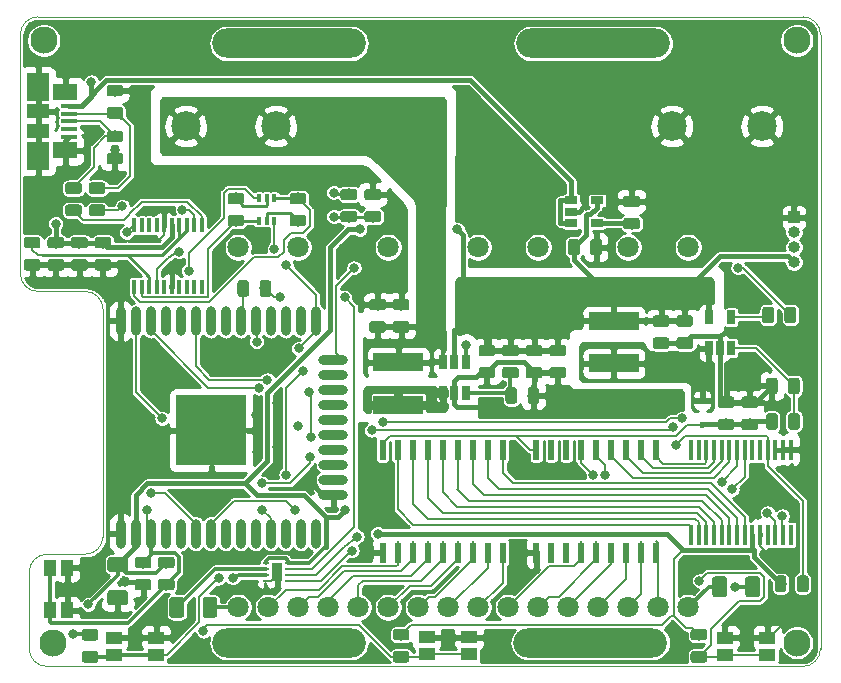
<source format=gbr>
%TF.GenerationSoftware,KiCad,Pcbnew,(5.1.0-0)*%
%TF.CreationDate,2019-05-07T01:35:09+02:00*%
%TF.ProjectId,VFD_Watch,5646445f-5761-4746-9368-2e6b69636164,rev?*%
%TF.SameCoordinates,Original*%
%TF.FileFunction,Copper,L1,Top*%
%TF.FilePolarity,Positive*%
%FSLAX46Y46*%
G04 Gerber Fmt 4.6, Leading zero omitted, Abs format (unit mm)*
G04 Created by KiCad (PCBNEW (5.1.0-0)) date 2019-05-07 01:35:09*
%MOMM*%
%LPD*%
G04 APERTURE LIST*
%ADD10C,0.050000*%
%ADD11C,0.150000*%
%ADD12C,0.975000*%
%ADD13C,1.250000*%
%ADD14C,1.800000*%
%ADD15O,13.000000X2.500000*%
%ADD16O,0.900000X2.500000*%
%ADD17O,2.500000X0.900000*%
%ADD18R,6.000000X6.000000*%
%ADD19C,0.800000*%
%ADD20R,0.600000X1.725000*%
%ADD21R,0.400000X1.200000*%
%ADD22O,1.000000X1.000000*%
%ADD23R,1.000000X1.000000*%
%ADD24R,0.450000X1.750000*%
%ADD25C,2.300000*%
%ADD26R,1.060000X0.650000*%
%ADD27R,4.200000X1.500000*%
%ADD28C,2.500000*%
%ADD29R,0.450000X0.600000*%
%ADD30R,1.380000X0.450000*%
%ADD31R,2.100000X1.475000*%
%ADD32R,1.900000X2.375000*%
%ADD33R,1.900000X1.175000*%
%ADD34R,0.400000X0.650000*%
%ADD35R,1.400000X1.050000*%
%ADD36R,1.050000X1.400000*%
%ADD37R,0.500000X0.250000*%
%ADD38R,0.900000X1.600000*%
%ADD39R,0.650000X1.220000*%
%ADD40C,0.300000*%
%ADD41C,0.250000*%
%ADD42C,0.400000*%
%ADD43C,0.200000*%
%ADD44C,0.254000*%
G04 APERTURE END LIST*
D10*
X93750000Y-117000000D02*
G75*
G02X92250000Y-118500000I-1500000J0D01*
G01*
X92250000Y-96250000D02*
G75*
G02X93750000Y-97750000I0J-1500000D01*
G01*
X88250000Y-96250000D02*
G75*
G02X86750000Y-94750000I0J1500000D01*
G01*
X87500000Y-120000000D02*
G75*
G02X89000000Y-118500000I1500000J0D01*
G01*
X89000000Y-128000000D02*
G75*
G02X87500000Y-126500000I0J1500000D01*
G01*
X154500000Y-126500000D02*
G75*
G02X153000000Y-128000000I-1500000J0D01*
G01*
X153000000Y-73000000D02*
G75*
G02X154500000Y-74500000I0J-1500000D01*
G01*
X86750000Y-74500000D02*
G75*
G02X88250000Y-73000000I1500000J0D01*
G01*
X87500000Y-120000000D02*
X87500000Y-126500000D01*
X92250000Y-118500000D02*
X89000000Y-118500000D01*
X93750000Y-97750000D02*
X93750000Y-117000000D01*
X88250000Y-96250000D02*
X92250000Y-96250000D01*
X86750000Y-76750000D02*
X86750000Y-94750000D01*
X86750000Y-74500000D02*
X86750000Y-76750000D01*
X153000000Y-73000000D02*
X88250000Y-73000000D01*
X154500000Y-74500000D02*
X154500000Y-126500000D01*
X89000000Y-128000000D02*
X153000000Y-128000000D01*
D11*
G36*
X117066142Y-87554674D02*
G01*
X117089803Y-87558184D01*
X117113007Y-87563996D01*
X117135529Y-87572054D01*
X117157153Y-87582282D01*
X117177670Y-87594579D01*
X117196883Y-87608829D01*
X117214607Y-87624893D01*
X117230671Y-87642617D01*
X117244921Y-87661830D01*
X117257218Y-87682347D01*
X117267446Y-87703971D01*
X117275504Y-87726493D01*
X117281316Y-87749697D01*
X117284826Y-87773358D01*
X117286000Y-87797250D01*
X117286000Y-88284750D01*
X117284826Y-88308642D01*
X117281316Y-88332303D01*
X117275504Y-88355507D01*
X117267446Y-88378029D01*
X117257218Y-88399653D01*
X117244921Y-88420170D01*
X117230671Y-88439383D01*
X117214607Y-88457107D01*
X117196883Y-88473171D01*
X117177670Y-88487421D01*
X117157153Y-88499718D01*
X117135529Y-88509946D01*
X117113007Y-88518004D01*
X117089803Y-88523816D01*
X117066142Y-88527326D01*
X117042250Y-88528500D01*
X116129750Y-88528500D01*
X116105858Y-88527326D01*
X116082197Y-88523816D01*
X116058993Y-88518004D01*
X116036471Y-88509946D01*
X116014847Y-88499718D01*
X115994330Y-88487421D01*
X115975117Y-88473171D01*
X115957393Y-88457107D01*
X115941329Y-88439383D01*
X115927079Y-88420170D01*
X115914782Y-88399653D01*
X115904554Y-88378029D01*
X115896496Y-88355507D01*
X115890684Y-88332303D01*
X115887174Y-88308642D01*
X115886000Y-88284750D01*
X115886000Y-87797250D01*
X115887174Y-87773358D01*
X115890684Y-87749697D01*
X115896496Y-87726493D01*
X115904554Y-87703971D01*
X115914782Y-87682347D01*
X115927079Y-87661830D01*
X115941329Y-87642617D01*
X115957393Y-87624893D01*
X115975117Y-87608829D01*
X115994330Y-87594579D01*
X116014847Y-87582282D01*
X116036471Y-87572054D01*
X116058993Y-87563996D01*
X116082197Y-87558184D01*
X116105858Y-87554674D01*
X116129750Y-87553500D01*
X117042250Y-87553500D01*
X117066142Y-87554674D01*
X117066142Y-87554674D01*
G37*
D12*
X116586000Y-88041000D03*
D11*
G36*
X117066142Y-89429674D02*
G01*
X117089803Y-89433184D01*
X117113007Y-89438996D01*
X117135529Y-89447054D01*
X117157153Y-89457282D01*
X117177670Y-89469579D01*
X117196883Y-89483829D01*
X117214607Y-89499893D01*
X117230671Y-89517617D01*
X117244921Y-89536830D01*
X117257218Y-89557347D01*
X117267446Y-89578971D01*
X117275504Y-89601493D01*
X117281316Y-89624697D01*
X117284826Y-89648358D01*
X117286000Y-89672250D01*
X117286000Y-90159750D01*
X117284826Y-90183642D01*
X117281316Y-90207303D01*
X117275504Y-90230507D01*
X117267446Y-90253029D01*
X117257218Y-90274653D01*
X117244921Y-90295170D01*
X117230671Y-90314383D01*
X117214607Y-90332107D01*
X117196883Y-90348171D01*
X117177670Y-90362421D01*
X117157153Y-90374718D01*
X117135529Y-90384946D01*
X117113007Y-90393004D01*
X117089803Y-90398816D01*
X117066142Y-90402326D01*
X117042250Y-90403500D01*
X116129750Y-90403500D01*
X116105858Y-90402326D01*
X116082197Y-90398816D01*
X116058993Y-90393004D01*
X116036471Y-90384946D01*
X116014847Y-90374718D01*
X115994330Y-90362421D01*
X115975117Y-90348171D01*
X115957393Y-90332107D01*
X115941329Y-90314383D01*
X115927079Y-90295170D01*
X115914782Y-90274653D01*
X115904554Y-90253029D01*
X115896496Y-90230507D01*
X115890684Y-90207303D01*
X115887174Y-90183642D01*
X115886000Y-90159750D01*
X115886000Y-89672250D01*
X115887174Y-89648358D01*
X115890684Y-89624697D01*
X115896496Y-89601493D01*
X115904554Y-89578971D01*
X115914782Y-89557347D01*
X115927079Y-89536830D01*
X115941329Y-89517617D01*
X115957393Y-89499893D01*
X115975117Y-89483829D01*
X115994330Y-89469579D01*
X116014847Y-89457282D01*
X116036471Y-89447054D01*
X116058993Y-89438996D01*
X116082197Y-89433184D01*
X116105858Y-89429674D01*
X116129750Y-89428500D01*
X117042250Y-89428500D01*
X117066142Y-89429674D01*
X117066142Y-89429674D01*
G37*
D12*
X116586000Y-89916000D03*
D11*
G36*
X115034142Y-89429674D02*
G01*
X115057803Y-89433184D01*
X115081007Y-89438996D01*
X115103529Y-89447054D01*
X115125153Y-89457282D01*
X115145670Y-89469579D01*
X115164883Y-89483829D01*
X115182607Y-89499893D01*
X115198671Y-89517617D01*
X115212921Y-89536830D01*
X115225218Y-89557347D01*
X115235446Y-89578971D01*
X115243504Y-89601493D01*
X115249316Y-89624697D01*
X115252826Y-89648358D01*
X115254000Y-89672250D01*
X115254000Y-90159750D01*
X115252826Y-90183642D01*
X115249316Y-90207303D01*
X115243504Y-90230507D01*
X115235446Y-90253029D01*
X115225218Y-90274653D01*
X115212921Y-90295170D01*
X115198671Y-90314383D01*
X115182607Y-90332107D01*
X115164883Y-90348171D01*
X115145670Y-90362421D01*
X115125153Y-90374718D01*
X115103529Y-90384946D01*
X115081007Y-90393004D01*
X115057803Y-90398816D01*
X115034142Y-90402326D01*
X115010250Y-90403500D01*
X114097750Y-90403500D01*
X114073858Y-90402326D01*
X114050197Y-90398816D01*
X114026993Y-90393004D01*
X114004471Y-90384946D01*
X113982847Y-90374718D01*
X113962330Y-90362421D01*
X113943117Y-90348171D01*
X113925393Y-90332107D01*
X113909329Y-90314383D01*
X113895079Y-90295170D01*
X113882782Y-90274653D01*
X113872554Y-90253029D01*
X113864496Y-90230507D01*
X113858684Y-90207303D01*
X113855174Y-90183642D01*
X113854000Y-90159750D01*
X113854000Y-89672250D01*
X113855174Y-89648358D01*
X113858684Y-89624697D01*
X113864496Y-89601493D01*
X113872554Y-89578971D01*
X113882782Y-89557347D01*
X113895079Y-89536830D01*
X113909329Y-89517617D01*
X113925393Y-89499893D01*
X113943117Y-89483829D01*
X113962330Y-89469579D01*
X113982847Y-89457282D01*
X114004471Y-89447054D01*
X114026993Y-89438996D01*
X114050197Y-89433184D01*
X114073858Y-89429674D01*
X114097750Y-89428500D01*
X115010250Y-89428500D01*
X115034142Y-89429674D01*
X115034142Y-89429674D01*
G37*
D12*
X114554000Y-89916000D03*
D11*
G36*
X115034142Y-87554674D02*
G01*
X115057803Y-87558184D01*
X115081007Y-87563996D01*
X115103529Y-87572054D01*
X115125153Y-87582282D01*
X115145670Y-87594579D01*
X115164883Y-87608829D01*
X115182607Y-87624893D01*
X115198671Y-87642617D01*
X115212921Y-87661830D01*
X115225218Y-87682347D01*
X115235446Y-87703971D01*
X115243504Y-87726493D01*
X115249316Y-87749697D01*
X115252826Y-87773358D01*
X115254000Y-87797250D01*
X115254000Y-88284750D01*
X115252826Y-88308642D01*
X115249316Y-88332303D01*
X115243504Y-88355507D01*
X115235446Y-88378029D01*
X115225218Y-88399653D01*
X115212921Y-88420170D01*
X115198671Y-88439383D01*
X115182607Y-88457107D01*
X115164883Y-88473171D01*
X115145670Y-88487421D01*
X115125153Y-88499718D01*
X115103529Y-88509946D01*
X115081007Y-88518004D01*
X115057803Y-88523816D01*
X115034142Y-88527326D01*
X115010250Y-88528500D01*
X114097750Y-88528500D01*
X114073858Y-88527326D01*
X114050197Y-88523816D01*
X114026993Y-88518004D01*
X114004471Y-88509946D01*
X113982847Y-88499718D01*
X113962330Y-88487421D01*
X113943117Y-88473171D01*
X113925393Y-88457107D01*
X113909329Y-88439383D01*
X113895079Y-88420170D01*
X113882782Y-88399653D01*
X113872554Y-88378029D01*
X113864496Y-88355507D01*
X113858684Y-88332303D01*
X113855174Y-88308642D01*
X113854000Y-88284750D01*
X113854000Y-87797250D01*
X113855174Y-87773358D01*
X113858684Y-87749697D01*
X113864496Y-87726493D01*
X113872554Y-87703971D01*
X113882782Y-87682347D01*
X113895079Y-87661830D01*
X113909329Y-87642617D01*
X113925393Y-87624893D01*
X113943117Y-87608829D01*
X113962330Y-87594579D01*
X113982847Y-87582282D01*
X114004471Y-87572054D01*
X114026993Y-87563996D01*
X114050197Y-87558184D01*
X114073858Y-87554674D01*
X114097750Y-87553500D01*
X115010250Y-87553500D01*
X115034142Y-87554674D01*
X115034142Y-87554674D01*
G37*
D12*
X114554000Y-88041000D03*
D11*
G36*
X95645504Y-121550204D02*
G01*
X95669773Y-121553804D01*
X95693571Y-121559765D01*
X95716671Y-121568030D01*
X95738849Y-121578520D01*
X95759893Y-121591133D01*
X95779598Y-121605747D01*
X95797777Y-121622223D01*
X95814253Y-121640402D01*
X95828867Y-121660107D01*
X95841480Y-121681151D01*
X95851970Y-121703329D01*
X95860235Y-121726429D01*
X95866196Y-121750227D01*
X95869796Y-121774496D01*
X95871000Y-121799000D01*
X95871000Y-122549000D01*
X95869796Y-122573504D01*
X95866196Y-122597773D01*
X95860235Y-122621571D01*
X95851970Y-122644671D01*
X95841480Y-122666849D01*
X95828867Y-122687893D01*
X95814253Y-122707598D01*
X95797777Y-122725777D01*
X95779598Y-122742253D01*
X95759893Y-122756867D01*
X95738849Y-122769480D01*
X95716671Y-122779970D01*
X95693571Y-122788235D01*
X95669773Y-122794196D01*
X95645504Y-122797796D01*
X95621000Y-122799000D01*
X94371000Y-122799000D01*
X94346496Y-122797796D01*
X94322227Y-122794196D01*
X94298429Y-122788235D01*
X94275329Y-122779970D01*
X94253151Y-122769480D01*
X94232107Y-122756867D01*
X94212402Y-122742253D01*
X94194223Y-122725777D01*
X94177747Y-122707598D01*
X94163133Y-122687893D01*
X94150520Y-122666849D01*
X94140030Y-122644671D01*
X94131765Y-122621571D01*
X94125804Y-122597773D01*
X94122204Y-122573504D01*
X94121000Y-122549000D01*
X94121000Y-121799000D01*
X94122204Y-121774496D01*
X94125804Y-121750227D01*
X94131765Y-121726429D01*
X94140030Y-121703329D01*
X94150520Y-121681151D01*
X94163133Y-121660107D01*
X94177747Y-121640402D01*
X94194223Y-121622223D01*
X94212402Y-121605747D01*
X94232107Y-121591133D01*
X94253151Y-121578520D01*
X94275329Y-121568030D01*
X94298429Y-121559765D01*
X94322227Y-121553804D01*
X94346496Y-121550204D01*
X94371000Y-121549000D01*
X95621000Y-121549000D01*
X95645504Y-121550204D01*
X95645504Y-121550204D01*
G37*
D13*
X94996000Y-122174000D03*
D11*
G36*
X95645504Y-118750204D02*
G01*
X95669773Y-118753804D01*
X95693571Y-118759765D01*
X95716671Y-118768030D01*
X95738849Y-118778520D01*
X95759893Y-118791133D01*
X95779598Y-118805747D01*
X95797777Y-118822223D01*
X95814253Y-118840402D01*
X95828867Y-118860107D01*
X95841480Y-118881151D01*
X95851970Y-118903329D01*
X95860235Y-118926429D01*
X95866196Y-118950227D01*
X95869796Y-118974496D01*
X95871000Y-118999000D01*
X95871000Y-119749000D01*
X95869796Y-119773504D01*
X95866196Y-119797773D01*
X95860235Y-119821571D01*
X95851970Y-119844671D01*
X95841480Y-119866849D01*
X95828867Y-119887893D01*
X95814253Y-119907598D01*
X95797777Y-119925777D01*
X95779598Y-119942253D01*
X95759893Y-119956867D01*
X95738849Y-119969480D01*
X95716671Y-119979970D01*
X95693571Y-119988235D01*
X95669773Y-119994196D01*
X95645504Y-119997796D01*
X95621000Y-119999000D01*
X94371000Y-119999000D01*
X94346496Y-119997796D01*
X94322227Y-119994196D01*
X94298429Y-119988235D01*
X94275329Y-119979970D01*
X94253151Y-119969480D01*
X94232107Y-119956867D01*
X94212402Y-119942253D01*
X94194223Y-119925777D01*
X94177747Y-119907598D01*
X94163133Y-119887893D01*
X94150520Y-119866849D01*
X94140030Y-119844671D01*
X94131765Y-119821571D01*
X94125804Y-119797773D01*
X94122204Y-119773504D01*
X94121000Y-119749000D01*
X94121000Y-118999000D01*
X94122204Y-118974496D01*
X94125804Y-118950227D01*
X94131765Y-118926429D01*
X94140030Y-118903329D01*
X94150520Y-118881151D01*
X94163133Y-118860107D01*
X94177747Y-118840402D01*
X94194223Y-118822223D01*
X94212402Y-118805747D01*
X94232107Y-118791133D01*
X94253151Y-118778520D01*
X94275329Y-118768030D01*
X94298429Y-118759765D01*
X94322227Y-118753804D01*
X94346496Y-118750204D01*
X94371000Y-118749000D01*
X95621000Y-118749000D01*
X95645504Y-118750204D01*
X95645504Y-118750204D01*
G37*
D13*
X94996000Y-119374000D03*
D14*
X105200000Y-92510000D03*
X110280000Y-92510000D03*
X117900000Y-92510000D03*
X125520000Y-92510000D03*
X130600000Y-92510000D03*
X138220000Y-92510000D03*
X143300000Y-92510000D03*
X143300000Y-122990000D03*
X140760000Y-122990000D03*
X138220000Y-122990000D03*
X135680000Y-122990000D03*
X133140000Y-122990000D03*
X130600000Y-122990000D03*
X128060000Y-122990000D03*
X125520000Y-122990000D03*
X122980000Y-122990000D03*
X120440000Y-122990000D03*
X117900000Y-122990000D03*
X115360000Y-122990000D03*
X112820000Y-122990000D03*
X110280000Y-122990000D03*
X107740000Y-122990000D03*
X105200000Y-122990000D03*
D15*
X135250000Y-75250000D03*
X109500000Y-75250000D03*
X135000000Y-126000000D03*
X109500000Y-126000000D03*
D16*
X95250000Y-98750000D03*
X96520000Y-98750000D03*
X97790000Y-98750000D03*
X99060000Y-98750000D03*
X100330000Y-98750000D03*
X101600000Y-98750000D03*
X102870000Y-98750000D03*
X104140000Y-98750000D03*
X105410000Y-98750000D03*
X106680000Y-98750000D03*
X107950000Y-98750000D03*
X109220000Y-98750000D03*
X110490000Y-98750000D03*
X111760000Y-98750000D03*
D17*
X113250000Y-102035000D03*
X113250000Y-103305000D03*
X113250000Y-104575000D03*
X113250000Y-105845000D03*
X113250000Y-107115000D03*
X113250000Y-108385000D03*
X113250000Y-109655000D03*
X113250000Y-110925000D03*
X113250000Y-112195000D03*
X113250000Y-113465000D03*
D16*
X111760000Y-116750000D03*
X110490000Y-116750000D03*
X109220000Y-116750000D03*
X107950000Y-116750000D03*
X106680000Y-116750000D03*
X105410000Y-116750000D03*
X104140000Y-116750000D03*
X102870000Y-116750000D03*
X101600000Y-116750000D03*
X100330000Y-116750000D03*
X99060000Y-116750000D03*
X97790000Y-116750000D03*
X96520000Y-116750000D03*
X95250000Y-116750000D03*
D18*
X102913000Y-108004000D03*
D19*
X104945000Y-105972000D03*
X104945000Y-106988000D03*
X104945000Y-108004000D03*
X104945000Y-109020000D03*
X104945000Y-110036000D03*
X103929000Y-105972000D03*
X103929000Y-106988000D03*
X103929000Y-108004000D03*
X103929000Y-109020000D03*
X103929000Y-110036000D03*
X102913000Y-110036000D03*
X102913000Y-109020000D03*
X102913000Y-108004000D03*
X102913000Y-106988000D03*
X102913000Y-105972000D03*
X101897000Y-105972000D03*
X101897000Y-106988000D03*
X101897000Y-108004000D03*
X101897000Y-109020000D03*
X101897000Y-110036000D03*
X100881000Y-110036000D03*
X100881000Y-109020000D03*
X100881000Y-108004000D03*
X100881000Y-106988000D03*
X100881000Y-105972000D03*
D18*
X102913000Y-108004000D03*
D20*
X117420000Y-118362500D03*
X118690000Y-118362500D03*
X119960000Y-118362500D03*
X121230000Y-118362500D03*
X122500000Y-118362500D03*
X123770000Y-118362500D03*
X125040000Y-118362500D03*
X126310000Y-118362500D03*
X127580000Y-118362500D03*
X117420000Y-109637500D03*
X118690000Y-109637500D03*
X119960000Y-109637500D03*
X121230000Y-109637500D03*
X122500000Y-109637500D03*
X123770000Y-109637500D03*
X125040000Y-109637500D03*
X126310000Y-109637500D03*
X127580000Y-109637500D03*
D21*
X96392500Y-95850000D03*
X97027500Y-95850000D03*
X97662500Y-95850000D03*
X98297500Y-95850000D03*
X98932500Y-95850000D03*
X99567500Y-95850000D03*
X100202500Y-95850000D03*
X100837500Y-95850000D03*
X101472500Y-95850000D03*
X102107500Y-95850000D03*
X102107500Y-90650000D03*
X101472500Y-90650000D03*
X100837500Y-90650000D03*
X100202500Y-90650000D03*
X99567500Y-90650000D03*
X98932500Y-90650000D03*
X98297500Y-90650000D03*
X97662500Y-90650000D03*
X97027500Y-90650000D03*
X96392500Y-90650000D03*
D22*
X152250000Y-93790000D03*
X152250000Y-92520000D03*
X152250000Y-91250000D03*
D23*
X152250000Y-89980000D03*
D20*
X130420000Y-118362500D03*
X131690000Y-118362500D03*
X132960000Y-118362500D03*
X134230000Y-118362500D03*
X135500000Y-118362500D03*
X136770000Y-118362500D03*
X138040000Y-118362500D03*
X139310000Y-118362500D03*
X140580000Y-118362500D03*
X130420000Y-109637500D03*
X131690000Y-109637500D03*
X132960000Y-109637500D03*
X134230000Y-109637500D03*
X135500000Y-109637500D03*
X136770000Y-109637500D03*
X138040000Y-109637500D03*
X139310000Y-109637500D03*
X140580000Y-109637500D03*
D24*
X143525000Y-109650000D03*
X144175000Y-109650000D03*
X144825000Y-109650000D03*
X145475000Y-109650000D03*
X146125000Y-109650000D03*
X146775000Y-109650000D03*
X147425000Y-109650000D03*
X148075000Y-109650000D03*
X148725000Y-109650000D03*
X149375000Y-109650000D03*
X150025000Y-109650000D03*
X150675000Y-109650000D03*
X151325000Y-109650000D03*
X151975000Y-109650000D03*
X151975000Y-116850000D03*
X151325000Y-116850000D03*
X150675000Y-116850000D03*
X150025000Y-116850000D03*
X149375000Y-116850000D03*
X148725000Y-116850000D03*
X148075000Y-116850000D03*
X147425000Y-116850000D03*
X146775000Y-116850000D03*
X146125000Y-116850000D03*
X145475000Y-116850000D03*
X144825000Y-116850000D03*
X144175000Y-116850000D03*
X143525000Y-116850000D03*
D11*
G36*
X153267642Y-120301174D02*
G01*
X153291303Y-120304684D01*
X153314507Y-120310496D01*
X153337029Y-120318554D01*
X153358653Y-120328782D01*
X153379170Y-120341079D01*
X153398383Y-120355329D01*
X153416107Y-120371393D01*
X153432171Y-120389117D01*
X153446421Y-120408330D01*
X153458718Y-120428847D01*
X153468946Y-120450471D01*
X153477004Y-120472993D01*
X153482816Y-120496197D01*
X153486326Y-120519858D01*
X153487500Y-120543750D01*
X153487500Y-121456250D01*
X153486326Y-121480142D01*
X153482816Y-121503803D01*
X153477004Y-121527007D01*
X153468946Y-121549529D01*
X153458718Y-121571153D01*
X153446421Y-121591670D01*
X153432171Y-121610883D01*
X153416107Y-121628607D01*
X153398383Y-121644671D01*
X153379170Y-121658921D01*
X153358653Y-121671218D01*
X153337029Y-121681446D01*
X153314507Y-121689504D01*
X153291303Y-121695316D01*
X153267642Y-121698826D01*
X153243750Y-121700000D01*
X152756250Y-121700000D01*
X152732358Y-121698826D01*
X152708697Y-121695316D01*
X152685493Y-121689504D01*
X152662971Y-121681446D01*
X152641347Y-121671218D01*
X152620830Y-121658921D01*
X152601617Y-121644671D01*
X152583893Y-121628607D01*
X152567829Y-121610883D01*
X152553579Y-121591670D01*
X152541282Y-121571153D01*
X152531054Y-121549529D01*
X152522996Y-121527007D01*
X152517184Y-121503803D01*
X152513674Y-121480142D01*
X152512500Y-121456250D01*
X152512500Y-120543750D01*
X152513674Y-120519858D01*
X152517184Y-120496197D01*
X152522996Y-120472993D01*
X152531054Y-120450471D01*
X152541282Y-120428847D01*
X152553579Y-120408330D01*
X152567829Y-120389117D01*
X152583893Y-120371393D01*
X152601617Y-120355329D01*
X152620830Y-120341079D01*
X152641347Y-120328782D01*
X152662971Y-120318554D01*
X152685493Y-120310496D01*
X152708697Y-120304684D01*
X152732358Y-120301174D01*
X152756250Y-120300000D01*
X153243750Y-120300000D01*
X153267642Y-120301174D01*
X153267642Y-120301174D01*
G37*
D12*
X153000000Y-121000000D03*
D11*
G36*
X151392642Y-120301174D02*
G01*
X151416303Y-120304684D01*
X151439507Y-120310496D01*
X151462029Y-120318554D01*
X151483653Y-120328782D01*
X151504170Y-120341079D01*
X151523383Y-120355329D01*
X151541107Y-120371393D01*
X151557171Y-120389117D01*
X151571421Y-120408330D01*
X151583718Y-120428847D01*
X151593946Y-120450471D01*
X151602004Y-120472993D01*
X151607816Y-120496197D01*
X151611326Y-120519858D01*
X151612500Y-120543750D01*
X151612500Y-121456250D01*
X151611326Y-121480142D01*
X151607816Y-121503803D01*
X151602004Y-121527007D01*
X151593946Y-121549529D01*
X151583718Y-121571153D01*
X151571421Y-121591670D01*
X151557171Y-121610883D01*
X151541107Y-121628607D01*
X151523383Y-121644671D01*
X151504170Y-121658921D01*
X151483653Y-121671218D01*
X151462029Y-121681446D01*
X151439507Y-121689504D01*
X151416303Y-121695316D01*
X151392642Y-121698826D01*
X151368750Y-121700000D01*
X150881250Y-121700000D01*
X150857358Y-121698826D01*
X150833697Y-121695316D01*
X150810493Y-121689504D01*
X150787971Y-121681446D01*
X150766347Y-121671218D01*
X150745830Y-121658921D01*
X150726617Y-121644671D01*
X150708893Y-121628607D01*
X150692829Y-121610883D01*
X150678579Y-121591670D01*
X150666282Y-121571153D01*
X150656054Y-121549529D01*
X150647996Y-121527007D01*
X150642184Y-121503803D01*
X150638674Y-121480142D01*
X150637500Y-121456250D01*
X150637500Y-120543750D01*
X150638674Y-120519858D01*
X150642184Y-120496197D01*
X150647996Y-120472993D01*
X150656054Y-120450471D01*
X150666282Y-120428847D01*
X150678579Y-120408330D01*
X150692829Y-120389117D01*
X150708893Y-120371393D01*
X150726617Y-120355329D01*
X150745830Y-120341079D01*
X150766347Y-120328782D01*
X150787971Y-120318554D01*
X150810493Y-120310496D01*
X150833697Y-120304684D01*
X150857358Y-120301174D01*
X150881250Y-120300000D01*
X151368750Y-120300000D01*
X151392642Y-120301174D01*
X151392642Y-120301174D01*
G37*
D12*
X151125000Y-121000000D03*
D25*
X152500000Y-75000000D03*
X88750000Y-75000000D03*
X152500000Y-126000000D03*
X89500000Y-126000000D03*
D26*
X135600000Y-88550000D03*
X135600000Y-90450000D03*
X133400000Y-90450000D03*
X133400000Y-89500000D03*
X133400000Y-88550000D03*
D27*
X137000000Y-98750000D03*
X137000000Y-102350000D03*
X118750000Y-102250000D03*
X118750000Y-105850000D03*
D28*
X108370000Y-82250000D03*
X100750000Y-82250000D03*
X141900000Y-82250000D03*
X149520000Y-82250000D03*
D11*
G36*
X94230142Y-91638674D02*
G01*
X94253803Y-91642184D01*
X94277007Y-91647996D01*
X94299529Y-91656054D01*
X94321153Y-91666282D01*
X94341670Y-91678579D01*
X94360883Y-91692829D01*
X94378607Y-91708893D01*
X94394671Y-91726617D01*
X94408921Y-91745830D01*
X94421218Y-91766347D01*
X94431446Y-91787971D01*
X94439504Y-91810493D01*
X94445316Y-91833697D01*
X94448826Y-91857358D01*
X94450000Y-91881250D01*
X94450000Y-92368750D01*
X94448826Y-92392642D01*
X94445316Y-92416303D01*
X94439504Y-92439507D01*
X94431446Y-92462029D01*
X94421218Y-92483653D01*
X94408921Y-92504170D01*
X94394671Y-92523383D01*
X94378607Y-92541107D01*
X94360883Y-92557171D01*
X94341670Y-92571421D01*
X94321153Y-92583718D01*
X94299529Y-92593946D01*
X94277007Y-92602004D01*
X94253803Y-92607816D01*
X94230142Y-92611326D01*
X94206250Y-92612500D01*
X93293750Y-92612500D01*
X93269858Y-92611326D01*
X93246197Y-92607816D01*
X93222993Y-92602004D01*
X93200471Y-92593946D01*
X93178847Y-92583718D01*
X93158330Y-92571421D01*
X93139117Y-92557171D01*
X93121393Y-92541107D01*
X93105329Y-92523383D01*
X93091079Y-92504170D01*
X93078782Y-92483653D01*
X93068554Y-92462029D01*
X93060496Y-92439507D01*
X93054684Y-92416303D01*
X93051174Y-92392642D01*
X93050000Y-92368750D01*
X93050000Y-91881250D01*
X93051174Y-91857358D01*
X93054684Y-91833697D01*
X93060496Y-91810493D01*
X93068554Y-91787971D01*
X93078782Y-91766347D01*
X93091079Y-91745830D01*
X93105329Y-91726617D01*
X93121393Y-91708893D01*
X93139117Y-91692829D01*
X93158330Y-91678579D01*
X93178847Y-91666282D01*
X93200471Y-91656054D01*
X93222993Y-91647996D01*
X93246197Y-91642184D01*
X93269858Y-91638674D01*
X93293750Y-91637500D01*
X94206250Y-91637500D01*
X94230142Y-91638674D01*
X94230142Y-91638674D01*
G37*
D12*
X93750000Y-92125000D03*
D11*
G36*
X94230142Y-93513674D02*
G01*
X94253803Y-93517184D01*
X94277007Y-93522996D01*
X94299529Y-93531054D01*
X94321153Y-93541282D01*
X94341670Y-93553579D01*
X94360883Y-93567829D01*
X94378607Y-93583893D01*
X94394671Y-93601617D01*
X94408921Y-93620830D01*
X94421218Y-93641347D01*
X94431446Y-93662971D01*
X94439504Y-93685493D01*
X94445316Y-93708697D01*
X94448826Y-93732358D01*
X94450000Y-93756250D01*
X94450000Y-94243750D01*
X94448826Y-94267642D01*
X94445316Y-94291303D01*
X94439504Y-94314507D01*
X94431446Y-94337029D01*
X94421218Y-94358653D01*
X94408921Y-94379170D01*
X94394671Y-94398383D01*
X94378607Y-94416107D01*
X94360883Y-94432171D01*
X94341670Y-94446421D01*
X94321153Y-94458718D01*
X94299529Y-94468946D01*
X94277007Y-94477004D01*
X94253803Y-94482816D01*
X94230142Y-94486326D01*
X94206250Y-94487500D01*
X93293750Y-94487500D01*
X93269858Y-94486326D01*
X93246197Y-94482816D01*
X93222993Y-94477004D01*
X93200471Y-94468946D01*
X93178847Y-94458718D01*
X93158330Y-94446421D01*
X93139117Y-94432171D01*
X93121393Y-94416107D01*
X93105329Y-94398383D01*
X93091079Y-94379170D01*
X93078782Y-94358653D01*
X93068554Y-94337029D01*
X93060496Y-94314507D01*
X93054684Y-94291303D01*
X93051174Y-94267642D01*
X93050000Y-94243750D01*
X93050000Y-93756250D01*
X93051174Y-93732358D01*
X93054684Y-93708697D01*
X93060496Y-93685493D01*
X93068554Y-93662971D01*
X93078782Y-93641347D01*
X93091079Y-93620830D01*
X93105329Y-93601617D01*
X93121393Y-93583893D01*
X93139117Y-93567829D01*
X93158330Y-93553579D01*
X93178847Y-93541282D01*
X93200471Y-93531054D01*
X93222993Y-93522996D01*
X93246197Y-93517184D01*
X93269858Y-93513674D01*
X93293750Y-93512500D01*
X94206250Y-93512500D01*
X94230142Y-93513674D01*
X94230142Y-93513674D01*
G37*
D12*
X93750000Y-94000000D03*
D11*
G36*
X119480142Y-96888674D02*
G01*
X119503803Y-96892184D01*
X119527007Y-96897996D01*
X119549529Y-96906054D01*
X119571153Y-96916282D01*
X119591670Y-96928579D01*
X119610883Y-96942829D01*
X119628607Y-96958893D01*
X119644671Y-96976617D01*
X119658921Y-96995830D01*
X119671218Y-97016347D01*
X119681446Y-97037971D01*
X119689504Y-97060493D01*
X119695316Y-97083697D01*
X119698826Y-97107358D01*
X119700000Y-97131250D01*
X119700000Y-97618750D01*
X119698826Y-97642642D01*
X119695316Y-97666303D01*
X119689504Y-97689507D01*
X119681446Y-97712029D01*
X119671218Y-97733653D01*
X119658921Y-97754170D01*
X119644671Y-97773383D01*
X119628607Y-97791107D01*
X119610883Y-97807171D01*
X119591670Y-97821421D01*
X119571153Y-97833718D01*
X119549529Y-97843946D01*
X119527007Y-97852004D01*
X119503803Y-97857816D01*
X119480142Y-97861326D01*
X119456250Y-97862500D01*
X118543750Y-97862500D01*
X118519858Y-97861326D01*
X118496197Y-97857816D01*
X118472993Y-97852004D01*
X118450471Y-97843946D01*
X118428847Y-97833718D01*
X118408330Y-97821421D01*
X118389117Y-97807171D01*
X118371393Y-97791107D01*
X118355329Y-97773383D01*
X118341079Y-97754170D01*
X118328782Y-97733653D01*
X118318554Y-97712029D01*
X118310496Y-97689507D01*
X118304684Y-97666303D01*
X118301174Y-97642642D01*
X118300000Y-97618750D01*
X118300000Y-97131250D01*
X118301174Y-97107358D01*
X118304684Y-97083697D01*
X118310496Y-97060493D01*
X118318554Y-97037971D01*
X118328782Y-97016347D01*
X118341079Y-96995830D01*
X118355329Y-96976617D01*
X118371393Y-96958893D01*
X118389117Y-96942829D01*
X118408330Y-96928579D01*
X118428847Y-96916282D01*
X118450471Y-96906054D01*
X118472993Y-96897996D01*
X118496197Y-96892184D01*
X118519858Y-96888674D01*
X118543750Y-96887500D01*
X119456250Y-96887500D01*
X119480142Y-96888674D01*
X119480142Y-96888674D01*
G37*
D12*
X119000000Y-97375000D03*
D11*
G36*
X119480142Y-98763674D02*
G01*
X119503803Y-98767184D01*
X119527007Y-98772996D01*
X119549529Y-98781054D01*
X119571153Y-98791282D01*
X119591670Y-98803579D01*
X119610883Y-98817829D01*
X119628607Y-98833893D01*
X119644671Y-98851617D01*
X119658921Y-98870830D01*
X119671218Y-98891347D01*
X119681446Y-98912971D01*
X119689504Y-98935493D01*
X119695316Y-98958697D01*
X119698826Y-98982358D01*
X119700000Y-99006250D01*
X119700000Y-99493750D01*
X119698826Y-99517642D01*
X119695316Y-99541303D01*
X119689504Y-99564507D01*
X119681446Y-99587029D01*
X119671218Y-99608653D01*
X119658921Y-99629170D01*
X119644671Y-99648383D01*
X119628607Y-99666107D01*
X119610883Y-99682171D01*
X119591670Y-99696421D01*
X119571153Y-99708718D01*
X119549529Y-99718946D01*
X119527007Y-99727004D01*
X119503803Y-99732816D01*
X119480142Y-99736326D01*
X119456250Y-99737500D01*
X118543750Y-99737500D01*
X118519858Y-99736326D01*
X118496197Y-99732816D01*
X118472993Y-99727004D01*
X118450471Y-99718946D01*
X118428847Y-99708718D01*
X118408330Y-99696421D01*
X118389117Y-99682171D01*
X118371393Y-99666107D01*
X118355329Y-99648383D01*
X118341079Y-99629170D01*
X118328782Y-99608653D01*
X118318554Y-99587029D01*
X118310496Y-99564507D01*
X118304684Y-99541303D01*
X118301174Y-99517642D01*
X118300000Y-99493750D01*
X118300000Y-99006250D01*
X118301174Y-98982358D01*
X118304684Y-98958697D01*
X118310496Y-98935493D01*
X118318554Y-98912971D01*
X118328782Y-98891347D01*
X118341079Y-98870830D01*
X118355329Y-98851617D01*
X118371393Y-98833893D01*
X118389117Y-98817829D01*
X118408330Y-98803579D01*
X118428847Y-98791282D01*
X118450471Y-98781054D01*
X118472993Y-98772996D01*
X118496197Y-98767184D01*
X118519858Y-98763674D01*
X118543750Y-98762500D01*
X119456250Y-98762500D01*
X119480142Y-98763674D01*
X119480142Y-98763674D01*
G37*
D12*
X119000000Y-99250000D03*
D11*
G36*
X95230142Y-82638674D02*
G01*
X95253803Y-82642184D01*
X95277007Y-82647996D01*
X95299529Y-82656054D01*
X95321153Y-82666282D01*
X95341670Y-82678579D01*
X95360883Y-82692829D01*
X95378607Y-82708893D01*
X95394671Y-82726617D01*
X95408921Y-82745830D01*
X95421218Y-82766347D01*
X95431446Y-82787971D01*
X95439504Y-82810493D01*
X95445316Y-82833697D01*
X95448826Y-82857358D01*
X95450000Y-82881250D01*
X95450000Y-83368750D01*
X95448826Y-83392642D01*
X95445316Y-83416303D01*
X95439504Y-83439507D01*
X95431446Y-83462029D01*
X95421218Y-83483653D01*
X95408921Y-83504170D01*
X95394671Y-83523383D01*
X95378607Y-83541107D01*
X95360883Y-83557171D01*
X95341670Y-83571421D01*
X95321153Y-83583718D01*
X95299529Y-83593946D01*
X95277007Y-83602004D01*
X95253803Y-83607816D01*
X95230142Y-83611326D01*
X95206250Y-83612500D01*
X94293750Y-83612500D01*
X94269858Y-83611326D01*
X94246197Y-83607816D01*
X94222993Y-83602004D01*
X94200471Y-83593946D01*
X94178847Y-83583718D01*
X94158330Y-83571421D01*
X94139117Y-83557171D01*
X94121393Y-83541107D01*
X94105329Y-83523383D01*
X94091079Y-83504170D01*
X94078782Y-83483653D01*
X94068554Y-83462029D01*
X94060496Y-83439507D01*
X94054684Y-83416303D01*
X94051174Y-83392642D01*
X94050000Y-83368750D01*
X94050000Y-82881250D01*
X94051174Y-82857358D01*
X94054684Y-82833697D01*
X94060496Y-82810493D01*
X94068554Y-82787971D01*
X94078782Y-82766347D01*
X94091079Y-82745830D01*
X94105329Y-82726617D01*
X94121393Y-82708893D01*
X94139117Y-82692829D01*
X94158330Y-82678579D01*
X94178847Y-82666282D01*
X94200471Y-82656054D01*
X94222993Y-82647996D01*
X94246197Y-82642184D01*
X94269858Y-82638674D01*
X94293750Y-82637500D01*
X95206250Y-82637500D01*
X95230142Y-82638674D01*
X95230142Y-82638674D01*
G37*
D12*
X94750000Y-83125000D03*
D11*
G36*
X95230142Y-84513674D02*
G01*
X95253803Y-84517184D01*
X95277007Y-84522996D01*
X95299529Y-84531054D01*
X95321153Y-84541282D01*
X95341670Y-84553579D01*
X95360883Y-84567829D01*
X95378607Y-84583893D01*
X95394671Y-84601617D01*
X95408921Y-84620830D01*
X95421218Y-84641347D01*
X95431446Y-84662971D01*
X95439504Y-84685493D01*
X95445316Y-84708697D01*
X95448826Y-84732358D01*
X95450000Y-84756250D01*
X95450000Y-85243750D01*
X95448826Y-85267642D01*
X95445316Y-85291303D01*
X95439504Y-85314507D01*
X95431446Y-85337029D01*
X95421218Y-85358653D01*
X95408921Y-85379170D01*
X95394671Y-85398383D01*
X95378607Y-85416107D01*
X95360883Y-85432171D01*
X95341670Y-85446421D01*
X95321153Y-85458718D01*
X95299529Y-85468946D01*
X95277007Y-85477004D01*
X95253803Y-85482816D01*
X95230142Y-85486326D01*
X95206250Y-85487500D01*
X94293750Y-85487500D01*
X94269858Y-85486326D01*
X94246197Y-85482816D01*
X94222993Y-85477004D01*
X94200471Y-85468946D01*
X94178847Y-85458718D01*
X94158330Y-85446421D01*
X94139117Y-85432171D01*
X94121393Y-85416107D01*
X94105329Y-85398383D01*
X94091079Y-85379170D01*
X94078782Y-85358653D01*
X94068554Y-85337029D01*
X94060496Y-85314507D01*
X94054684Y-85291303D01*
X94051174Y-85267642D01*
X94050000Y-85243750D01*
X94050000Y-84756250D01*
X94051174Y-84732358D01*
X94054684Y-84708697D01*
X94060496Y-84685493D01*
X94068554Y-84662971D01*
X94078782Y-84641347D01*
X94091079Y-84620830D01*
X94105329Y-84601617D01*
X94121393Y-84583893D01*
X94139117Y-84567829D01*
X94158330Y-84553579D01*
X94178847Y-84541282D01*
X94200471Y-84531054D01*
X94222993Y-84522996D01*
X94246197Y-84517184D01*
X94269858Y-84513674D01*
X94293750Y-84512500D01*
X95206250Y-84512500D01*
X95230142Y-84513674D01*
X95230142Y-84513674D01*
G37*
D12*
X94750000Y-85000000D03*
D11*
G36*
X95230142Y-78763674D02*
G01*
X95253803Y-78767184D01*
X95277007Y-78772996D01*
X95299529Y-78781054D01*
X95321153Y-78791282D01*
X95341670Y-78803579D01*
X95360883Y-78817829D01*
X95378607Y-78833893D01*
X95394671Y-78851617D01*
X95408921Y-78870830D01*
X95421218Y-78891347D01*
X95431446Y-78912971D01*
X95439504Y-78935493D01*
X95445316Y-78958697D01*
X95448826Y-78982358D01*
X95450000Y-79006250D01*
X95450000Y-79493750D01*
X95448826Y-79517642D01*
X95445316Y-79541303D01*
X95439504Y-79564507D01*
X95431446Y-79587029D01*
X95421218Y-79608653D01*
X95408921Y-79629170D01*
X95394671Y-79648383D01*
X95378607Y-79666107D01*
X95360883Y-79682171D01*
X95341670Y-79696421D01*
X95321153Y-79708718D01*
X95299529Y-79718946D01*
X95277007Y-79727004D01*
X95253803Y-79732816D01*
X95230142Y-79736326D01*
X95206250Y-79737500D01*
X94293750Y-79737500D01*
X94269858Y-79736326D01*
X94246197Y-79732816D01*
X94222993Y-79727004D01*
X94200471Y-79718946D01*
X94178847Y-79708718D01*
X94158330Y-79696421D01*
X94139117Y-79682171D01*
X94121393Y-79666107D01*
X94105329Y-79648383D01*
X94091079Y-79629170D01*
X94078782Y-79608653D01*
X94068554Y-79587029D01*
X94060496Y-79564507D01*
X94054684Y-79541303D01*
X94051174Y-79517642D01*
X94050000Y-79493750D01*
X94050000Y-79006250D01*
X94051174Y-78982358D01*
X94054684Y-78958697D01*
X94060496Y-78935493D01*
X94068554Y-78912971D01*
X94078782Y-78891347D01*
X94091079Y-78870830D01*
X94105329Y-78851617D01*
X94121393Y-78833893D01*
X94139117Y-78817829D01*
X94158330Y-78803579D01*
X94178847Y-78791282D01*
X94200471Y-78781054D01*
X94222993Y-78772996D01*
X94246197Y-78767184D01*
X94269858Y-78763674D01*
X94293750Y-78762500D01*
X95206250Y-78762500D01*
X95230142Y-78763674D01*
X95230142Y-78763674D01*
G37*
D12*
X94750000Y-79250000D03*
D11*
G36*
X95230142Y-80638674D02*
G01*
X95253803Y-80642184D01*
X95277007Y-80647996D01*
X95299529Y-80656054D01*
X95321153Y-80666282D01*
X95341670Y-80678579D01*
X95360883Y-80692829D01*
X95378607Y-80708893D01*
X95394671Y-80726617D01*
X95408921Y-80745830D01*
X95421218Y-80766347D01*
X95431446Y-80787971D01*
X95439504Y-80810493D01*
X95445316Y-80833697D01*
X95448826Y-80857358D01*
X95450000Y-80881250D01*
X95450000Y-81368750D01*
X95448826Y-81392642D01*
X95445316Y-81416303D01*
X95439504Y-81439507D01*
X95431446Y-81462029D01*
X95421218Y-81483653D01*
X95408921Y-81504170D01*
X95394671Y-81523383D01*
X95378607Y-81541107D01*
X95360883Y-81557171D01*
X95341670Y-81571421D01*
X95321153Y-81583718D01*
X95299529Y-81593946D01*
X95277007Y-81602004D01*
X95253803Y-81607816D01*
X95230142Y-81611326D01*
X95206250Y-81612500D01*
X94293750Y-81612500D01*
X94269858Y-81611326D01*
X94246197Y-81607816D01*
X94222993Y-81602004D01*
X94200471Y-81593946D01*
X94178847Y-81583718D01*
X94158330Y-81571421D01*
X94139117Y-81557171D01*
X94121393Y-81541107D01*
X94105329Y-81523383D01*
X94091079Y-81504170D01*
X94078782Y-81483653D01*
X94068554Y-81462029D01*
X94060496Y-81439507D01*
X94054684Y-81416303D01*
X94051174Y-81392642D01*
X94050000Y-81368750D01*
X94050000Y-80881250D01*
X94051174Y-80857358D01*
X94054684Y-80833697D01*
X94060496Y-80810493D01*
X94068554Y-80787971D01*
X94078782Y-80766347D01*
X94091079Y-80745830D01*
X94105329Y-80726617D01*
X94121393Y-80708893D01*
X94139117Y-80692829D01*
X94158330Y-80678579D01*
X94178847Y-80666282D01*
X94200471Y-80656054D01*
X94222993Y-80647996D01*
X94246197Y-80642184D01*
X94269858Y-80638674D01*
X94293750Y-80637500D01*
X95206250Y-80637500D01*
X95230142Y-80638674D01*
X95230142Y-80638674D01*
G37*
D12*
X94750000Y-81125000D03*
D11*
G36*
X117480142Y-98763674D02*
G01*
X117503803Y-98767184D01*
X117527007Y-98772996D01*
X117549529Y-98781054D01*
X117571153Y-98791282D01*
X117591670Y-98803579D01*
X117610883Y-98817829D01*
X117628607Y-98833893D01*
X117644671Y-98851617D01*
X117658921Y-98870830D01*
X117671218Y-98891347D01*
X117681446Y-98912971D01*
X117689504Y-98935493D01*
X117695316Y-98958697D01*
X117698826Y-98982358D01*
X117700000Y-99006250D01*
X117700000Y-99493750D01*
X117698826Y-99517642D01*
X117695316Y-99541303D01*
X117689504Y-99564507D01*
X117681446Y-99587029D01*
X117671218Y-99608653D01*
X117658921Y-99629170D01*
X117644671Y-99648383D01*
X117628607Y-99666107D01*
X117610883Y-99682171D01*
X117591670Y-99696421D01*
X117571153Y-99708718D01*
X117549529Y-99718946D01*
X117527007Y-99727004D01*
X117503803Y-99732816D01*
X117480142Y-99736326D01*
X117456250Y-99737500D01*
X116543750Y-99737500D01*
X116519858Y-99736326D01*
X116496197Y-99732816D01*
X116472993Y-99727004D01*
X116450471Y-99718946D01*
X116428847Y-99708718D01*
X116408330Y-99696421D01*
X116389117Y-99682171D01*
X116371393Y-99666107D01*
X116355329Y-99648383D01*
X116341079Y-99629170D01*
X116328782Y-99608653D01*
X116318554Y-99587029D01*
X116310496Y-99564507D01*
X116304684Y-99541303D01*
X116301174Y-99517642D01*
X116300000Y-99493750D01*
X116300000Y-99006250D01*
X116301174Y-98982358D01*
X116304684Y-98958697D01*
X116310496Y-98935493D01*
X116318554Y-98912971D01*
X116328782Y-98891347D01*
X116341079Y-98870830D01*
X116355329Y-98851617D01*
X116371393Y-98833893D01*
X116389117Y-98817829D01*
X116408330Y-98803579D01*
X116428847Y-98791282D01*
X116450471Y-98781054D01*
X116472993Y-98772996D01*
X116496197Y-98767184D01*
X116519858Y-98763674D01*
X116543750Y-98762500D01*
X117456250Y-98762500D01*
X117480142Y-98763674D01*
X117480142Y-98763674D01*
G37*
D12*
X117000000Y-99250000D03*
D11*
G36*
X117480142Y-96888674D02*
G01*
X117503803Y-96892184D01*
X117527007Y-96897996D01*
X117549529Y-96906054D01*
X117571153Y-96916282D01*
X117591670Y-96928579D01*
X117610883Y-96942829D01*
X117628607Y-96958893D01*
X117644671Y-96976617D01*
X117658921Y-96995830D01*
X117671218Y-97016347D01*
X117681446Y-97037971D01*
X117689504Y-97060493D01*
X117695316Y-97083697D01*
X117698826Y-97107358D01*
X117700000Y-97131250D01*
X117700000Y-97618750D01*
X117698826Y-97642642D01*
X117695316Y-97666303D01*
X117689504Y-97689507D01*
X117681446Y-97712029D01*
X117671218Y-97733653D01*
X117658921Y-97754170D01*
X117644671Y-97773383D01*
X117628607Y-97791107D01*
X117610883Y-97807171D01*
X117591670Y-97821421D01*
X117571153Y-97833718D01*
X117549529Y-97843946D01*
X117527007Y-97852004D01*
X117503803Y-97857816D01*
X117480142Y-97861326D01*
X117456250Y-97862500D01*
X116543750Y-97862500D01*
X116519858Y-97861326D01*
X116496197Y-97857816D01*
X116472993Y-97852004D01*
X116450471Y-97843946D01*
X116428847Y-97833718D01*
X116408330Y-97821421D01*
X116389117Y-97807171D01*
X116371393Y-97791107D01*
X116355329Y-97773383D01*
X116341079Y-97754170D01*
X116328782Y-97733653D01*
X116318554Y-97712029D01*
X116310496Y-97689507D01*
X116304684Y-97666303D01*
X116301174Y-97642642D01*
X116300000Y-97618750D01*
X116300000Y-97131250D01*
X116301174Y-97107358D01*
X116304684Y-97083697D01*
X116310496Y-97060493D01*
X116318554Y-97037971D01*
X116328782Y-97016347D01*
X116341079Y-96995830D01*
X116355329Y-96976617D01*
X116371393Y-96958893D01*
X116389117Y-96942829D01*
X116408330Y-96928579D01*
X116428847Y-96916282D01*
X116450471Y-96906054D01*
X116472993Y-96897996D01*
X116496197Y-96892184D01*
X116519858Y-96888674D01*
X116543750Y-96887500D01*
X117456250Y-96887500D01*
X117480142Y-96888674D01*
X117480142Y-96888674D01*
G37*
D12*
X117000000Y-97375000D03*
D11*
G36*
X133892642Y-91801174D02*
G01*
X133916303Y-91804684D01*
X133939507Y-91810496D01*
X133962029Y-91818554D01*
X133983653Y-91828782D01*
X134004170Y-91841079D01*
X134023383Y-91855329D01*
X134041107Y-91871393D01*
X134057171Y-91889117D01*
X134071421Y-91908330D01*
X134083718Y-91928847D01*
X134093946Y-91950471D01*
X134102004Y-91972993D01*
X134107816Y-91996197D01*
X134111326Y-92019858D01*
X134112500Y-92043750D01*
X134112500Y-92956250D01*
X134111326Y-92980142D01*
X134107816Y-93003803D01*
X134102004Y-93027007D01*
X134093946Y-93049529D01*
X134083718Y-93071153D01*
X134071421Y-93091670D01*
X134057171Y-93110883D01*
X134041107Y-93128607D01*
X134023383Y-93144671D01*
X134004170Y-93158921D01*
X133983653Y-93171218D01*
X133962029Y-93181446D01*
X133939507Y-93189504D01*
X133916303Y-93195316D01*
X133892642Y-93198826D01*
X133868750Y-93200000D01*
X133381250Y-93200000D01*
X133357358Y-93198826D01*
X133333697Y-93195316D01*
X133310493Y-93189504D01*
X133287971Y-93181446D01*
X133266347Y-93171218D01*
X133245830Y-93158921D01*
X133226617Y-93144671D01*
X133208893Y-93128607D01*
X133192829Y-93110883D01*
X133178579Y-93091670D01*
X133166282Y-93071153D01*
X133156054Y-93049529D01*
X133147996Y-93027007D01*
X133142184Y-93003803D01*
X133138674Y-92980142D01*
X133137500Y-92956250D01*
X133137500Y-92043750D01*
X133138674Y-92019858D01*
X133142184Y-91996197D01*
X133147996Y-91972993D01*
X133156054Y-91950471D01*
X133166282Y-91928847D01*
X133178579Y-91908330D01*
X133192829Y-91889117D01*
X133208893Y-91871393D01*
X133226617Y-91855329D01*
X133245830Y-91841079D01*
X133266347Y-91828782D01*
X133287971Y-91818554D01*
X133310493Y-91810496D01*
X133333697Y-91804684D01*
X133357358Y-91801174D01*
X133381250Y-91800000D01*
X133868750Y-91800000D01*
X133892642Y-91801174D01*
X133892642Y-91801174D01*
G37*
D12*
X133625000Y-92500000D03*
D11*
G36*
X135767642Y-91801174D02*
G01*
X135791303Y-91804684D01*
X135814507Y-91810496D01*
X135837029Y-91818554D01*
X135858653Y-91828782D01*
X135879170Y-91841079D01*
X135898383Y-91855329D01*
X135916107Y-91871393D01*
X135932171Y-91889117D01*
X135946421Y-91908330D01*
X135958718Y-91928847D01*
X135968946Y-91950471D01*
X135977004Y-91972993D01*
X135982816Y-91996197D01*
X135986326Y-92019858D01*
X135987500Y-92043750D01*
X135987500Y-92956250D01*
X135986326Y-92980142D01*
X135982816Y-93003803D01*
X135977004Y-93027007D01*
X135968946Y-93049529D01*
X135958718Y-93071153D01*
X135946421Y-93091670D01*
X135932171Y-93110883D01*
X135916107Y-93128607D01*
X135898383Y-93144671D01*
X135879170Y-93158921D01*
X135858653Y-93171218D01*
X135837029Y-93181446D01*
X135814507Y-93189504D01*
X135791303Y-93195316D01*
X135767642Y-93198826D01*
X135743750Y-93200000D01*
X135256250Y-93200000D01*
X135232358Y-93198826D01*
X135208697Y-93195316D01*
X135185493Y-93189504D01*
X135162971Y-93181446D01*
X135141347Y-93171218D01*
X135120830Y-93158921D01*
X135101617Y-93144671D01*
X135083893Y-93128607D01*
X135067829Y-93110883D01*
X135053579Y-93091670D01*
X135041282Y-93071153D01*
X135031054Y-93049529D01*
X135022996Y-93027007D01*
X135017184Y-93003803D01*
X135013674Y-92980142D01*
X135012500Y-92956250D01*
X135012500Y-92043750D01*
X135013674Y-92019858D01*
X135017184Y-91996197D01*
X135022996Y-91972993D01*
X135031054Y-91950471D01*
X135041282Y-91928847D01*
X135053579Y-91908330D01*
X135067829Y-91889117D01*
X135083893Y-91871393D01*
X135101617Y-91855329D01*
X135120830Y-91841079D01*
X135141347Y-91828782D01*
X135162971Y-91818554D01*
X135185493Y-91810496D01*
X135208697Y-91804684D01*
X135232358Y-91801174D01*
X135256250Y-91800000D01*
X135743750Y-91800000D01*
X135767642Y-91801174D01*
X135767642Y-91801174D01*
G37*
D12*
X135500000Y-92500000D03*
D11*
G36*
X90230142Y-93513674D02*
G01*
X90253803Y-93517184D01*
X90277007Y-93522996D01*
X90299529Y-93531054D01*
X90321153Y-93541282D01*
X90341670Y-93553579D01*
X90360883Y-93567829D01*
X90378607Y-93583893D01*
X90394671Y-93601617D01*
X90408921Y-93620830D01*
X90421218Y-93641347D01*
X90431446Y-93662971D01*
X90439504Y-93685493D01*
X90445316Y-93708697D01*
X90448826Y-93732358D01*
X90450000Y-93756250D01*
X90450000Y-94243750D01*
X90448826Y-94267642D01*
X90445316Y-94291303D01*
X90439504Y-94314507D01*
X90431446Y-94337029D01*
X90421218Y-94358653D01*
X90408921Y-94379170D01*
X90394671Y-94398383D01*
X90378607Y-94416107D01*
X90360883Y-94432171D01*
X90341670Y-94446421D01*
X90321153Y-94458718D01*
X90299529Y-94468946D01*
X90277007Y-94477004D01*
X90253803Y-94482816D01*
X90230142Y-94486326D01*
X90206250Y-94487500D01*
X89293750Y-94487500D01*
X89269858Y-94486326D01*
X89246197Y-94482816D01*
X89222993Y-94477004D01*
X89200471Y-94468946D01*
X89178847Y-94458718D01*
X89158330Y-94446421D01*
X89139117Y-94432171D01*
X89121393Y-94416107D01*
X89105329Y-94398383D01*
X89091079Y-94379170D01*
X89078782Y-94358653D01*
X89068554Y-94337029D01*
X89060496Y-94314507D01*
X89054684Y-94291303D01*
X89051174Y-94267642D01*
X89050000Y-94243750D01*
X89050000Y-93756250D01*
X89051174Y-93732358D01*
X89054684Y-93708697D01*
X89060496Y-93685493D01*
X89068554Y-93662971D01*
X89078782Y-93641347D01*
X89091079Y-93620830D01*
X89105329Y-93601617D01*
X89121393Y-93583893D01*
X89139117Y-93567829D01*
X89158330Y-93553579D01*
X89178847Y-93541282D01*
X89200471Y-93531054D01*
X89222993Y-93522996D01*
X89246197Y-93517184D01*
X89269858Y-93513674D01*
X89293750Y-93512500D01*
X90206250Y-93512500D01*
X90230142Y-93513674D01*
X90230142Y-93513674D01*
G37*
D12*
X89750000Y-94000000D03*
D11*
G36*
X90230142Y-91638674D02*
G01*
X90253803Y-91642184D01*
X90277007Y-91647996D01*
X90299529Y-91656054D01*
X90321153Y-91666282D01*
X90341670Y-91678579D01*
X90360883Y-91692829D01*
X90378607Y-91708893D01*
X90394671Y-91726617D01*
X90408921Y-91745830D01*
X90421218Y-91766347D01*
X90431446Y-91787971D01*
X90439504Y-91810493D01*
X90445316Y-91833697D01*
X90448826Y-91857358D01*
X90450000Y-91881250D01*
X90450000Y-92368750D01*
X90448826Y-92392642D01*
X90445316Y-92416303D01*
X90439504Y-92439507D01*
X90431446Y-92462029D01*
X90421218Y-92483653D01*
X90408921Y-92504170D01*
X90394671Y-92523383D01*
X90378607Y-92541107D01*
X90360883Y-92557171D01*
X90341670Y-92571421D01*
X90321153Y-92583718D01*
X90299529Y-92593946D01*
X90277007Y-92602004D01*
X90253803Y-92607816D01*
X90230142Y-92611326D01*
X90206250Y-92612500D01*
X89293750Y-92612500D01*
X89269858Y-92611326D01*
X89246197Y-92607816D01*
X89222993Y-92602004D01*
X89200471Y-92593946D01*
X89178847Y-92583718D01*
X89158330Y-92571421D01*
X89139117Y-92557171D01*
X89121393Y-92541107D01*
X89105329Y-92523383D01*
X89091079Y-92504170D01*
X89078782Y-92483653D01*
X89068554Y-92462029D01*
X89060496Y-92439507D01*
X89054684Y-92416303D01*
X89051174Y-92392642D01*
X89050000Y-92368750D01*
X89050000Y-91881250D01*
X89051174Y-91857358D01*
X89054684Y-91833697D01*
X89060496Y-91810493D01*
X89068554Y-91787971D01*
X89078782Y-91766347D01*
X89091079Y-91745830D01*
X89105329Y-91726617D01*
X89121393Y-91708893D01*
X89139117Y-91692829D01*
X89158330Y-91678579D01*
X89178847Y-91666282D01*
X89200471Y-91656054D01*
X89222993Y-91647996D01*
X89246197Y-91642184D01*
X89269858Y-91638674D01*
X89293750Y-91637500D01*
X90206250Y-91637500D01*
X90230142Y-91638674D01*
X90230142Y-91638674D01*
G37*
D12*
X89750000Y-92125000D03*
D11*
G36*
X92230142Y-91638674D02*
G01*
X92253803Y-91642184D01*
X92277007Y-91647996D01*
X92299529Y-91656054D01*
X92321153Y-91666282D01*
X92341670Y-91678579D01*
X92360883Y-91692829D01*
X92378607Y-91708893D01*
X92394671Y-91726617D01*
X92408921Y-91745830D01*
X92421218Y-91766347D01*
X92431446Y-91787971D01*
X92439504Y-91810493D01*
X92445316Y-91833697D01*
X92448826Y-91857358D01*
X92450000Y-91881250D01*
X92450000Y-92368750D01*
X92448826Y-92392642D01*
X92445316Y-92416303D01*
X92439504Y-92439507D01*
X92431446Y-92462029D01*
X92421218Y-92483653D01*
X92408921Y-92504170D01*
X92394671Y-92523383D01*
X92378607Y-92541107D01*
X92360883Y-92557171D01*
X92341670Y-92571421D01*
X92321153Y-92583718D01*
X92299529Y-92593946D01*
X92277007Y-92602004D01*
X92253803Y-92607816D01*
X92230142Y-92611326D01*
X92206250Y-92612500D01*
X91293750Y-92612500D01*
X91269858Y-92611326D01*
X91246197Y-92607816D01*
X91222993Y-92602004D01*
X91200471Y-92593946D01*
X91178847Y-92583718D01*
X91158330Y-92571421D01*
X91139117Y-92557171D01*
X91121393Y-92541107D01*
X91105329Y-92523383D01*
X91091079Y-92504170D01*
X91078782Y-92483653D01*
X91068554Y-92462029D01*
X91060496Y-92439507D01*
X91054684Y-92416303D01*
X91051174Y-92392642D01*
X91050000Y-92368750D01*
X91050000Y-91881250D01*
X91051174Y-91857358D01*
X91054684Y-91833697D01*
X91060496Y-91810493D01*
X91068554Y-91787971D01*
X91078782Y-91766347D01*
X91091079Y-91745830D01*
X91105329Y-91726617D01*
X91121393Y-91708893D01*
X91139117Y-91692829D01*
X91158330Y-91678579D01*
X91178847Y-91666282D01*
X91200471Y-91656054D01*
X91222993Y-91647996D01*
X91246197Y-91642184D01*
X91269858Y-91638674D01*
X91293750Y-91637500D01*
X92206250Y-91637500D01*
X92230142Y-91638674D01*
X92230142Y-91638674D01*
G37*
D12*
X91750000Y-92125000D03*
D11*
G36*
X92230142Y-93513674D02*
G01*
X92253803Y-93517184D01*
X92277007Y-93522996D01*
X92299529Y-93531054D01*
X92321153Y-93541282D01*
X92341670Y-93553579D01*
X92360883Y-93567829D01*
X92378607Y-93583893D01*
X92394671Y-93601617D01*
X92408921Y-93620830D01*
X92421218Y-93641347D01*
X92431446Y-93662971D01*
X92439504Y-93685493D01*
X92445316Y-93708697D01*
X92448826Y-93732358D01*
X92450000Y-93756250D01*
X92450000Y-94243750D01*
X92448826Y-94267642D01*
X92445316Y-94291303D01*
X92439504Y-94314507D01*
X92431446Y-94337029D01*
X92421218Y-94358653D01*
X92408921Y-94379170D01*
X92394671Y-94398383D01*
X92378607Y-94416107D01*
X92360883Y-94432171D01*
X92341670Y-94446421D01*
X92321153Y-94458718D01*
X92299529Y-94468946D01*
X92277007Y-94477004D01*
X92253803Y-94482816D01*
X92230142Y-94486326D01*
X92206250Y-94487500D01*
X91293750Y-94487500D01*
X91269858Y-94486326D01*
X91246197Y-94482816D01*
X91222993Y-94477004D01*
X91200471Y-94468946D01*
X91178847Y-94458718D01*
X91158330Y-94446421D01*
X91139117Y-94432171D01*
X91121393Y-94416107D01*
X91105329Y-94398383D01*
X91091079Y-94379170D01*
X91078782Y-94358653D01*
X91068554Y-94337029D01*
X91060496Y-94314507D01*
X91054684Y-94291303D01*
X91051174Y-94267642D01*
X91050000Y-94243750D01*
X91050000Y-93756250D01*
X91051174Y-93732358D01*
X91054684Y-93708697D01*
X91060496Y-93685493D01*
X91068554Y-93662971D01*
X91078782Y-93641347D01*
X91091079Y-93620830D01*
X91105329Y-93601617D01*
X91121393Y-93583893D01*
X91139117Y-93567829D01*
X91158330Y-93553579D01*
X91178847Y-93541282D01*
X91200471Y-93531054D01*
X91222993Y-93522996D01*
X91246197Y-93517184D01*
X91269858Y-93513674D01*
X91293750Y-93512500D01*
X92206250Y-93512500D01*
X92230142Y-93513674D01*
X92230142Y-93513674D01*
G37*
D12*
X91750000Y-94000000D03*
D11*
G36*
X88230142Y-91638674D02*
G01*
X88253803Y-91642184D01*
X88277007Y-91647996D01*
X88299529Y-91656054D01*
X88321153Y-91666282D01*
X88341670Y-91678579D01*
X88360883Y-91692829D01*
X88378607Y-91708893D01*
X88394671Y-91726617D01*
X88408921Y-91745830D01*
X88421218Y-91766347D01*
X88431446Y-91787971D01*
X88439504Y-91810493D01*
X88445316Y-91833697D01*
X88448826Y-91857358D01*
X88450000Y-91881250D01*
X88450000Y-92368750D01*
X88448826Y-92392642D01*
X88445316Y-92416303D01*
X88439504Y-92439507D01*
X88431446Y-92462029D01*
X88421218Y-92483653D01*
X88408921Y-92504170D01*
X88394671Y-92523383D01*
X88378607Y-92541107D01*
X88360883Y-92557171D01*
X88341670Y-92571421D01*
X88321153Y-92583718D01*
X88299529Y-92593946D01*
X88277007Y-92602004D01*
X88253803Y-92607816D01*
X88230142Y-92611326D01*
X88206250Y-92612500D01*
X87293750Y-92612500D01*
X87269858Y-92611326D01*
X87246197Y-92607816D01*
X87222993Y-92602004D01*
X87200471Y-92593946D01*
X87178847Y-92583718D01*
X87158330Y-92571421D01*
X87139117Y-92557171D01*
X87121393Y-92541107D01*
X87105329Y-92523383D01*
X87091079Y-92504170D01*
X87078782Y-92483653D01*
X87068554Y-92462029D01*
X87060496Y-92439507D01*
X87054684Y-92416303D01*
X87051174Y-92392642D01*
X87050000Y-92368750D01*
X87050000Y-91881250D01*
X87051174Y-91857358D01*
X87054684Y-91833697D01*
X87060496Y-91810493D01*
X87068554Y-91787971D01*
X87078782Y-91766347D01*
X87091079Y-91745830D01*
X87105329Y-91726617D01*
X87121393Y-91708893D01*
X87139117Y-91692829D01*
X87158330Y-91678579D01*
X87178847Y-91666282D01*
X87200471Y-91656054D01*
X87222993Y-91647996D01*
X87246197Y-91642184D01*
X87269858Y-91638674D01*
X87293750Y-91637500D01*
X88206250Y-91637500D01*
X88230142Y-91638674D01*
X88230142Y-91638674D01*
G37*
D12*
X87750000Y-92125000D03*
D11*
G36*
X88230142Y-93513674D02*
G01*
X88253803Y-93517184D01*
X88277007Y-93522996D01*
X88299529Y-93531054D01*
X88321153Y-93541282D01*
X88341670Y-93553579D01*
X88360883Y-93567829D01*
X88378607Y-93583893D01*
X88394671Y-93601617D01*
X88408921Y-93620830D01*
X88421218Y-93641347D01*
X88431446Y-93662971D01*
X88439504Y-93685493D01*
X88445316Y-93708697D01*
X88448826Y-93732358D01*
X88450000Y-93756250D01*
X88450000Y-94243750D01*
X88448826Y-94267642D01*
X88445316Y-94291303D01*
X88439504Y-94314507D01*
X88431446Y-94337029D01*
X88421218Y-94358653D01*
X88408921Y-94379170D01*
X88394671Y-94398383D01*
X88378607Y-94416107D01*
X88360883Y-94432171D01*
X88341670Y-94446421D01*
X88321153Y-94458718D01*
X88299529Y-94468946D01*
X88277007Y-94477004D01*
X88253803Y-94482816D01*
X88230142Y-94486326D01*
X88206250Y-94487500D01*
X87293750Y-94487500D01*
X87269858Y-94486326D01*
X87246197Y-94482816D01*
X87222993Y-94477004D01*
X87200471Y-94468946D01*
X87178847Y-94458718D01*
X87158330Y-94446421D01*
X87139117Y-94432171D01*
X87121393Y-94416107D01*
X87105329Y-94398383D01*
X87091079Y-94379170D01*
X87078782Y-94358653D01*
X87068554Y-94337029D01*
X87060496Y-94314507D01*
X87054684Y-94291303D01*
X87051174Y-94267642D01*
X87050000Y-94243750D01*
X87050000Y-93756250D01*
X87051174Y-93732358D01*
X87054684Y-93708697D01*
X87060496Y-93685493D01*
X87068554Y-93662971D01*
X87078782Y-93641347D01*
X87091079Y-93620830D01*
X87105329Y-93601617D01*
X87121393Y-93583893D01*
X87139117Y-93567829D01*
X87158330Y-93553579D01*
X87178847Y-93541282D01*
X87200471Y-93531054D01*
X87222993Y-93522996D01*
X87246197Y-93517184D01*
X87269858Y-93513674D01*
X87293750Y-93512500D01*
X88206250Y-93512500D01*
X88230142Y-93513674D01*
X88230142Y-93513674D01*
G37*
D12*
X87750000Y-94000000D03*
D11*
G36*
X143480142Y-100138674D02*
G01*
X143503803Y-100142184D01*
X143527007Y-100147996D01*
X143549529Y-100156054D01*
X143571153Y-100166282D01*
X143591670Y-100178579D01*
X143610883Y-100192829D01*
X143628607Y-100208893D01*
X143644671Y-100226617D01*
X143658921Y-100245830D01*
X143671218Y-100266347D01*
X143681446Y-100287971D01*
X143689504Y-100310493D01*
X143695316Y-100333697D01*
X143698826Y-100357358D01*
X143700000Y-100381250D01*
X143700000Y-100868750D01*
X143698826Y-100892642D01*
X143695316Y-100916303D01*
X143689504Y-100939507D01*
X143681446Y-100962029D01*
X143671218Y-100983653D01*
X143658921Y-101004170D01*
X143644671Y-101023383D01*
X143628607Y-101041107D01*
X143610883Y-101057171D01*
X143591670Y-101071421D01*
X143571153Y-101083718D01*
X143549529Y-101093946D01*
X143527007Y-101102004D01*
X143503803Y-101107816D01*
X143480142Y-101111326D01*
X143456250Y-101112500D01*
X142543750Y-101112500D01*
X142519858Y-101111326D01*
X142496197Y-101107816D01*
X142472993Y-101102004D01*
X142450471Y-101093946D01*
X142428847Y-101083718D01*
X142408330Y-101071421D01*
X142389117Y-101057171D01*
X142371393Y-101041107D01*
X142355329Y-101023383D01*
X142341079Y-101004170D01*
X142328782Y-100983653D01*
X142318554Y-100962029D01*
X142310496Y-100939507D01*
X142304684Y-100916303D01*
X142301174Y-100892642D01*
X142300000Y-100868750D01*
X142300000Y-100381250D01*
X142301174Y-100357358D01*
X142304684Y-100333697D01*
X142310496Y-100310493D01*
X142318554Y-100287971D01*
X142328782Y-100266347D01*
X142341079Y-100245830D01*
X142355329Y-100226617D01*
X142371393Y-100208893D01*
X142389117Y-100192829D01*
X142408330Y-100178579D01*
X142428847Y-100166282D01*
X142450471Y-100156054D01*
X142472993Y-100147996D01*
X142496197Y-100142184D01*
X142519858Y-100138674D01*
X142543750Y-100137500D01*
X143456250Y-100137500D01*
X143480142Y-100138674D01*
X143480142Y-100138674D01*
G37*
D12*
X143000000Y-100625000D03*
D11*
G36*
X143480142Y-98263674D02*
G01*
X143503803Y-98267184D01*
X143527007Y-98272996D01*
X143549529Y-98281054D01*
X143571153Y-98291282D01*
X143591670Y-98303579D01*
X143610883Y-98317829D01*
X143628607Y-98333893D01*
X143644671Y-98351617D01*
X143658921Y-98370830D01*
X143671218Y-98391347D01*
X143681446Y-98412971D01*
X143689504Y-98435493D01*
X143695316Y-98458697D01*
X143698826Y-98482358D01*
X143700000Y-98506250D01*
X143700000Y-98993750D01*
X143698826Y-99017642D01*
X143695316Y-99041303D01*
X143689504Y-99064507D01*
X143681446Y-99087029D01*
X143671218Y-99108653D01*
X143658921Y-99129170D01*
X143644671Y-99148383D01*
X143628607Y-99166107D01*
X143610883Y-99182171D01*
X143591670Y-99196421D01*
X143571153Y-99208718D01*
X143549529Y-99218946D01*
X143527007Y-99227004D01*
X143503803Y-99232816D01*
X143480142Y-99236326D01*
X143456250Y-99237500D01*
X142543750Y-99237500D01*
X142519858Y-99236326D01*
X142496197Y-99232816D01*
X142472993Y-99227004D01*
X142450471Y-99218946D01*
X142428847Y-99208718D01*
X142408330Y-99196421D01*
X142389117Y-99182171D01*
X142371393Y-99166107D01*
X142355329Y-99148383D01*
X142341079Y-99129170D01*
X142328782Y-99108653D01*
X142318554Y-99087029D01*
X142310496Y-99064507D01*
X142304684Y-99041303D01*
X142301174Y-99017642D01*
X142300000Y-98993750D01*
X142300000Y-98506250D01*
X142301174Y-98482358D01*
X142304684Y-98458697D01*
X142310496Y-98435493D01*
X142318554Y-98412971D01*
X142328782Y-98391347D01*
X142341079Y-98370830D01*
X142355329Y-98351617D01*
X142371393Y-98333893D01*
X142389117Y-98317829D01*
X142408330Y-98303579D01*
X142428847Y-98291282D01*
X142450471Y-98281054D01*
X142472993Y-98272996D01*
X142496197Y-98267184D01*
X142519858Y-98263674D01*
X142543750Y-98262500D01*
X143456250Y-98262500D01*
X143480142Y-98263674D01*
X143480142Y-98263674D01*
G37*
D12*
X143000000Y-98750000D03*
D11*
G36*
X141480142Y-98263674D02*
G01*
X141503803Y-98267184D01*
X141527007Y-98272996D01*
X141549529Y-98281054D01*
X141571153Y-98291282D01*
X141591670Y-98303579D01*
X141610883Y-98317829D01*
X141628607Y-98333893D01*
X141644671Y-98351617D01*
X141658921Y-98370830D01*
X141671218Y-98391347D01*
X141681446Y-98412971D01*
X141689504Y-98435493D01*
X141695316Y-98458697D01*
X141698826Y-98482358D01*
X141700000Y-98506250D01*
X141700000Y-98993750D01*
X141698826Y-99017642D01*
X141695316Y-99041303D01*
X141689504Y-99064507D01*
X141681446Y-99087029D01*
X141671218Y-99108653D01*
X141658921Y-99129170D01*
X141644671Y-99148383D01*
X141628607Y-99166107D01*
X141610883Y-99182171D01*
X141591670Y-99196421D01*
X141571153Y-99208718D01*
X141549529Y-99218946D01*
X141527007Y-99227004D01*
X141503803Y-99232816D01*
X141480142Y-99236326D01*
X141456250Y-99237500D01*
X140543750Y-99237500D01*
X140519858Y-99236326D01*
X140496197Y-99232816D01*
X140472993Y-99227004D01*
X140450471Y-99218946D01*
X140428847Y-99208718D01*
X140408330Y-99196421D01*
X140389117Y-99182171D01*
X140371393Y-99166107D01*
X140355329Y-99148383D01*
X140341079Y-99129170D01*
X140328782Y-99108653D01*
X140318554Y-99087029D01*
X140310496Y-99064507D01*
X140304684Y-99041303D01*
X140301174Y-99017642D01*
X140300000Y-98993750D01*
X140300000Y-98506250D01*
X140301174Y-98482358D01*
X140304684Y-98458697D01*
X140310496Y-98435493D01*
X140318554Y-98412971D01*
X140328782Y-98391347D01*
X140341079Y-98370830D01*
X140355329Y-98351617D01*
X140371393Y-98333893D01*
X140389117Y-98317829D01*
X140408330Y-98303579D01*
X140428847Y-98291282D01*
X140450471Y-98281054D01*
X140472993Y-98272996D01*
X140496197Y-98267184D01*
X140519858Y-98263674D01*
X140543750Y-98262500D01*
X141456250Y-98262500D01*
X141480142Y-98263674D01*
X141480142Y-98263674D01*
G37*
D12*
X141000000Y-98750000D03*
D11*
G36*
X141480142Y-100138674D02*
G01*
X141503803Y-100142184D01*
X141527007Y-100147996D01*
X141549529Y-100156054D01*
X141571153Y-100166282D01*
X141591670Y-100178579D01*
X141610883Y-100192829D01*
X141628607Y-100208893D01*
X141644671Y-100226617D01*
X141658921Y-100245830D01*
X141671218Y-100266347D01*
X141681446Y-100287971D01*
X141689504Y-100310493D01*
X141695316Y-100333697D01*
X141698826Y-100357358D01*
X141700000Y-100381250D01*
X141700000Y-100868750D01*
X141698826Y-100892642D01*
X141695316Y-100916303D01*
X141689504Y-100939507D01*
X141681446Y-100962029D01*
X141671218Y-100983653D01*
X141658921Y-101004170D01*
X141644671Y-101023383D01*
X141628607Y-101041107D01*
X141610883Y-101057171D01*
X141591670Y-101071421D01*
X141571153Y-101083718D01*
X141549529Y-101093946D01*
X141527007Y-101102004D01*
X141503803Y-101107816D01*
X141480142Y-101111326D01*
X141456250Y-101112500D01*
X140543750Y-101112500D01*
X140519858Y-101111326D01*
X140496197Y-101107816D01*
X140472993Y-101102004D01*
X140450471Y-101093946D01*
X140428847Y-101083718D01*
X140408330Y-101071421D01*
X140389117Y-101057171D01*
X140371393Y-101041107D01*
X140355329Y-101023383D01*
X140341079Y-101004170D01*
X140328782Y-100983653D01*
X140318554Y-100962029D01*
X140310496Y-100939507D01*
X140304684Y-100916303D01*
X140301174Y-100892642D01*
X140300000Y-100868750D01*
X140300000Y-100381250D01*
X140301174Y-100357358D01*
X140304684Y-100333697D01*
X140310496Y-100310493D01*
X140318554Y-100287971D01*
X140328782Y-100266347D01*
X140341079Y-100245830D01*
X140355329Y-100226617D01*
X140371393Y-100208893D01*
X140389117Y-100192829D01*
X140408330Y-100178579D01*
X140428847Y-100166282D01*
X140450471Y-100156054D01*
X140472993Y-100147996D01*
X140496197Y-100142184D01*
X140519858Y-100138674D01*
X140543750Y-100137500D01*
X141456250Y-100137500D01*
X141480142Y-100138674D01*
X141480142Y-100138674D01*
G37*
D12*
X141000000Y-100625000D03*
D11*
G36*
X126730142Y-102638674D02*
G01*
X126753803Y-102642184D01*
X126777007Y-102647996D01*
X126799529Y-102656054D01*
X126821153Y-102666282D01*
X126841670Y-102678579D01*
X126860883Y-102692829D01*
X126878607Y-102708893D01*
X126894671Y-102726617D01*
X126908921Y-102745830D01*
X126921218Y-102766347D01*
X126931446Y-102787971D01*
X126939504Y-102810493D01*
X126945316Y-102833697D01*
X126948826Y-102857358D01*
X126950000Y-102881250D01*
X126950000Y-103368750D01*
X126948826Y-103392642D01*
X126945316Y-103416303D01*
X126939504Y-103439507D01*
X126931446Y-103462029D01*
X126921218Y-103483653D01*
X126908921Y-103504170D01*
X126894671Y-103523383D01*
X126878607Y-103541107D01*
X126860883Y-103557171D01*
X126841670Y-103571421D01*
X126821153Y-103583718D01*
X126799529Y-103593946D01*
X126777007Y-103602004D01*
X126753803Y-103607816D01*
X126730142Y-103611326D01*
X126706250Y-103612500D01*
X125793750Y-103612500D01*
X125769858Y-103611326D01*
X125746197Y-103607816D01*
X125722993Y-103602004D01*
X125700471Y-103593946D01*
X125678847Y-103583718D01*
X125658330Y-103571421D01*
X125639117Y-103557171D01*
X125621393Y-103541107D01*
X125605329Y-103523383D01*
X125591079Y-103504170D01*
X125578782Y-103483653D01*
X125568554Y-103462029D01*
X125560496Y-103439507D01*
X125554684Y-103416303D01*
X125551174Y-103392642D01*
X125550000Y-103368750D01*
X125550000Y-102881250D01*
X125551174Y-102857358D01*
X125554684Y-102833697D01*
X125560496Y-102810493D01*
X125568554Y-102787971D01*
X125578782Y-102766347D01*
X125591079Y-102745830D01*
X125605329Y-102726617D01*
X125621393Y-102708893D01*
X125639117Y-102692829D01*
X125658330Y-102678579D01*
X125678847Y-102666282D01*
X125700471Y-102656054D01*
X125722993Y-102647996D01*
X125746197Y-102642184D01*
X125769858Y-102638674D01*
X125793750Y-102637500D01*
X126706250Y-102637500D01*
X126730142Y-102638674D01*
X126730142Y-102638674D01*
G37*
D12*
X126250000Y-103125000D03*
D11*
G36*
X126730142Y-100763674D02*
G01*
X126753803Y-100767184D01*
X126777007Y-100772996D01*
X126799529Y-100781054D01*
X126821153Y-100791282D01*
X126841670Y-100803579D01*
X126860883Y-100817829D01*
X126878607Y-100833893D01*
X126894671Y-100851617D01*
X126908921Y-100870830D01*
X126921218Y-100891347D01*
X126931446Y-100912971D01*
X126939504Y-100935493D01*
X126945316Y-100958697D01*
X126948826Y-100982358D01*
X126950000Y-101006250D01*
X126950000Y-101493750D01*
X126948826Y-101517642D01*
X126945316Y-101541303D01*
X126939504Y-101564507D01*
X126931446Y-101587029D01*
X126921218Y-101608653D01*
X126908921Y-101629170D01*
X126894671Y-101648383D01*
X126878607Y-101666107D01*
X126860883Y-101682171D01*
X126841670Y-101696421D01*
X126821153Y-101708718D01*
X126799529Y-101718946D01*
X126777007Y-101727004D01*
X126753803Y-101732816D01*
X126730142Y-101736326D01*
X126706250Y-101737500D01*
X125793750Y-101737500D01*
X125769858Y-101736326D01*
X125746197Y-101732816D01*
X125722993Y-101727004D01*
X125700471Y-101718946D01*
X125678847Y-101708718D01*
X125658330Y-101696421D01*
X125639117Y-101682171D01*
X125621393Y-101666107D01*
X125605329Y-101648383D01*
X125591079Y-101629170D01*
X125578782Y-101608653D01*
X125568554Y-101587029D01*
X125560496Y-101564507D01*
X125554684Y-101541303D01*
X125551174Y-101517642D01*
X125550000Y-101493750D01*
X125550000Y-101006250D01*
X125551174Y-100982358D01*
X125554684Y-100958697D01*
X125560496Y-100935493D01*
X125568554Y-100912971D01*
X125578782Y-100891347D01*
X125591079Y-100870830D01*
X125605329Y-100851617D01*
X125621393Y-100833893D01*
X125639117Y-100817829D01*
X125658330Y-100803579D01*
X125678847Y-100791282D01*
X125700471Y-100781054D01*
X125722993Y-100772996D01*
X125746197Y-100767184D01*
X125769858Y-100763674D01*
X125793750Y-100762500D01*
X126706250Y-100762500D01*
X126730142Y-100763674D01*
X126730142Y-100763674D01*
G37*
D12*
X126250000Y-101250000D03*
D11*
G36*
X130730142Y-102638674D02*
G01*
X130753803Y-102642184D01*
X130777007Y-102647996D01*
X130799529Y-102656054D01*
X130821153Y-102666282D01*
X130841670Y-102678579D01*
X130860883Y-102692829D01*
X130878607Y-102708893D01*
X130894671Y-102726617D01*
X130908921Y-102745830D01*
X130921218Y-102766347D01*
X130931446Y-102787971D01*
X130939504Y-102810493D01*
X130945316Y-102833697D01*
X130948826Y-102857358D01*
X130950000Y-102881250D01*
X130950000Y-103368750D01*
X130948826Y-103392642D01*
X130945316Y-103416303D01*
X130939504Y-103439507D01*
X130931446Y-103462029D01*
X130921218Y-103483653D01*
X130908921Y-103504170D01*
X130894671Y-103523383D01*
X130878607Y-103541107D01*
X130860883Y-103557171D01*
X130841670Y-103571421D01*
X130821153Y-103583718D01*
X130799529Y-103593946D01*
X130777007Y-103602004D01*
X130753803Y-103607816D01*
X130730142Y-103611326D01*
X130706250Y-103612500D01*
X129793750Y-103612500D01*
X129769858Y-103611326D01*
X129746197Y-103607816D01*
X129722993Y-103602004D01*
X129700471Y-103593946D01*
X129678847Y-103583718D01*
X129658330Y-103571421D01*
X129639117Y-103557171D01*
X129621393Y-103541107D01*
X129605329Y-103523383D01*
X129591079Y-103504170D01*
X129578782Y-103483653D01*
X129568554Y-103462029D01*
X129560496Y-103439507D01*
X129554684Y-103416303D01*
X129551174Y-103392642D01*
X129550000Y-103368750D01*
X129550000Y-102881250D01*
X129551174Y-102857358D01*
X129554684Y-102833697D01*
X129560496Y-102810493D01*
X129568554Y-102787971D01*
X129578782Y-102766347D01*
X129591079Y-102745830D01*
X129605329Y-102726617D01*
X129621393Y-102708893D01*
X129639117Y-102692829D01*
X129658330Y-102678579D01*
X129678847Y-102666282D01*
X129700471Y-102656054D01*
X129722993Y-102647996D01*
X129746197Y-102642184D01*
X129769858Y-102638674D01*
X129793750Y-102637500D01*
X130706250Y-102637500D01*
X130730142Y-102638674D01*
X130730142Y-102638674D01*
G37*
D12*
X130250000Y-103125000D03*
D11*
G36*
X130730142Y-100763674D02*
G01*
X130753803Y-100767184D01*
X130777007Y-100772996D01*
X130799529Y-100781054D01*
X130821153Y-100791282D01*
X130841670Y-100803579D01*
X130860883Y-100817829D01*
X130878607Y-100833893D01*
X130894671Y-100851617D01*
X130908921Y-100870830D01*
X130921218Y-100891347D01*
X130931446Y-100912971D01*
X130939504Y-100935493D01*
X130945316Y-100958697D01*
X130948826Y-100982358D01*
X130950000Y-101006250D01*
X130950000Y-101493750D01*
X130948826Y-101517642D01*
X130945316Y-101541303D01*
X130939504Y-101564507D01*
X130931446Y-101587029D01*
X130921218Y-101608653D01*
X130908921Y-101629170D01*
X130894671Y-101648383D01*
X130878607Y-101666107D01*
X130860883Y-101682171D01*
X130841670Y-101696421D01*
X130821153Y-101708718D01*
X130799529Y-101718946D01*
X130777007Y-101727004D01*
X130753803Y-101732816D01*
X130730142Y-101736326D01*
X130706250Y-101737500D01*
X129793750Y-101737500D01*
X129769858Y-101736326D01*
X129746197Y-101732816D01*
X129722993Y-101727004D01*
X129700471Y-101718946D01*
X129678847Y-101708718D01*
X129658330Y-101696421D01*
X129639117Y-101682171D01*
X129621393Y-101666107D01*
X129605329Y-101648383D01*
X129591079Y-101629170D01*
X129578782Y-101608653D01*
X129568554Y-101587029D01*
X129560496Y-101564507D01*
X129554684Y-101541303D01*
X129551174Y-101517642D01*
X129550000Y-101493750D01*
X129550000Y-101006250D01*
X129551174Y-100982358D01*
X129554684Y-100958697D01*
X129560496Y-100935493D01*
X129568554Y-100912971D01*
X129578782Y-100891347D01*
X129591079Y-100870830D01*
X129605329Y-100851617D01*
X129621393Y-100833893D01*
X129639117Y-100817829D01*
X129658330Y-100803579D01*
X129678847Y-100791282D01*
X129700471Y-100781054D01*
X129722993Y-100772996D01*
X129746197Y-100767184D01*
X129769858Y-100763674D01*
X129793750Y-100762500D01*
X130706250Y-100762500D01*
X130730142Y-100763674D01*
X130730142Y-100763674D01*
G37*
D12*
X130250000Y-101250000D03*
D11*
G36*
X132730142Y-102638674D02*
G01*
X132753803Y-102642184D01*
X132777007Y-102647996D01*
X132799529Y-102656054D01*
X132821153Y-102666282D01*
X132841670Y-102678579D01*
X132860883Y-102692829D01*
X132878607Y-102708893D01*
X132894671Y-102726617D01*
X132908921Y-102745830D01*
X132921218Y-102766347D01*
X132931446Y-102787971D01*
X132939504Y-102810493D01*
X132945316Y-102833697D01*
X132948826Y-102857358D01*
X132950000Y-102881250D01*
X132950000Y-103368750D01*
X132948826Y-103392642D01*
X132945316Y-103416303D01*
X132939504Y-103439507D01*
X132931446Y-103462029D01*
X132921218Y-103483653D01*
X132908921Y-103504170D01*
X132894671Y-103523383D01*
X132878607Y-103541107D01*
X132860883Y-103557171D01*
X132841670Y-103571421D01*
X132821153Y-103583718D01*
X132799529Y-103593946D01*
X132777007Y-103602004D01*
X132753803Y-103607816D01*
X132730142Y-103611326D01*
X132706250Y-103612500D01*
X131793750Y-103612500D01*
X131769858Y-103611326D01*
X131746197Y-103607816D01*
X131722993Y-103602004D01*
X131700471Y-103593946D01*
X131678847Y-103583718D01*
X131658330Y-103571421D01*
X131639117Y-103557171D01*
X131621393Y-103541107D01*
X131605329Y-103523383D01*
X131591079Y-103504170D01*
X131578782Y-103483653D01*
X131568554Y-103462029D01*
X131560496Y-103439507D01*
X131554684Y-103416303D01*
X131551174Y-103392642D01*
X131550000Y-103368750D01*
X131550000Y-102881250D01*
X131551174Y-102857358D01*
X131554684Y-102833697D01*
X131560496Y-102810493D01*
X131568554Y-102787971D01*
X131578782Y-102766347D01*
X131591079Y-102745830D01*
X131605329Y-102726617D01*
X131621393Y-102708893D01*
X131639117Y-102692829D01*
X131658330Y-102678579D01*
X131678847Y-102666282D01*
X131700471Y-102656054D01*
X131722993Y-102647996D01*
X131746197Y-102642184D01*
X131769858Y-102638674D01*
X131793750Y-102637500D01*
X132706250Y-102637500D01*
X132730142Y-102638674D01*
X132730142Y-102638674D01*
G37*
D12*
X132250000Y-103125000D03*
D11*
G36*
X132730142Y-100763674D02*
G01*
X132753803Y-100767184D01*
X132777007Y-100772996D01*
X132799529Y-100781054D01*
X132821153Y-100791282D01*
X132841670Y-100803579D01*
X132860883Y-100817829D01*
X132878607Y-100833893D01*
X132894671Y-100851617D01*
X132908921Y-100870830D01*
X132921218Y-100891347D01*
X132931446Y-100912971D01*
X132939504Y-100935493D01*
X132945316Y-100958697D01*
X132948826Y-100982358D01*
X132950000Y-101006250D01*
X132950000Y-101493750D01*
X132948826Y-101517642D01*
X132945316Y-101541303D01*
X132939504Y-101564507D01*
X132931446Y-101587029D01*
X132921218Y-101608653D01*
X132908921Y-101629170D01*
X132894671Y-101648383D01*
X132878607Y-101666107D01*
X132860883Y-101682171D01*
X132841670Y-101696421D01*
X132821153Y-101708718D01*
X132799529Y-101718946D01*
X132777007Y-101727004D01*
X132753803Y-101732816D01*
X132730142Y-101736326D01*
X132706250Y-101737500D01*
X131793750Y-101737500D01*
X131769858Y-101736326D01*
X131746197Y-101732816D01*
X131722993Y-101727004D01*
X131700471Y-101718946D01*
X131678847Y-101708718D01*
X131658330Y-101696421D01*
X131639117Y-101682171D01*
X131621393Y-101666107D01*
X131605329Y-101648383D01*
X131591079Y-101629170D01*
X131578782Y-101608653D01*
X131568554Y-101587029D01*
X131560496Y-101564507D01*
X131554684Y-101541303D01*
X131551174Y-101517642D01*
X131550000Y-101493750D01*
X131550000Y-101006250D01*
X131551174Y-100982358D01*
X131554684Y-100958697D01*
X131560496Y-100935493D01*
X131568554Y-100912971D01*
X131578782Y-100891347D01*
X131591079Y-100870830D01*
X131605329Y-100851617D01*
X131621393Y-100833893D01*
X131639117Y-100817829D01*
X131658330Y-100803579D01*
X131678847Y-100791282D01*
X131700471Y-100781054D01*
X131722993Y-100772996D01*
X131746197Y-100767184D01*
X131769858Y-100763674D01*
X131793750Y-100762500D01*
X132706250Y-100762500D01*
X132730142Y-100763674D01*
X132730142Y-100763674D01*
G37*
D12*
X132250000Y-101250000D03*
D11*
G36*
X148980142Y-107013674D02*
G01*
X149003803Y-107017184D01*
X149027007Y-107022996D01*
X149049529Y-107031054D01*
X149071153Y-107041282D01*
X149091670Y-107053579D01*
X149110883Y-107067829D01*
X149128607Y-107083893D01*
X149144671Y-107101617D01*
X149158921Y-107120830D01*
X149171218Y-107141347D01*
X149181446Y-107162971D01*
X149189504Y-107185493D01*
X149195316Y-107208697D01*
X149198826Y-107232358D01*
X149200000Y-107256250D01*
X149200000Y-107743750D01*
X149198826Y-107767642D01*
X149195316Y-107791303D01*
X149189504Y-107814507D01*
X149181446Y-107837029D01*
X149171218Y-107858653D01*
X149158921Y-107879170D01*
X149144671Y-107898383D01*
X149128607Y-107916107D01*
X149110883Y-107932171D01*
X149091670Y-107946421D01*
X149071153Y-107958718D01*
X149049529Y-107968946D01*
X149027007Y-107977004D01*
X149003803Y-107982816D01*
X148980142Y-107986326D01*
X148956250Y-107987500D01*
X148043750Y-107987500D01*
X148019858Y-107986326D01*
X147996197Y-107982816D01*
X147972993Y-107977004D01*
X147950471Y-107968946D01*
X147928847Y-107958718D01*
X147908330Y-107946421D01*
X147889117Y-107932171D01*
X147871393Y-107916107D01*
X147855329Y-107898383D01*
X147841079Y-107879170D01*
X147828782Y-107858653D01*
X147818554Y-107837029D01*
X147810496Y-107814507D01*
X147804684Y-107791303D01*
X147801174Y-107767642D01*
X147800000Y-107743750D01*
X147800000Y-107256250D01*
X147801174Y-107232358D01*
X147804684Y-107208697D01*
X147810496Y-107185493D01*
X147818554Y-107162971D01*
X147828782Y-107141347D01*
X147841079Y-107120830D01*
X147855329Y-107101617D01*
X147871393Y-107083893D01*
X147889117Y-107067829D01*
X147908330Y-107053579D01*
X147928847Y-107041282D01*
X147950471Y-107031054D01*
X147972993Y-107022996D01*
X147996197Y-107017184D01*
X148019858Y-107013674D01*
X148043750Y-107012500D01*
X148956250Y-107012500D01*
X148980142Y-107013674D01*
X148980142Y-107013674D01*
G37*
D12*
X148500000Y-107500000D03*
D11*
G36*
X148980142Y-105138674D02*
G01*
X149003803Y-105142184D01*
X149027007Y-105147996D01*
X149049529Y-105156054D01*
X149071153Y-105166282D01*
X149091670Y-105178579D01*
X149110883Y-105192829D01*
X149128607Y-105208893D01*
X149144671Y-105226617D01*
X149158921Y-105245830D01*
X149171218Y-105266347D01*
X149181446Y-105287971D01*
X149189504Y-105310493D01*
X149195316Y-105333697D01*
X149198826Y-105357358D01*
X149200000Y-105381250D01*
X149200000Y-105868750D01*
X149198826Y-105892642D01*
X149195316Y-105916303D01*
X149189504Y-105939507D01*
X149181446Y-105962029D01*
X149171218Y-105983653D01*
X149158921Y-106004170D01*
X149144671Y-106023383D01*
X149128607Y-106041107D01*
X149110883Y-106057171D01*
X149091670Y-106071421D01*
X149071153Y-106083718D01*
X149049529Y-106093946D01*
X149027007Y-106102004D01*
X149003803Y-106107816D01*
X148980142Y-106111326D01*
X148956250Y-106112500D01*
X148043750Y-106112500D01*
X148019858Y-106111326D01*
X147996197Y-106107816D01*
X147972993Y-106102004D01*
X147950471Y-106093946D01*
X147928847Y-106083718D01*
X147908330Y-106071421D01*
X147889117Y-106057171D01*
X147871393Y-106041107D01*
X147855329Y-106023383D01*
X147841079Y-106004170D01*
X147828782Y-105983653D01*
X147818554Y-105962029D01*
X147810496Y-105939507D01*
X147804684Y-105916303D01*
X147801174Y-105892642D01*
X147800000Y-105868750D01*
X147800000Y-105381250D01*
X147801174Y-105357358D01*
X147804684Y-105333697D01*
X147810496Y-105310493D01*
X147818554Y-105287971D01*
X147828782Y-105266347D01*
X147841079Y-105245830D01*
X147855329Y-105226617D01*
X147871393Y-105208893D01*
X147889117Y-105192829D01*
X147908330Y-105178579D01*
X147928847Y-105166282D01*
X147950471Y-105156054D01*
X147972993Y-105147996D01*
X147996197Y-105142184D01*
X148019858Y-105138674D01*
X148043750Y-105137500D01*
X148956250Y-105137500D01*
X148980142Y-105138674D01*
X148980142Y-105138674D01*
G37*
D12*
X148500000Y-105625000D03*
D11*
G36*
X146980142Y-105138674D02*
G01*
X147003803Y-105142184D01*
X147027007Y-105147996D01*
X147049529Y-105156054D01*
X147071153Y-105166282D01*
X147091670Y-105178579D01*
X147110883Y-105192829D01*
X147128607Y-105208893D01*
X147144671Y-105226617D01*
X147158921Y-105245830D01*
X147171218Y-105266347D01*
X147181446Y-105287971D01*
X147189504Y-105310493D01*
X147195316Y-105333697D01*
X147198826Y-105357358D01*
X147200000Y-105381250D01*
X147200000Y-105868750D01*
X147198826Y-105892642D01*
X147195316Y-105916303D01*
X147189504Y-105939507D01*
X147181446Y-105962029D01*
X147171218Y-105983653D01*
X147158921Y-106004170D01*
X147144671Y-106023383D01*
X147128607Y-106041107D01*
X147110883Y-106057171D01*
X147091670Y-106071421D01*
X147071153Y-106083718D01*
X147049529Y-106093946D01*
X147027007Y-106102004D01*
X147003803Y-106107816D01*
X146980142Y-106111326D01*
X146956250Y-106112500D01*
X146043750Y-106112500D01*
X146019858Y-106111326D01*
X145996197Y-106107816D01*
X145972993Y-106102004D01*
X145950471Y-106093946D01*
X145928847Y-106083718D01*
X145908330Y-106071421D01*
X145889117Y-106057171D01*
X145871393Y-106041107D01*
X145855329Y-106023383D01*
X145841079Y-106004170D01*
X145828782Y-105983653D01*
X145818554Y-105962029D01*
X145810496Y-105939507D01*
X145804684Y-105916303D01*
X145801174Y-105892642D01*
X145800000Y-105868750D01*
X145800000Y-105381250D01*
X145801174Y-105357358D01*
X145804684Y-105333697D01*
X145810496Y-105310493D01*
X145818554Y-105287971D01*
X145828782Y-105266347D01*
X145841079Y-105245830D01*
X145855329Y-105226617D01*
X145871393Y-105208893D01*
X145889117Y-105192829D01*
X145908330Y-105178579D01*
X145928847Y-105166282D01*
X145950471Y-105156054D01*
X145972993Y-105147996D01*
X145996197Y-105142184D01*
X146019858Y-105138674D01*
X146043750Y-105137500D01*
X146956250Y-105137500D01*
X146980142Y-105138674D01*
X146980142Y-105138674D01*
G37*
D12*
X146500000Y-105625000D03*
D11*
G36*
X146980142Y-107013674D02*
G01*
X147003803Y-107017184D01*
X147027007Y-107022996D01*
X147049529Y-107031054D01*
X147071153Y-107041282D01*
X147091670Y-107053579D01*
X147110883Y-107067829D01*
X147128607Y-107083893D01*
X147144671Y-107101617D01*
X147158921Y-107120830D01*
X147171218Y-107141347D01*
X147181446Y-107162971D01*
X147189504Y-107185493D01*
X147195316Y-107208697D01*
X147198826Y-107232358D01*
X147200000Y-107256250D01*
X147200000Y-107743750D01*
X147198826Y-107767642D01*
X147195316Y-107791303D01*
X147189504Y-107814507D01*
X147181446Y-107837029D01*
X147171218Y-107858653D01*
X147158921Y-107879170D01*
X147144671Y-107898383D01*
X147128607Y-107916107D01*
X147110883Y-107932171D01*
X147091670Y-107946421D01*
X147071153Y-107958718D01*
X147049529Y-107968946D01*
X147027007Y-107977004D01*
X147003803Y-107982816D01*
X146980142Y-107986326D01*
X146956250Y-107987500D01*
X146043750Y-107987500D01*
X146019858Y-107986326D01*
X145996197Y-107982816D01*
X145972993Y-107977004D01*
X145950471Y-107968946D01*
X145928847Y-107958718D01*
X145908330Y-107946421D01*
X145889117Y-107932171D01*
X145871393Y-107916107D01*
X145855329Y-107898383D01*
X145841079Y-107879170D01*
X145828782Y-107858653D01*
X145818554Y-107837029D01*
X145810496Y-107814507D01*
X145804684Y-107791303D01*
X145801174Y-107767642D01*
X145800000Y-107743750D01*
X145800000Y-107256250D01*
X145801174Y-107232358D01*
X145804684Y-107208697D01*
X145810496Y-107185493D01*
X145818554Y-107162971D01*
X145828782Y-107141347D01*
X145841079Y-107120830D01*
X145855329Y-107101617D01*
X145871393Y-107083893D01*
X145889117Y-107067829D01*
X145908330Y-107053579D01*
X145928847Y-107041282D01*
X145950471Y-107031054D01*
X145972993Y-107022996D01*
X145996197Y-107017184D01*
X146019858Y-107013674D01*
X146043750Y-107012500D01*
X146956250Y-107012500D01*
X146980142Y-107013674D01*
X146980142Y-107013674D01*
G37*
D12*
X146500000Y-107500000D03*
D11*
G36*
X97625013Y-120594756D02*
G01*
X97648674Y-120598266D01*
X97671878Y-120604078D01*
X97694400Y-120612136D01*
X97716024Y-120622364D01*
X97736541Y-120634661D01*
X97755754Y-120648911D01*
X97773478Y-120664975D01*
X97789542Y-120682699D01*
X97803792Y-120701912D01*
X97816089Y-120722429D01*
X97826317Y-120744053D01*
X97834375Y-120766575D01*
X97840187Y-120789779D01*
X97843697Y-120813440D01*
X97844871Y-120837332D01*
X97844871Y-121324832D01*
X97843697Y-121348724D01*
X97840187Y-121372385D01*
X97834375Y-121395589D01*
X97826317Y-121418111D01*
X97816089Y-121439735D01*
X97803792Y-121460252D01*
X97789542Y-121479465D01*
X97773478Y-121497189D01*
X97755754Y-121513253D01*
X97736541Y-121527503D01*
X97716024Y-121539800D01*
X97694400Y-121550028D01*
X97671878Y-121558086D01*
X97648674Y-121563898D01*
X97625013Y-121567408D01*
X97601121Y-121568582D01*
X96688621Y-121568582D01*
X96664729Y-121567408D01*
X96641068Y-121563898D01*
X96617864Y-121558086D01*
X96595342Y-121550028D01*
X96573718Y-121539800D01*
X96553201Y-121527503D01*
X96533988Y-121513253D01*
X96516264Y-121497189D01*
X96500200Y-121479465D01*
X96485950Y-121460252D01*
X96473653Y-121439735D01*
X96463425Y-121418111D01*
X96455367Y-121395589D01*
X96449555Y-121372385D01*
X96446045Y-121348724D01*
X96444871Y-121324832D01*
X96444871Y-120837332D01*
X96446045Y-120813440D01*
X96449555Y-120789779D01*
X96455367Y-120766575D01*
X96463425Y-120744053D01*
X96473653Y-120722429D01*
X96485950Y-120701912D01*
X96500200Y-120682699D01*
X96516264Y-120664975D01*
X96533988Y-120648911D01*
X96553201Y-120634661D01*
X96573718Y-120622364D01*
X96595342Y-120612136D01*
X96617864Y-120604078D01*
X96641068Y-120598266D01*
X96664729Y-120594756D01*
X96688621Y-120593582D01*
X97601121Y-120593582D01*
X97625013Y-120594756D01*
X97625013Y-120594756D01*
G37*
D12*
X97144871Y-121081082D03*
D11*
G36*
X97625013Y-118719756D02*
G01*
X97648674Y-118723266D01*
X97671878Y-118729078D01*
X97694400Y-118737136D01*
X97716024Y-118747364D01*
X97736541Y-118759661D01*
X97755754Y-118773911D01*
X97773478Y-118789975D01*
X97789542Y-118807699D01*
X97803792Y-118826912D01*
X97816089Y-118847429D01*
X97826317Y-118869053D01*
X97834375Y-118891575D01*
X97840187Y-118914779D01*
X97843697Y-118938440D01*
X97844871Y-118962332D01*
X97844871Y-119449832D01*
X97843697Y-119473724D01*
X97840187Y-119497385D01*
X97834375Y-119520589D01*
X97826317Y-119543111D01*
X97816089Y-119564735D01*
X97803792Y-119585252D01*
X97789542Y-119604465D01*
X97773478Y-119622189D01*
X97755754Y-119638253D01*
X97736541Y-119652503D01*
X97716024Y-119664800D01*
X97694400Y-119675028D01*
X97671878Y-119683086D01*
X97648674Y-119688898D01*
X97625013Y-119692408D01*
X97601121Y-119693582D01*
X96688621Y-119693582D01*
X96664729Y-119692408D01*
X96641068Y-119688898D01*
X96617864Y-119683086D01*
X96595342Y-119675028D01*
X96573718Y-119664800D01*
X96553201Y-119652503D01*
X96533988Y-119638253D01*
X96516264Y-119622189D01*
X96500200Y-119604465D01*
X96485950Y-119585252D01*
X96473653Y-119564735D01*
X96463425Y-119543111D01*
X96455367Y-119520589D01*
X96449555Y-119497385D01*
X96446045Y-119473724D01*
X96444871Y-119449832D01*
X96444871Y-118962332D01*
X96446045Y-118938440D01*
X96449555Y-118914779D01*
X96455367Y-118891575D01*
X96463425Y-118869053D01*
X96473653Y-118847429D01*
X96485950Y-118826912D01*
X96500200Y-118807699D01*
X96516264Y-118789975D01*
X96533988Y-118773911D01*
X96553201Y-118759661D01*
X96573718Y-118747364D01*
X96595342Y-118737136D01*
X96617864Y-118729078D01*
X96641068Y-118723266D01*
X96664729Y-118719756D01*
X96688621Y-118718582D01*
X97601121Y-118718582D01*
X97625013Y-118719756D01*
X97625013Y-118719756D01*
G37*
D12*
X97144871Y-119206082D03*
D29*
X144500000Y-107550000D03*
X144500000Y-105450000D03*
D30*
X90910000Y-80540000D03*
X90910000Y-81190000D03*
X90910000Y-81840000D03*
X90910000Y-82490000D03*
X90910000Y-83140000D03*
D31*
X90550000Y-79377500D03*
X90550000Y-84302500D03*
D32*
X88250000Y-78930000D03*
X88250000Y-84750000D03*
D33*
X88250000Y-81000000D03*
X88250000Y-82680000D03*
D34*
X106950000Y-90250000D03*
X108250000Y-90250000D03*
X107600000Y-88350000D03*
X107600000Y-90250000D03*
X108250000Y-88350000D03*
X106950000Y-88350000D03*
D11*
G36*
X100399504Y-122126204D02*
G01*
X100423773Y-122129804D01*
X100447571Y-122135765D01*
X100470671Y-122144030D01*
X100492849Y-122154520D01*
X100513893Y-122167133D01*
X100533598Y-122181747D01*
X100551777Y-122198223D01*
X100568253Y-122216402D01*
X100582867Y-122236107D01*
X100595480Y-122257151D01*
X100605970Y-122279329D01*
X100614235Y-122302429D01*
X100620196Y-122326227D01*
X100623796Y-122350496D01*
X100625000Y-122375000D01*
X100625000Y-123625000D01*
X100623796Y-123649504D01*
X100620196Y-123673773D01*
X100614235Y-123697571D01*
X100605970Y-123720671D01*
X100595480Y-123742849D01*
X100582867Y-123763893D01*
X100568253Y-123783598D01*
X100551777Y-123801777D01*
X100533598Y-123818253D01*
X100513893Y-123832867D01*
X100492849Y-123845480D01*
X100470671Y-123855970D01*
X100447571Y-123864235D01*
X100423773Y-123870196D01*
X100399504Y-123873796D01*
X100375000Y-123875000D01*
X99625000Y-123875000D01*
X99600496Y-123873796D01*
X99576227Y-123870196D01*
X99552429Y-123864235D01*
X99529329Y-123855970D01*
X99507151Y-123845480D01*
X99486107Y-123832867D01*
X99466402Y-123818253D01*
X99448223Y-123801777D01*
X99431747Y-123783598D01*
X99417133Y-123763893D01*
X99404520Y-123742849D01*
X99394030Y-123720671D01*
X99385765Y-123697571D01*
X99379804Y-123673773D01*
X99376204Y-123649504D01*
X99375000Y-123625000D01*
X99375000Y-122375000D01*
X99376204Y-122350496D01*
X99379804Y-122326227D01*
X99385765Y-122302429D01*
X99394030Y-122279329D01*
X99404520Y-122257151D01*
X99417133Y-122236107D01*
X99431747Y-122216402D01*
X99448223Y-122198223D01*
X99466402Y-122181747D01*
X99486107Y-122167133D01*
X99507151Y-122154520D01*
X99529329Y-122144030D01*
X99552429Y-122135765D01*
X99576227Y-122129804D01*
X99600496Y-122126204D01*
X99625000Y-122125000D01*
X100375000Y-122125000D01*
X100399504Y-122126204D01*
X100399504Y-122126204D01*
G37*
D13*
X100000000Y-123000000D03*
D11*
G36*
X103199504Y-122126204D02*
G01*
X103223773Y-122129804D01*
X103247571Y-122135765D01*
X103270671Y-122144030D01*
X103292849Y-122154520D01*
X103313893Y-122167133D01*
X103333598Y-122181747D01*
X103351777Y-122198223D01*
X103368253Y-122216402D01*
X103382867Y-122236107D01*
X103395480Y-122257151D01*
X103405970Y-122279329D01*
X103414235Y-122302429D01*
X103420196Y-122326227D01*
X103423796Y-122350496D01*
X103425000Y-122375000D01*
X103425000Y-123625000D01*
X103423796Y-123649504D01*
X103420196Y-123673773D01*
X103414235Y-123697571D01*
X103405970Y-123720671D01*
X103395480Y-123742849D01*
X103382867Y-123763893D01*
X103368253Y-123783598D01*
X103351777Y-123801777D01*
X103333598Y-123818253D01*
X103313893Y-123832867D01*
X103292849Y-123845480D01*
X103270671Y-123855970D01*
X103247571Y-123864235D01*
X103223773Y-123870196D01*
X103199504Y-123873796D01*
X103175000Y-123875000D01*
X102425000Y-123875000D01*
X102400496Y-123873796D01*
X102376227Y-123870196D01*
X102352429Y-123864235D01*
X102329329Y-123855970D01*
X102307151Y-123845480D01*
X102286107Y-123832867D01*
X102266402Y-123818253D01*
X102248223Y-123801777D01*
X102231747Y-123783598D01*
X102217133Y-123763893D01*
X102204520Y-123742849D01*
X102194030Y-123720671D01*
X102185765Y-123697571D01*
X102179804Y-123673773D01*
X102176204Y-123649504D01*
X102175000Y-123625000D01*
X102175000Y-122375000D01*
X102176204Y-122350496D01*
X102179804Y-122326227D01*
X102185765Y-122302429D01*
X102194030Y-122279329D01*
X102204520Y-122257151D01*
X102217133Y-122236107D01*
X102231747Y-122216402D01*
X102248223Y-122198223D01*
X102266402Y-122181747D01*
X102286107Y-122167133D01*
X102307151Y-122154520D01*
X102329329Y-122144030D01*
X102352429Y-122135765D01*
X102376227Y-122129804D01*
X102400496Y-122126204D01*
X102425000Y-122125000D01*
X103175000Y-122125000D01*
X103199504Y-122126204D01*
X103199504Y-122126204D01*
G37*
D13*
X102800000Y-123000000D03*
D11*
G36*
X146349504Y-120376204D02*
G01*
X146373773Y-120379804D01*
X146397571Y-120385765D01*
X146420671Y-120394030D01*
X146442849Y-120404520D01*
X146463893Y-120417133D01*
X146483598Y-120431747D01*
X146501777Y-120448223D01*
X146518253Y-120466402D01*
X146532867Y-120486107D01*
X146545480Y-120507151D01*
X146555970Y-120529329D01*
X146564235Y-120552429D01*
X146570196Y-120576227D01*
X146573796Y-120600496D01*
X146575000Y-120625000D01*
X146575000Y-121875000D01*
X146573796Y-121899504D01*
X146570196Y-121923773D01*
X146564235Y-121947571D01*
X146555970Y-121970671D01*
X146545480Y-121992849D01*
X146532867Y-122013893D01*
X146518253Y-122033598D01*
X146501777Y-122051777D01*
X146483598Y-122068253D01*
X146463893Y-122082867D01*
X146442849Y-122095480D01*
X146420671Y-122105970D01*
X146397571Y-122114235D01*
X146373773Y-122120196D01*
X146349504Y-122123796D01*
X146325000Y-122125000D01*
X145575000Y-122125000D01*
X145550496Y-122123796D01*
X145526227Y-122120196D01*
X145502429Y-122114235D01*
X145479329Y-122105970D01*
X145457151Y-122095480D01*
X145436107Y-122082867D01*
X145416402Y-122068253D01*
X145398223Y-122051777D01*
X145381747Y-122033598D01*
X145367133Y-122013893D01*
X145354520Y-121992849D01*
X145344030Y-121970671D01*
X145335765Y-121947571D01*
X145329804Y-121923773D01*
X145326204Y-121899504D01*
X145325000Y-121875000D01*
X145325000Y-120625000D01*
X145326204Y-120600496D01*
X145329804Y-120576227D01*
X145335765Y-120552429D01*
X145344030Y-120529329D01*
X145354520Y-120507151D01*
X145367133Y-120486107D01*
X145381747Y-120466402D01*
X145398223Y-120448223D01*
X145416402Y-120431747D01*
X145436107Y-120417133D01*
X145457151Y-120404520D01*
X145479329Y-120394030D01*
X145502429Y-120385765D01*
X145526227Y-120379804D01*
X145550496Y-120376204D01*
X145575000Y-120375000D01*
X146325000Y-120375000D01*
X146349504Y-120376204D01*
X146349504Y-120376204D01*
G37*
D13*
X145950000Y-121250000D03*
D11*
G36*
X149149504Y-120376204D02*
G01*
X149173773Y-120379804D01*
X149197571Y-120385765D01*
X149220671Y-120394030D01*
X149242849Y-120404520D01*
X149263893Y-120417133D01*
X149283598Y-120431747D01*
X149301777Y-120448223D01*
X149318253Y-120466402D01*
X149332867Y-120486107D01*
X149345480Y-120507151D01*
X149355970Y-120529329D01*
X149364235Y-120552429D01*
X149370196Y-120576227D01*
X149373796Y-120600496D01*
X149375000Y-120625000D01*
X149375000Y-121875000D01*
X149373796Y-121899504D01*
X149370196Y-121923773D01*
X149364235Y-121947571D01*
X149355970Y-121970671D01*
X149345480Y-121992849D01*
X149332867Y-122013893D01*
X149318253Y-122033598D01*
X149301777Y-122051777D01*
X149283598Y-122068253D01*
X149263893Y-122082867D01*
X149242849Y-122095480D01*
X149220671Y-122105970D01*
X149197571Y-122114235D01*
X149173773Y-122120196D01*
X149149504Y-122123796D01*
X149125000Y-122125000D01*
X148375000Y-122125000D01*
X148350496Y-122123796D01*
X148326227Y-122120196D01*
X148302429Y-122114235D01*
X148279329Y-122105970D01*
X148257151Y-122095480D01*
X148236107Y-122082867D01*
X148216402Y-122068253D01*
X148198223Y-122051777D01*
X148181747Y-122033598D01*
X148167133Y-122013893D01*
X148154520Y-121992849D01*
X148144030Y-121970671D01*
X148135765Y-121947571D01*
X148129804Y-121923773D01*
X148126204Y-121899504D01*
X148125000Y-121875000D01*
X148125000Y-120625000D01*
X148126204Y-120600496D01*
X148129804Y-120576227D01*
X148135765Y-120552429D01*
X148144030Y-120529329D01*
X148154520Y-120507151D01*
X148167133Y-120486107D01*
X148181747Y-120466402D01*
X148198223Y-120448223D01*
X148216402Y-120431747D01*
X148236107Y-120417133D01*
X148257151Y-120404520D01*
X148279329Y-120394030D01*
X148302429Y-120385765D01*
X148326227Y-120379804D01*
X148350496Y-120376204D01*
X148375000Y-120375000D01*
X149125000Y-120375000D01*
X149149504Y-120376204D01*
X149149504Y-120376204D01*
G37*
D13*
X148750000Y-121250000D03*
D11*
G36*
X91730142Y-88888674D02*
G01*
X91753803Y-88892184D01*
X91777007Y-88897996D01*
X91799529Y-88906054D01*
X91821153Y-88916282D01*
X91841670Y-88928579D01*
X91860883Y-88942829D01*
X91878607Y-88958893D01*
X91894671Y-88976617D01*
X91908921Y-88995830D01*
X91921218Y-89016347D01*
X91931446Y-89037971D01*
X91939504Y-89060493D01*
X91945316Y-89083697D01*
X91948826Y-89107358D01*
X91950000Y-89131250D01*
X91950000Y-89618750D01*
X91948826Y-89642642D01*
X91945316Y-89666303D01*
X91939504Y-89689507D01*
X91931446Y-89712029D01*
X91921218Y-89733653D01*
X91908921Y-89754170D01*
X91894671Y-89773383D01*
X91878607Y-89791107D01*
X91860883Y-89807171D01*
X91841670Y-89821421D01*
X91821153Y-89833718D01*
X91799529Y-89843946D01*
X91777007Y-89852004D01*
X91753803Y-89857816D01*
X91730142Y-89861326D01*
X91706250Y-89862500D01*
X90793750Y-89862500D01*
X90769858Y-89861326D01*
X90746197Y-89857816D01*
X90722993Y-89852004D01*
X90700471Y-89843946D01*
X90678847Y-89833718D01*
X90658330Y-89821421D01*
X90639117Y-89807171D01*
X90621393Y-89791107D01*
X90605329Y-89773383D01*
X90591079Y-89754170D01*
X90578782Y-89733653D01*
X90568554Y-89712029D01*
X90560496Y-89689507D01*
X90554684Y-89666303D01*
X90551174Y-89642642D01*
X90550000Y-89618750D01*
X90550000Y-89131250D01*
X90551174Y-89107358D01*
X90554684Y-89083697D01*
X90560496Y-89060493D01*
X90568554Y-89037971D01*
X90578782Y-89016347D01*
X90591079Y-88995830D01*
X90605329Y-88976617D01*
X90621393Y-88958893D01*
X90639117Y-88942829D01*
X90658330Y-88928579D01*
X90678847Y-88916282D01*
X90700471Y-88906054D01*
X90722993Y-88897996D01*
X90746197Y-88892184D01*
X90769858Y-88888674D01*
X90793750Y-88887500D01*
X91706250Y-88887500D01*
X91730142Y-88888674D01*
X91730142Y-88888674D01*
G37*
D12*
X91250000Y-89375000D03*
D11*
G36*
X91730142Y-87013674D02*
G01*
X91753803Y-87017184D01*
X91777007Y-87022996D01*
X91799529Y-87031054D01*
X91821153Y-87041282D01*
X91841670Y-87053579D01*
X91860883Y-87067829D01*
X91878607Y-87083893D01*
X91894671Y-87101617D01*
X91908921Y-87120830D01*
X91921218Y-87141347D01*
X91931446Y-87162971D01*
X91939504Y-87185493D01*
X91945316Y-87208697D01*
X91948826Y-87232358D01*
X91950000Y-87256250D01*
X91950000Y-87743750D01*
X91948826Y-87767642D01*
X91945316Y-87791303D01*
X91939504Y-87814507D01*
X91931446Y-87837029D01*
X91921218Y-87858653D01*
X91908921Y-87879170D01*
X91894671Y-87898383D01*
X91878607Y-87916107D01*
X91860883Y-87932171D01*
X91841670Y-87946421D01*
X91821153Y-87958718D01*
X91799529Y-87968946D01*
X91777007Y-87977004D01*
X91753803Y-87982816D01*
X91730142Y-87986326D01*
X91706250Y-87987500D01*
X90793750Y-87987500D01*
X90769858Y-87986326D01*
X90746197Y-87982816D01*
X90722993Y-87977004D01*
X90700471Y-87968946D01*
X90678847Y-87958718D01*
X90658330Y-87946421D01*
X90639117Y-87932171D01*
X90621393Y-87916107D01*
X90605329Y-87898383D01*
X90591079Y-87879170D01*
X90578782Y-87858653D01*
X90568554Y-87837029D01*
X90560496Y-87814507D01*
X90554684Y-87791303D01*
X90551174Y-87767642D01*
X90550000Y-87743750D01*
X90550000Y-87256250D01*
X90551174Y-87232358D01*
X90554684Y-87208697D01*
X90560496Y-87185493D01*
X90568554Y-87162971D01*
X90578782Y-87141347D01*
X90591079Y-87120830D01*
X90605329Y-87101617D01*
X90621393Y-87083893D01*
X90639117Y-87067829D01*
X90658330Y-87053579D01*
X90678847Y-87041282D01*
X90700471Y-87031054D01*
X90722993Y-87022996D01*
X90746197Y-87017184D01*
X90769858Y-87013674D01*
X90793750Y-87012500D01*
X91706250Y-87012500D01*
X91730142Y-87013674D01*
X91730142Y-87013674D01*
G37*
D12*
X91250000Y-87500000D03*
D11*
G36*
X93730142Y-87013674D02*
G01*
X93753803Y-87017184D01*
X93777007Y-87022996D01*
X93799529Y-87031054D01*
X93821153Y-87041282D01*
X93841670Y-87053579D01*
X93860883Y-87067829D01*
X93878607Y-87083893D01*
X93894671Y-87101617D01*
X93908921Y-87120830D01*
X93921218Y-87141347D01*
X93931446Y-87162971D01*
X93939504Y-87185493D01*
X93945316Y-87208697D01*
X93948826Y-87232358D01*
X93950000Y-87256250D01*
X93950000Y-87743750D01*
X93948826Y-87767642D01*
X93945316Y-87791303D01*
X93939504Y-87814507D01*
X93931446Y-87837029D01*
X93921218Y-87858653D01*
X93908921Y-87879170D01*
X93894671Y-87898383D01*
X93878607Y-87916107D01*
X93860883Y-87932171D01*
X93841670Y-87946421D01*
X93821153Y-87958718D01*
X93799529Y-87968946D01*
X93777007Y-87977004D01*
X93753803Y-87982816D01*
X93730142Y-87986326D01*
X93706250Y-87987500D01*
X92793750Y-87987500D01*
X92769858Y-87986326D01*
X92746197Y-87982816D01*
X92722993Y-87977004D01*
X92700471Y-87968946D01*
X92678847Y-87958718D01*
X92658330Y-87946421D01*
X92639117Y-87932171D01*
X92621393Y-87916107D01*
X92605329Y-87898383D01*
X92591079Y-87879170D01*
X92578782Y-87858653D01*
X92568554Y-87837029D01*
X92560496Y-87814507D01*
X92554684Y-87791303D01*
X92551174Y-87767642D01*
X92550000Y-87743750D01*
X92550000Y-87256250D01*
X92551174Y-87232358D01*
X92554684Y-87208697D01*
X92560496Y-87185493D01*
X92568554Y-87162971D01*
X92578782Y-87141347D01*
X92591079Y-87120830D01*
X92605329Y-87101617D01*
X92621393Y-87083893D01*
X92639117Y-87067829D01*
X92658330Y-87053579D01*
X92678847Y-87041282D01*
X92700471Y-87031054D01*
X92722993Y-87022996D01*
X92746197Y-87017184D01*
X92769858Y-87013674D01*
X92793750Y-87012500D01*
X93706250Y-87012500D01*
X93730142Y-87013674D01*
X93730142Y-87013674D01*
G37*
D12*
X93250000Y-87500000D03*
D11*
G36*
X93730142Y-88888674D02*
G01*
X93753803Y-88892184D01*
X93777007Y-88897996D01*
X93799529Y-88906054D01*
X93821153Y-88916282D01*
X93841670Y-88928579D01*
X93860883Y-88942829D01*
X93878607Y-88958893D01*
X93894671Y-88976617D01*
X93908921Y-88995830D01*
X93921218Y-89016347D01*
X93931446Y-89037971D01*
X93939504Y-89060493D01*
X93945316Y-89083697D01*
X93948826Y-89107358D01*
X93950000Y-89131250D01*
X93950000Y-89618750D01*
X93948826Y-89642642D01*
X93945316Y-89666303D01*
X93939504Y-89689507D01*
X93931446Y-89712029D01*
X93921218Y-89733653D01*
X93908921Y-89754170D01*
X93894671Y-89773383D01*
X93878607Y-89791107D01*
X93860883Y-89807171D01*
X93841670Y-89821421D01*
X93821153Y-89833718D01*
X93799529Y-89843946D01*
X93777007Y-89852004D01*
X93753803Y-89857816D01*
X93730142Y-89861326D01*
X93706250Y-89862500D01*
X92793750Y-89862500D01*
X92769858Y-89861326D01*
X92746197Y-89857816D01*
X92722993Y-89852004D01*
X92700471Y-89843946D01*
X92678847Y-89833718D01*
X92658330Y-89821421D01*
X92639117Y-89807171D01*
X92621393Y-89791107D01*
X92605329Y-89773383D01*
X92591079Y-89754170D01*
X92578782Y-89733653D01*
X92568554Y-89712029D01*
X92560496Y-89689507D01*
X92554684Y-89666303D01*
X92551174Y-89642642D01*
X92550000Y-89618750D01*
X92550000Y-89131250D01*
X92551174Y-89107358D01*
X92554684Y-89083697D01*
X92560496Y-89060493D01*
X92568554Y-89037971D01*
X92578782Y-89016347D01*
X92591079Y-88995830D01*
X92605329Y-88976617D01*
X92621393Y-88958893D01*
X92639117Y-88942829D01*
X92658330Y-88928579D01*
X92678847Y-88916282D01*
X92700471Y-88906054D01*
X92722993Y-88897996D01*
X92746197Y-88892184D01*
X92769858Y-88888674D01*
X92793750Y-88887500D01*
X93706250Y-88887500D01*
X93730142Y-88888674D01*
X93730142Y-88888674D01*
G37*
D12*
X93250000Y-89375000D03*
D11*
G36*
X107767642Y-95301174D02*
G01*
X107791303Y-95304684D01*
X107814507Y-95310496D01*
X107837029Y-95318554D01*
X107858653Y-95328782D01*
X107879170Y-95341079D01*
X107898383Y-95355329D01*
X107916107Y-95371393D01*
X107932171Y-95389117D01*
X107946421Y-95408330D01*
X107958718Y-95428847D01*
X107968946Y-95450471D01*
X107977004Y-95472993D01*
X107982816Y-95496197D01*
X107986326Y-95519858D01*
X107987500Y-95543750D01*
X107987500Y-96456250D01*
X107986326Y-96480142D01*
X107982816Y-96503803D01*
X107977004Y-96527007D01*
X107968946Y-96549529D01*
X107958718Y-96571153D01*
X107946421Y-96591670D01*
X107932171Y-96610883D01*
X107916107Y-96628607D01*
X107898383Y-96644671D01*
X107879170Y-96658921D01*
X107858653Y-96671218D01*
X107837029Y-96681446D01*
X107814507Y-96689504D01*
X107791303Y-96695316D01*
X107767642Y-96698826D01*
X107743750Y-96700000D01*
X107256250Y-96700000D01*
X107232358Y-96698826D01*
X107208697Y-96695316D01*
X107185493Y-96689504D01*
X107162971Y-96681446D01*
X107141347Y-96671218D01*
X107120830Y-96658921D01*
X107101617Y-96644671D01*
X107083893Y-96628607D01*
X107067829Y-96610883D01*
X107053579Y-96591670D01*
X107041282Y-96571153D01*
X107031054Y-96549529D01*
X107022996Y-96527007D01*
X107017184Y-96503803D01*
X107013674Y-96480142D01*
X107012500Y-96456250D01*
X107012500Y-95543750D01*
X107013674Y-95519858D01*
X107017184Y-95496197D01*
X107022996Y-95472993D01*
X107031054Y-95450471D01*
X107041282Y-95428847D01*
X107053579Y-95408330D01*
X107067829Y-95389117D01*
X107083893Y-95371393D01*
X107101617Y-95355329D01*
X107120830Y-95341079D01*
X107141347Y-95328782D01*
X107162971Y-95318554D01*
X107185493Y-95310496D01*
X107208697Y-95304684D01*
X107232358Y-95301174D01*
X107256250Y-95300000D01*
X107743750Y-95300000D01*
X107767642Y-95301174D01*
X107767642Y-95301174D01*
G37*
D12*
X107500000Y-96000000D03*
D11*
G36*
X105892642Y-95301174D02*
G01*
X105916303Y-95304684D01*
X105939507Y-95310496D01*
X105962029Y-95318554D01*
X105983653Y-95328782D01*
X106004170Y-95341079D01*
X106023383Y-95355329D01*
X106041107Y-95371393D01*
X106057171Y-95389117D01*
X106071421Y-95408330D01*
X106083718Y-95428847D01*
X106093946Y-95450471D01*
X106102004Y-95472993D01*
X106107816Y-95496197D01*
X106111326Y-95519858D01*
X106112500Y-95543750D01*
X106112500Y-96456250D01*
X106111326Y-96480142D01*
X106107816Y-96503803D01*
X106102004Y-96527007D01*
X106093946Y-96549529D01*
X106083718Y-96571153D01*
X106071421Y-96591670D01*
X106057171Y-96610883D01*
X106041107Y-96628607D01*
X106023383Y-96644671D01*
X106004170Y-96658921D01*
X105983653Y-96671218D01*
X105962029Y-96681446D01*
X105939507Y-96689504D01*
X105916303Y-96695316D01*
X105892642Y-96698826D01*
X105868750Y-96700000D01*
X105381250Y-96700000D01*
X105357358Y-96698826D01*
X105333697Y-96695316D01*
X105310493Y-96689504D01*
X105287971Y-96681446D01*
X105266347Y-96671218D01*
X105245830Y-96658921D01*
X105226617Y-96644671D01*
X105208893Y-96628607D01*
X105192829Y-96610883D01*
X105178579Y-96591670D01*
X105166282Y-96571153D01*
X105156054Y-96549529D01*
X105147996Y-96527007D01*
X105142184Y-96503803D01*
X105138674Y-96480142D01*
X105137500Y-96456250D01*
X105137500Y-95543750D01*
X105138674Y-95519858D01*
X105142184Y-95496197D01*
X105147996Y-95472993D01*
X105156054Y-95450471D01*
X105166282Y-95428847D01*
X105178579Y-95408330D01*
X105192829Y-95389117D01*
X105208893Y-95371393D01*
X105226617Y-95355329D01*
X105245830Y-95341079D01*
X105266347Y-95328782D01*
X105287971Y-95318554D01*
X105310493Y-95310496D01*
X105333697Y-95304684D01*
X105357358Y-95301174D01*
X105381250Y-95300000D01*
X105868750Y-95300000D01*
X105892642Y-95301174D01*
X105892642Y-95301174D01*
G37*
D12*
X105625000Y-96000000D03*
D11*
G36*
X128730142Y-102638674D02*
G01*
X128753803Y-102642184D01*
X128777007Y-102647996D01*
X128799529Y-102656054D01*
X128821153Y-102666282D01*
X128841670Y-102678579D01*
X128860883Y-102692829D01*
X128878607Y-102708893D01*
X128894671Y-102726617D01*
X128908921Y-102745830D01*
X128921218Y-102766347D01*
X128931446Y-102787971D01*
X128939504Y-102810493D01*
X128945316Y-102833697D01*
X128948826Y-102857358D01*
X128950000Y-102881250D01*
X128950000Y-103368750D01*
X128948826Y-103392642D01*
X128945316Y-103416303D01*
X128939504Y-103439507D01*
X128931446Y-103462029D01*
X128921218Y-103483653D01*
X128908921Y-103504170D01*
X128894671Y-103523383D01*
X128878607Y-103541107D01*
X128860883Y-103557171D01*
X128841670Y-103571421D01*
X128821153Y-103583718D01*
X128799529Y-103593946D01*
X128777007Y-103602004D01*
X128753803Y-103607816D01*
X128730142Y-103611326D01*
X128706250Y-103612500D01*
X127793750Y-103612500D01*
X127769858Y-103611326D01*
X127746197Y-103607816D01*
X127722993Y-103602004D01*
X127700471Y-103593946D01*
X127678847Y-103583718D01*
X127658330Y-103571421D01*
X127639117Y-103557171D01*
X127621393Y-103541107D01*
X127605329Y-103523383D01*
X127591079Y-103504170D01*
X127578782Y-103483653D01*
X127568554Y-103462029D01*
X127560496Y-103439507D01*
X127554684Y-103416303D01*
X127551174Y-103392642D01*
X127550000Y-103368750D01*
X127550000Y-102881250D01*
X127551174Y-102857358D01*
X127554684Y-102833697D01*
X127560496Y-102810493D01*
X127568554Y-102787971D01*
X127578782Y-102766347D01*
X127591079Y-102745830D01*
X127605329Y-102726617D01*
X127621393Y-102708893D01*
X127639117Y-102692829D01*
X127658330Y-102678579D01*
X127678847Y-102666282D01*
X127700471Y-102656054D01*
X127722993Y-102647996D01*
X127746197Y-102642184D01*
X127769858Y-102638674D01*
X127793750Y-102637500D01*
X128706250Y-102637500D01*
X128730142Y-102638674D01*
X128730142Y-102638674D01*
G37*
D12*
X128250000Y-103125000D03*
D11*
G36*
X128730142Y-100763674D02*
G01*
X128753803Y-100767184D01*
X128777007Y-100772996D01*
X128799529Y-100781054D01*
X128821153Y-100791282D01*
X128841670Y-100803579D01*
X128860883Y-100817829D01*
X128878607Y-100833893D01*
X128894671Y-100851617D01*
X128908921Y-100870830D01*
X128921218Y-100891347D01*
X128931446Y-100912971D01*
X128939504Y-100935493D01*
X128945316Y-100958697D01*
X128948826Y-100982358D01*
X128950000Y-101006250D01*
X128950000Y-101493750D01*
X128948826Y-101517642D01*
X128945316Y-101541303D01*
X128939504Y-101564507D01*
X128931446Y-101587029D01*
X128921218Y-101608653D01*
X128908921Y-101629170D01*
X128894671Y-101648383D01*
X128878607Y-101666107D01*
X128860883Y-101682171D01*
X128841670Y-101696421D01*
X128821153Y-101708718D01*
X128799529Y-101718946D01*
X128777007Y-101727004D01*
X128753803Y-101732816D01*
X128730142Y-101736326D01*
X128706250Y-101737500D01*
X127793750Y-101737500D01*
X127769858Y-101736326D01*
X127746197Y-101732816D01*
X127722993Y-101727004D01*
X127700471Y-101718946D01*
X127678847Y-101708718D01*
X127658330Y-101696421D01*
X127639117Y-101682171D01*
X127621393Y-101666107D01*
X127605329Y-101648383D01*
X127591079Y-101629170D01*
X127578782Y-101608653D01*
X127568554Y-101587029D01*
X127560496Y-101564507D01*
X127554684Y-101541303D01*
X127551174Y-101517642D01*
X127550000Y-101493750D01*
X127550000Y-101006250D01*
X127551174Y-100982358D01*
X127554684Y-100958697D01*
X127560496Y-100935493D01*
X127568554Y-100912971D01*
X127578782Y-100891347D01*
X127591079Y-100870830D01*
X127605329Y-100851617D01*
X127621393Y-100833893D01*
X127639117Y-100817829D01*
X127658330Y-100803579D01*
X127678847Y-100791282D01*
X127700471Y-100781054D01*
X127722993Y-100772996D01*
X127746197Y-100767184D01*
X127769858Y-100763674D01*
X127793750Y-100762500D01*
X128706250Y-100762500D01*
X128730142Y-100763674D01*
X128730142Y-100763674D01*
G37*
D12*
X128250000Y-101250000D03*
D11*
G36*
X128580142Y-104363674D02*
G01*
X128603803Y-104367184D01*
X128627007Y-104372996D01*
X128649529Y-104381054D01*
X128671153Y-104391282D01*
X128691670Y-104403579D01*
X128710883Y-104417829D01*
X128728607Y-104433893D01*
X128744671Y-104451617D01*
X128758921Y-104470830D01*
X128771218Y-104491347D01*
X128781446Y-104512971D01*
X128789504Y-104535493D01*
X128795316Y-104558697D01*
X128798826Y-104582358D01*
X128800000Y-104606250D01*
X128800000Y-105518750D01*
X128798826Y-105542642D01*
X128795316Y-105566303D01*
X128789504Y-105589507D01*
X128781446Y-105612029D01*
X128771218Y-105633653D01*
X128758921Y-105654170D01*
X128744671Y-105673383D01*
X128728607Y-105691107D01*
X128710883Y-105707171D01*
X128691670Y-105721421D01*
X128671153Y-105733718D01*
X128649529Y-105743946D01*
X128627007Y-105752004D01*
X128603803Y-105757816D01*
X128580142Y-105761326D01*
X128556250Y-105762500D01*
X128068750Y-105762500D01*
X128044858Y-105761326D01*
X128021197Y-105757816D01*
X127997993Y-105752004D01*
X127975471Y-105743946D01*
X127953847Y-105733718D01*
X127933330Y-105721421D01*
X127914117Y-105707171D01*
X127896393Y-105691107D01*
X127880329Y-105673383D01*
X127866079Y-105654170D01*
X127853782Y-105633653D01*
X127843554Y-105612029D01*
X127835496Y-105589507D01*
X127829684Y-105566303D01*
X127826174Y-105542642D01*
X127825000Y-105518750D01*
X127825000Y-104606250D01*
X127826174Y-104582358D01*
X127829684Y-104558697D01*
X127835496Y-104535493D01*
X127843554Y-104512971D01*
X127853782Y-104491347D01*
X127866079Y-104470830D01*
X127880329Y-104451617D01*
X127896393Y-104433893D01*
X127914117Y-104417829D01*
X127933330Y-104403579D01*
X127953847Y-104391282D01*
X127975471Y-104381054D01*
X127997993Y-104372996D01*
X128021197Y-104367184D01*
X128044858Y-104363674D01*
X128068750Y-104362500D01*
X128556250Y-104362500D01*
X128580142Y-104363674D01*
X128580142Y-104363674D01*
G37*
D12*
X128312500Y-105062500D03*
D11*
G36*
X130455142Y-104363674D02*
G01*
X130478803Y-104367184D01*
X130502007Y-104372996D01*
X130524529Y-104381054D01*
X130546153Y-104391282D01*
X130566670Y-104403579D01*
X130585883Y-104417829D01*
X130603607Y-104433893D01*
X130619671Y-104451617D01*
X130633921Y-104470830D01*
X130646218Y-104491347D01*
X130656446Y-104512971D01*
X130664504Y-104535493D01*
X130670316Y-104558697D01*
X130673826Y-104582358D01*
X130675000Y-104606250D01*
X130675000Y-105518750D01*
X130673826Y-105542642D01*
X130670316Y-105566303D01*
X130664504Y-105589507D01*
X130656446Y-105612029D01*
X130646218Y-105633653D01*
X130633921Y-105654170D01*
X130619671Y-105673383D01*
X130603607Y-105691107D01*
X130585883Y-105707171D01*
X130566670Y-105721421D01*
X130546153Y-105733718D01*
X130524529Y-105743946D01*
X130502007Y-105752004D01*
X130478803Y-105757816D01*
X130455142Y-105761326D01*
X130431250Y-105762500D01*
X129943750Y-105762500D01*
X129919858Y-105761326D01*
X129896197Y-105757816D01*
X129872993Y-105752004D01*
X129850471Y-105743946D01*
X129828847Y-105733718D01*
X129808330Y-105721421D01*
X129789117Y-105707171D01*
X129771393Y-105691107D01*
X129755329Y-105673383D01*
X129741079Y-105654170D01*
X129728782Y-105633653D01*
X129718554Y-105612029D01*
X129710496Y-105589507D01*
X129704684Y-105566303D01*
X129701174Y-105542642D01*
X129700000Y-105518750D01*
X129700000Y-104606250D01*
X129701174Y-104582358D01*
X129704684Y-104558697D01*
X129710496Y-104535493D01*
X129718554Y-104512971D01*
X129728782Y-104491347D01*
X129741079Y-104470830D01*
X129755329Y-104451617D01*
X129771393Y-104433893D01*
X129789117Y-104417829D01*
X129808330Y-104403579D01*
X129828847Y-104391282D01*
X129850471Y-104381054D01*
X129872993Y-104372996D01*
X129896197Y-104367184D01*
X129919858Y-104363674D01*
X129943750Y-104362500D01*
X130431250Y-104362500D01*
X130455142Y-104363674D01*
X130455142Y-104363674D01*
G37*
D12*
X130187500Y-105062500D03*
D11*
G36*
X150330142Y-97551174D02*
G01*
X150353803Y-97554684D01*
X150377007Y-97560496D01*
X150399529Y-97568554D01*
X150421153Y-97578782D01*
X150441670Y-97591079D01*
X150460883Y-97605329D01*
X150478607Y-97621393D01*
X150494671Y-97639117D01*
X150508921Y-97658330D01*
X150521218Y-97678847D01*
X150531446Y-97700471D01*
X150539504Y-97722993D01*
X150545316Y-97746197D01*
X150548826Y-97769858D01*
X150550000Y-97793750D01*
X150550000Y-98706250D01*
X150548826Y-98730142D01*
X150545316Y-98753803D01*
X150539504Y-98777007D01*
X150531446Y-98799529D01*
X150521218Y-98821153D01*
X150508921Y-98841670D01*
X150494671Y-98860883D01*
X150478607Y-98878607D01*
X150460883Y-98894671D01*
X150441670Y-98908921D01*
X150421153Y-98921218D01*
X150399529Y-98931446D01*
X150377007Y-98939504D01*
X150353803Y-98945316D01*
X150330142Y-98948826D01*
X150306250Y-98950000D01*
X149818750Y-98950000D01*
X149794858Y-98948826D01*
X149771197Y-98945316D01*
X149747993Y-98939504D01*
X149725471Y-98931446D01*
X149703847Y-98921218D01*
X149683330Y-98908921D01*
X149664117Y-98894671D01*
X149646393Y-98878607D01*
X149630329Y-98860883D01*
X149616079Y-98841670D01*
X149603782Y-98821153D01*
X149593554Y-98799529D01*
X149585496Y-98777007D01*
X149579684Y-98753803D01*
X149576174Y-98730142D01*
X149575000Y-98706250D01*
X149575000Y-97793750D01*
X149576174Y-97769858D01*
X149579684Y-97746197D01*
X149585496Y-97722993D01*
X149593554Y-97700471D01*
X149603782Y-97678847D01*
X149616079Y-97658330D01*
X149630329Y-97639117D01*
X149646393Y-97621393D01*
X149664117Y-97605329D01*
X149683330Y-97591079D01*
X149703847Y-97578782D01*
X149725471Y-97568554D01*
X149747993Y-97560496D01*
X149771197Y-97554684D01*
X149794858Y-97551174D01*
X149818750Y-97550000D01*
X150306250Y-97550000D01*
X150330142Y-97551174D01*
X150330142Y-97551174D01*
G37*
D12*
X150062500Y-98250000D03*
D11*
G36*
X152205142Y-97551174D02*
G01*
X152228803Y-97554684D01*
X152252007Y-97560496D01*
X152274529Y-97568554D01*
X152296153Y-97578782D01*
X152316670Y-97591079D01*
X152335883Y-97605329D01*
X152353607Y-97621393D01*
X152369671Y-97639117D01*
X152383921Y-97658330D01*
X152396218Y-97678847D01*
X152406446Y-97700471D01*
X152414504Y-97722993D01*
X152420316Y-97746197D01*
X152423826Y-97769858D01*
X152425000Y-97793750D01*
X152425000Y-98706250D01*
X152423826Y-98730142D01*
X152420316Y-98753803D01*
X152414504Y-98777007D01*
X152406446Y-98799529D01*
X152396218Y-98821153D01*
X152383921Y-98841670D01*
X152369671Y-98860883D01*
X152353607Y-98878607D01*
X152335883Y-98894671D01*
X152316670Y-98908921D01*
X152296153Y-98921218D01*
X152274529Y-98931446D01*
X152252007Y-98939504D01*
X152228803Y-98945316D01*
X152205142Y-98948826D01*
X152181250Y-98950000D01*
X151693750Y-98950000D01*
X151669858Y-98948826D01*
X151646197Y-98945316D01*
X151622993Y-98939504D01*
X151600471Y-98931446D01*
X151578847Y-98921218D01*
X151558330Y-98908921D01*
X151539117Y-98894671D01*
X151521393Y-98878607D01*
X151505329Y-98860883D01*
X151491079Y-98841670D01*
X151478782Y-98821153D01*
X151468554Y-98799529D01*
X151460496Y-98777007D01*
X151454684Y-98753803D01*
X151451174Y-98730142D01*
X151450000Y-98706250D01*
X151450000Y-97793750D01*
X151451174Y-97769858D01*
X151454684Y-97746197D01*
X151460496Y-97722993D01*
X151468554Y-97700471D01*
X151478782Y-97678847D01*
X151491079Y-97658330D01*
X151505329Y-97639117D01*
X151521393Y-97621393D01*
X151539117Y-97605329D01*
X151558330Y-97591079D01*
X151578847Y-97578782D01*
X151600471Y-97568554D01*
X151622993Y-97560496D01*
X151646197Y-97554684D01*
X151669858Y-97551174D01*
X151693750Y-97550000D01*
X152181250Y-97550000D01*
X152205142Y-97551174D01*
X152205142Y-97551174D01*
G37*
D12*
X151937500Y-98250000D03*
D11*
G36*
X150642642Y-106551174D02*
G01*
X150666303Y-106554684D01*
X150689507Y-106560496D01*
X150712029Y-106568554D01*
X150733653Y-106578782D01*
X150754170Y-106591079D01*
X150773383Y-106605329D01*
X150791107Y-106621393D01*
X150807171Y-106639117D01*
X150821421Y-106658330D01*
X150833718Y-106678847D01*
X150843946Y-106700471D01*
X150852004Y-106722993D01*
X150857816Y-106746197D01*
X150861326Y-106769858D01*
X150862500Y-106793750D01*
X150862500Y-107706250D01*
X150861326Y-107730142D01*
X150857816Y-107753803D01*
X150852004Y-107777007D01*
X150843946Y-107799529D01*
X150833718Y-107821153D01*
X150821421Y-107841670D01*
X150807171Y-107860883D01*
X150791107Y-107878607D01*
X150773383Y-107894671D01*
X150754170Y-107908921D01*
X150733653Y-107921218D01*
X150712029Y-107931446D01*
X150689507Y-107939504D01*
X150666303Y-107945316D01*
X150642642Y-107948826D01*
X150618750Y-107950000D01*
X150131250Y-107950000D01*
X150107358Y-107948826D01*
X150083697Y-107945316D01*
X150060493Y-107939504D01*
X150037971Y-107931446D01*
X150016347Y-107921218D01*
X149995830Y-107908921D01*
X149976617Y-107894671D01*
X149958893Y-107878607D01*
X149942829Y-107860883D01*
X149928579Y-107841670D01*
X149916282Y-107821153D01*
X149906054Y-107799529D01*
X149897996Y-107777007D01*
X149892184Y-107753803D01*
X149888674Y-107730142D01*
X149887500Y-107706250D01*
X149887500Y-106793750D01*
X149888674Y-106769858D01*
X149892184Y-106746197D01*
X149897996Y-106722993D01*
X149906054Y-106700471D01*
X149916282Y-106678847D01*
X149928579Y-106658330D01*
X149942829Y-106639117D01*
X149958893Y-106621393D01*
X149976617Y-106605329D01*
X149995830Y-106591079D01*
X150016347Y-106578782D01*
X150037971Y-106568554D01*
X150060493Y-106560496D01*
X150083697Y-106554684D01*
X150107358Y-106551174D01*
X150131250Y-106550000D01*
X150618750Y-106550000D01*
X150642642Y-106551174D01*
X150642642Y-106551174D01*
G37*
D12*
X150375000Y-107250000D03*
D11*
G36*
X152517642Y-106551174D02*
G01*
X152541303Y-106554684D01*
X152564507Y-106560496D01*
X152587029Y-106568554D01*
X152608653Y-106578782D01*
X152629170Y-106591079D01*
X152648383Y-106605329D01*
X152666107Y-106621393D01*
X152682171Y-106639117D01*
X152696421Y-106658330D01*
X152708718Y-106678847D01*
X152718946Y-106700471D01*
X152727004Y-106722993D01*
X152732816Y-106746197D01*
X152736326Y-106769858D01*
X152737500Y-106793750D01*
X152737500Y-107706250D01*
X152736326Y-107730142D01*
X152732816Y-107753803D01*
X152727004Y-107777007D01*
X152718946Y-107799529D01*
X152708718Y-107821153D01*
X152696421Y-107841670D01*
X152682171Y-107860883D01*
X152666107Y-107878607D01*
X152648383Y-107894671D01*
X152629170Y-107908921D01*
X152608653Y-107921218D01*
X152587029Y-107931446D01*
X152564507Y-107939504D01*
X152541303Y-107945316D01*
X152517642Y-107948826D01*
X152493750Y-107950000D01*
X152006250Y-107950000D01*
X151982358Y-107948826D01*
X151958697Y-107945316D01*
X151935493Y-107939504D01*
X151912971Y-107931446D01*
X151891347Y-107921218D01*
X151870830Y-107908921D01*
X151851617Y-107894671D01*
X151833893Y-107878607D01*
X151817829Y-107860883D01*
X151803579Y-107841670D01*
X151791282Y-107821153D01*
X151781054Y-107799529D01*
X151772996Y-107777007D01*
X151767184Y-107753803D01*
X151763674Y-107730142D01*
X151762500Y-107706250D01*
X151762500Y-106793750D01*
X151763674Y-106769858D01*
X151767184Y-106746197D01*
X151772996Y-106722993D01*
X151781054Y-106700471D01*
X151791282Y-106678847D01*
X151803579Y-106658330D01*
X151817829Y-106639117D01*
X151833893Y-106621393D01*
X151851617Y-106605329D01*
X151870830Y-106591079D01*
X151891347Y-106578782D01*
X151912971Y-106568554D01*
X151935493Y-106560496D01*
X151958697Y-106554684D01*
X151982358Y-106551174D01*
X152006250Y-106550000D01*
X152493750Y-106550000D01*
X152517642Y-106551174D01*
X152517642Y-106551174D01*
G37*
D12*
X152250000Y-107250000D03*
D11*
G36*
X150642642Y-103551174D02*
G01*
X150666303Y-103554684D01*
X150689507Y-103560496D01*
X150712029Y-103568554D01*
X150733653Y-103578782D01*
X150754170Y-103591079D01*
X150773383Y-103605329D01*
X150791107Y-103621393D01*
X150807171Y-103639117D01*
X150821421Y-103658330D01*
X150833718Y-103678847D01*
X150843946Y-103700471D01*
X150852004Y-103722993D01*
X150857816Y-103746197D01*
X150861326Y-103769858D01*
X150862500Y-103793750D01*
X150862500Y-104706250D01*
X150861326Y-104730142D01*
X150857816Y-104753803D01*
X150852004Y-104777007D01*
X150843946Y-104799529D01*
X150833718Y-104821153D01*
X150821421Y-104841670D01*
X150807171Y-104860883D01*
X150791107Y-104878607D01*
X150773383Y-104894671D01*
X150754170Y-104908921D01*
X150733653Y-104921218D01*
X150712029Y-104931446D01*
X150689507Y-104939504D01*
X150666303Y-104945316D01*
X150642642Y-104948826D01*
X150618750Y-104950000D01*
X150131250Y-104950000D01*
X150107358Y-104948826D01*
X150083697Y-104945316D01*
X150060493Y-104939504D01*
X150037971Y-104931446D01*
X150016347Y-104921218D01*
X149995830Y-104908921D01*
X149976617Y-104894671D01*
X149958893Y-104878607D01*
X149942829Y-104860883D01*
X149928579Y-104841670D01*
X149916282Y-104821153D01*
X149906054Y-104799529D01*
X149897996Y-104777007D01*
X149892184Y-104753803D01*
X149888674Y-104730142D01*
X149887500Y-104706250D01*
X149887500Y-103793750D01*
X149888674Y-103769858D01*
X149892184Y-103746197D01*
X149897996Y-103722993D01*
X149906054Y-103700471D01*
X149916282Y-103678847D01*
X149928579Y-103658330D01*
X149942829Y-103639117D01*
X149958893Y-103621393D01*
X149976617Y-103605329D01*
X149995830Y-103591079D01*
X150016347Y-103578782D01*
X150037971Y-103568554D01*
X150060493Y-103560496D01*
X150083697Y-103554684D01*
X150107358Y-103551174D01*
X150131250Y-103550000D01*
X150618750Y-103550000D01*
X150642642Y-103551174D01*
X150642642Y-103551174D01*
G37*
D12*
X150375000Y-104250000D03*
D11*
G36*
X152517642Y-103551174D02*
G01*
X152541303Y-103554684D01*
X152564507Y-103560496D01*
X152587029Y-103568554D01*
X152608653Y-103578782D01*
X152629170Y-103591079D01*
X152648383Y-103605329D01*
X152666107Y-103621393D01*
X152682171Y-103639117D01*
X152696421Y-103658330D01*
X152708718Y-103678847D01*
X152718946Y-103700471D01*
X152727004Y-103722993D01*
X152732816Y-103746197D01*
X152736326Y-103769858D01*
X152737500Y-103793750D01*
X152737500Y-104706250D01*
X152736326Y-104730142D01*
X152732816Y-104753803D01*
X152727004Y-104777007D01*
X152718946Y-104799529D01*
X152708718Y-104821153D01*
X152696421Y-104841670D01*
X152682171Y-104860883D01*
X152666107Y-104878607D01*
X152648383Y-104894671D01*
X152629170Y-104908921D01*
X152608653Y-104921218D01*
X152587029Y-104931446D01*
X152564507Y-104939504D01*
X152541303Y-104945316D01*
X152517642Y-104948826D01*
X152493750Y-104950000D01*
X152006250Y-104950000D01*
X151982358Y-104948826D01*
X151958697Y-104945316D01*
X151935493Y-104939504D01*
X151912971Y-104931446D01*
X151891347Y-104921218D01*
X151870830Y-104908921D01*
X151851617Y-104894671D01*
X151833893Y-104878607D01*
X151817829Y-104860883D01*
X151803579Y-104841670D01*
X151791282Y-104821153D01*
X151781054Y-104799529D01*
X151772996Y-104777007D01*
X151767184Y-104753803D01*
X151763674Y-104730142D01*
X151762500Y-104706250D01*
X151762500Y-103793750D01*
X151763674Y-103769858D01*
X151767184Y-103746197D01*
X151772996Y-103722993D01*
X151781054Y-103700471D01*
X151791282Y-103678847D01*
X151803579Y-103658330D01*
X151817829Y-103639117D01*
X151833893Y-103621393D01*
X151851617Y-103605329D01*
X151870830Y-103591079D01*
X151891347Y-103578782D01*
X151912971Y-103568554D01*
X151935493Y-103560496D01*
X151958697Y-103554684D01*
X151982358Y-103551174D01*
X152006250Y-103550000D01*
X152493750Y-103550000D01*
X152517642Y-103551174D01*
X152517642Y-103551174D01*
G37*
D12*
X152250000Y-104250000D03*
D11*
G36*
X105480142Y-87888674D02*
G01*
X105503803Y-87892184D01*
X105527007Y-87897996D01*
X105549529Y-87906054D01*
X105571153Y-87916282D01*
X105591670Y-87928579D01*
X105610883Y-87942829D01*
X105628607Y-87958893D01*
X105644671Y-87976617D01*
X105658921Y-87995830D01*
X105671218Y-88016347D01*
X105681446Y-88037971D01*
X105689504Y-88060493D01*
X105695316Y-88083697D01*
X105698826Y-88107358D01*
X105700000Y-88131250D01*
X105700000Y-88618750D01*
X105698826Y-88642642D01*
X105695316Y-88666303D01*
X105689504Y-88689507D01*
X105681446Y-88712029D01*
X105671218Y-88733653D01*
X105658921Y-88754170D01*
X105644671Y-88773383D01*
X105628607Y-88791107D01*
X105610883Y-88807171D01*
X105591670Y-88821421D01*
X105571153Y-88833718D01*
X105549529Y-88843946D01*
X105527007Y-88852004D01*
X105503803Y-88857816D01*
X105480142Y-88861326D01*
X105456250Y-88862500D01*
X104543750Y-88862500D01*
X104519858Y-88861326D01*
X104496197Y-88857816D01*
X104472993Y-88852004D01*
X104450471Y-88843946D01*
X104428847Y-88833718D01*
X104408330Y-88821421D01*
X104389117Y-88807171D01*
X104371393Y-88791107D01*
X104355329Y-88773383D01*
X104341079Y-88754170D01*
X104328782Y-88733653D01*
X104318554Y-88712029D01*
X104310496Y-88689507D01*
X104304684Y-88666303D01*
X104301174Y-88642642D01*
X104300000Y-88618750D01*
X104300000Y-88131250D01*
X104301174Y-88107358D01*
X104304684Y-88083697D01*
X104310496Y-88060493D01*
X104318554Y-88037971D01*
X104328782Y-88016347D01*
X104341079Y-87995830D01*
X104355329Y-87976617D01*
X104371393Y-87958893D01*
X104389117Y-87942829D01*
X104408330Y-87928579D01*
X104428847Y-87916282D01*
X104450471Y-87906054D01*
X104472993Y-87897996D01*
X104496197Y-87892184D01*
X104519858Y-87888674D01*
X104543750Y-87887500D01*
X105456250Y-87887500D01*
X105480142Y-87888674D01*
X105480142Y-87888674D01*
G37*
D12*
X105000000Y-88375000D03*
D11*
G36*
X105480142Y-89763674D02*
G01*
X105503803Y-89767184D01*
X105527007Y-89772996D01*
X105549529Y-89781054D01*
X105571153Y-89791282D01*
X105591670Y-89803579D01*
X105610883Y-89817829D01*
X105628607Y-89833893D01*
X105644671Y-89851617D01*
X105658921Y-89870830D01*
X105671218Y-89891347D01*
X105681446Y-89912971D01*
X105689504Y-89935493D01*
X105695316Y-89958697D01*
X105698826Y-89982358D01*
X105700000Y-90006250D01*
X105700000Y-90493750D01*
X105698826Y-90517642D01*
X105695316Y-90541303D01*
X105689504Y-90564507D01*
X105681446Y-90587029D01*
X105671218Y-90608653D01*
X105658921Y-90629170D01*
X105644671Y-90648383D01*
X105628607Y-90666107D01*
X105610883Y-90682171D01*
X105591670Y-90696421D01*
X105571153Y-90708718D01*
X105549529Y-90718946D01*
X105527007Y-90727004D01*
X105503803Y-90732816D01*
X105480142Y-90736326D01*
X105456250Y-90737500D01*
X104543750Y-90737500D01*
X104519858Y-90736326D01*
X104496197Y-90732816D01*
X104472993Y-90727004D01*
X104450471Y-90718946D01*
X104428847Y-90708718D01*
X104408330Y-90696421D01*
X104389117Y-90682171D01*
X104371393Y-90666107D01*
X104355329Y-90648383D01*
X104341079Y-90629170D01*
X104328782Y-90608653D01*
X104318554Y-90587029D01*
X104310496Y-90564507D01*
X104304684Y-90541303D01*
X104301174Y-90517642D01*
X104300000Y-90493750D01*
X104300000Y-90006250D01*
X104301174Y-89982358D01*
X104304684Y-89958697D01*
X104310496Y-89935493D01*
X104318554Y-89912971D01*
X104328782Y-89891347D01*
X104341079Y-89870830D01*
X104355329Y-89851617D01*
X104371393Y-89833893D01*
X104389117Y-89817829D01*
X104408330Y-89803579D01*
X104428847Y-89791282D01*
X104450471Y-89781054D01*
X104472993Y-89772996D01*
X104496197Y-89767184D01*
X104519858Y-89763674D01*
X104543750Y-89762500D01*
X105456250Y-89762500D01*
X105480142Y-89763674D01*
X105480142Y-89763674D01*
G37*
D12*
X105000000Y-90250000D03*
D11*
G36*
X110730142Y-89763674D02*
G01*
X110753803Y-89767184D01*
X110777007Y-89772996D01*
X110799529Y-89781054D01*
X110821153Y-89791282D01*
X110841670Y-89803579D01*
X110860883Y-89817829D01*
X110878607Y-89833893D01*
X110894671Y-89851617D01*
X110908921Y-89870830D01*
X110921218Y-89891347D01*
X110931446Y-89912971D01*
X110939504Y-89935493D01*
X110945316Y-89958697D01*
X110948826Y-89982358D01*
X110950000Y-90006250D01*
X110950000Y-90493750D01*
X110948826Y-90517642D01*
X110945316Y-90541303D01*
X110939504Y-90564507D01*
X110931446Y-90587029D01*
X110921218Y-90608653D01*
X110908921Y-90629170D01*
X110894671Y-90648383D01*
X110878607Y-90666107D01*
X110860883Y-90682171D01*
X110841670Y-90696421D01*
X110821153Y-90708718D01*
X110799529Y-90718946D01*
X110777007Y-90727004D01*
X110753803Y-90732816D01*
X110730142Y-90736326D01*
X110706250Y-90737500D01*
X109793750Y-90737500D01*
X109769858Y-90736326D01*
X109746197Y-90732816D01*
X109722993Y-90727004D01*
X109700471Y-90718946D01*
X109678847Y-90708718D01*
X109658330Y-90696421D01*
X109639117Y-90682171D01*
X109621393Y-90666107D01*
X109605329Y-90648383D01*
X109591079Y-90629170D01*
X109578782Y-90608653D01*
X109568554Y-90587029D01*
X109560496Y-90564507D01*
X109554684Y-90541303D01*
X109551174Y-90517642D01*
X109550000Y-90493750D01*
X109550000Y-90006250D01*
X109551174Y-89982358D01*
X109554684Y-89958697D01*
X109560496Y-89935493D01*
X109568554Y-89912971D01*
X109578782Y-89891347D01*
X109591079Y-89870830D01*
X109605329Y-89851617D01*
X109621393Y-89833893D01*
X109639117Y-89817829D01*
X109658330Y-89803579D01*
X109678847Y-89791282D01*
X109700471Y-89781054D01*
X109722993Y-89772996D01*
X109746197Y-89767184D01*
X109769858Y-89763674D01*
X109793750Y-89762500D01*
X110706250Y-89762500D01*
X110730142Y-89763674D01*
X110730142Y-89763674D01*
G37*
D12*
X110250000Y-90250000D03*
D11*
G36*
X110730142Y-87888674D02*
G01*
X110753803Y-87892184D01*
X110777007Y-87897996D01*
X110799529Y-87906054D01*
X110821153Y-87916282D01*
X110841670Y-87928579D01*
X110860883Y-87942829D01*
X110878607Y-87958893D01*
X110894671Y-87976617D01*
X110908921Y-87995830D01*
X110921218Y-88016347D01*
X110931446Y-88037971D01*
X110939504Y-88060493D01*
X110945316Y-88083697D01*
X110948826Y-88107358D01*
X110950000Y-88131250D01*
X110950000Y-88618750D01*
X110948826Y-88642642D01*
X110945316Y-88666303D01*
X110939504Y-88689507D01*
X110931446Y-88712029D01*
X110921218Y-88733653D01*
X110908921Y-88754170D01*
X110894671Y-88773383D01*
X110878607Y-88791107D01*
X110860883Y-88807171D01*
X110841670Y-88821421D01*
X110821153Y-88833718D01*
X110799529Y-88843946D01*
X110777007Y-88852004D01*
X110753803Y-88857816D01*
X110730142Y-88861326D01*
X110706250Y-88862500D01*
X109793750Y-88862500D01*
X109769858Y-88861326D01*
X109746197Y-88857816D01*
X109722993Y-88852004D01*
X109700471Y-88843946D01*
X109678847Y-88833718D01*
X109658330Y-88821421D01*
X109639117Y-88807171D01*
X109621393Y-88791107D01*
X109605329Y-88773383D01*
X109591079Y-88754170D01*
X109578782Y-88733653D01*
X109568554Y-88712029D01*
X109560496Y-88689507D01*
X109554684Y-88666303D01*
X109551174Y-88642642D01*
X109550000Y-88618750D01*
X109550000Y-88131250D01*
X109551174Y-88107358D01*
X109554684Y-88083697D01*
X109560496Y-88060493D01*
X109568554Y-88037971D01*
X109578782Y-88016347D01*
X109591079Y-87995830D01*
X109605329Y-87976617D01*
X109621393Y-87958893D01*
X109639117Y-87942829D01*
X109658330Y-87928579D01*
X109678847Y-87916282D01*
X109700471Y-87906054D01*
X109722993Y-87897996D01*
X109746197Y-87892184D01*
X109769858Y-87888674D01*
X109793750Y-87887500D01*
X110706250Y-87887500D01*
X110730142Y-87888674D01*
X110730142Y-87888674D01*
G37*
D12*
X110250000Y-88375000D03*
D11*
G36*
X119480142Y-124826174D02*
G01*
X119503803Y-124829684D01*
X119527007Y-124835496D01*
X119549529Y-124843554D01*
X119571153Y-124853782D01*
X119591670Y-124866079D01*
X119610883Y-124880329D01*
X119628607Y-124896393D01*
X119644671Y-124914117D01*
X119658921Y-124933330D01*
X119671218Y-124953847D01*
X119681446Y-124975471D01*
X119689504Y-124997993D01*
X119695316Y-125021197D01*
X119698826Y-125044858D01*
X119700000Y-125068750D01*
X119700000Y-125556250D01*
X119698826Y-125580142D01*
X119695316Y-125603803D01*
X119689504Y-125627007D01*
X119681446Y-125649529D01*
X119671218Y-125671153D01*
X119658921Y-125691670D01*
X119644671Y-125710883D01*
X119628607Y-125728607D01*
X119610883Y-125744671D01*
X119591670Y-125758921D01*
X119571153Y-125771218D01*
X119549529Y-125781446D01*
X119527007Y-125789504D01*
X119503803Y-125795316D01*
X119480142Y-125798826D01*
X119456250Y-125800000D01*
X118543750Y-125800000D01*
X118519858Y-125798826D01*
X118496197Y-125795316D01*
X118472993Y-125789504D01*
X118450471Y-125781446D01*
X118428847Y-125771218D01*
X118408330Y-125758921D01*
X118389117Y-125744671D01*
X118371393Y-125728607D01*
X118355329Y-125710883D01*
X118341079Y-125691670D01*
X118328782Y-125671153D01*
X118318554Y-125649529D01*
X118310496Y-125627007D01*
X118304684Y-125603803D01*
X118301174Y-125580142D01*
X118300000Y-125556250D01*
X118300000Y-125068750D01*
X118301174Y-125044858D01*
X118304684Y-125021197D01*
X118310496Y-124997993D01*
X118318554Y-124975471D01*
X118328782Y-124953847D01*
X118341079Y-124933330D01*
X118355329Y-124914117D01*
X118371393Y-124896393D01*
X118389117Y-124880329D01*
X118408330Y-124866079D01*
X118428847Y-124853782D01*
X118450471Y-124843554D01*
X118472993Y-124835496D01*
X118496197Y-124829684D01*
X118519858Y-124826174D01*
X118543750Y-124825000D01*
X119456250Y-124825000D01*
X119480142Y-124826174D01*
X119480142Y-124826174D01*
G37*
D12*
X119000000Y-125312500D03*
D11*
G36*
X119480142Y-126701174D02*
G01*
X119503803Y-126704684D01*
X119527007Y-126710496D01*
X119549529Y-126718554D01*
X119571153Y-126728782D01*
X119591670Y-126741079D01*
X119610883Y-126755329D01*
X119628607Y-126771393D01*
X119644671Y-126789117D01*
X119658921Y-126808330D01*
X119671218Y-126828847D01*
X119681446Y-126850471D01*
X119689504Y-126872993D01*
X119695316Y-126896197D01*
X119698826Y-126919858D01*
X119700000Y-126943750D01*
X119700000Y-127431250D01*
X119698826Y-127455142D01*
X119695316Y-127478803D01*
X119689504Y-127502007D01*
X119681446Y-127524529D01*
X119671218Y-127546153D01*
X119658921Y-127566670D01*
X119644671Y-127585883D01*
X119628607Y-127603607D01*
X119610883Y-127619671D01*
X119591670Y-127633921D01*
X119571153Y-127646218D01*
X119549529Y-127656446D01*
X119527007Y-127664504D01*
X119503803Y-127670316D01*
X119480142Y-127673826D01*
X119456250Y-127675000D01*
X118543750Y-127675000D01*
X118519858Y-127673826D01*
X118496197Y-127670316D01*
X118472993Y-127664504D01*
X118450471Y-127656446D01*
X118428847Y-127646218D01*
X118408330Y-127633921D01*
X118389117Y-127619671D01*
X118371393Y-127603607D01*
X118355329Y-127585883D01*
X118341079Y-127566670D01*
X118328782Y-127546153D01*
X118318554Y-127524529D01*
X118310496Y-127502007D01*
X118304684Y-127478803D01*
X118301174Y-127455142D01*
X118300000Y-127431250D01*
X118300000Y-126943750D01*
X118301174Y-126919858D01*
X118304684Y-126896197D01*
X118310496Y-126872993D01*
X118318554Y-126850471D01*
X118328782Y-126828847D01*
X118341079Y-126808330D01*
X118355329Y-126789117D01*
X118371393Y-126771393D01*
X118389117Y-126755329D01*
X118408330Y-126741079D01*
X118428847Y-126728782D01*
X118450471Y-126718554D01*
X118472993Y-126710496D01*
X118496197Y-126704684D01*
X118519858Y-126701174D01*
X118543750Y-126700000D01*
X119456250Y-126700000D01*
X119480142Y-126701174D01*
X119480142Y-126701174D01*
G37*
D12*
X119000000Y-127187500D03*
D11*
G36*
X144667642Y-126701174D02*
G01*
X144691303Y-126704684D01*
X144714507Y-126710496D01*
X144737029Y-126718554D01*
X144758653Y-126728782D01*
X144779170Y-126741079D01*
X144798383Y-126755329D01*
X144816107Y-126771393D01*
X144832171Y-126789117D01*
X144846421Y-126808330D01*
X144858718Y-126828847D01*
X144868946Y-126850471D01*
X144877004Y-126872993D01*
X144882816Y-126896197D01*
X144886326Y-126919858D01*
X144887500Y-126943750D01*
X144887500Y-127431250D01*
X144886326Y-127455142D01*
X144882816Y-127478803D01*
X144877004Y-127502007D01*
X144868946Y-127524529D01*
X144858718Y-127546153D01*
X144846421Y-127566670D01*
X144832171Y-127585883D01*
X144816107Y-127603607D01*
X144798383Y-127619671D01*
X144779170Y-127633921D01*
X144758653Y-127646218D01*
X144737029Y-127656446D01*
X144714507Y-127664504D01*
X144691303Y-127670316D01*
X144667642Y-127673826D01*
X144643750Y-127675000D01*
X143731250Y-127675000D01*
X143707358Y-127673826D01*
X143683697Y-127670316D01*
X143660493Y-127664504D01*
X143637971Y-127656446D01*
X143616347Y-127646218D01*
X143595830Y-127633921D01*
X143576617Y-127619671D01*
X143558893Y-127603607D01*
X143542829Y-127585883D01*
X143528579Y-127566670D01*
X143516282Y-127546153D01*
X143506054Y-127524529D01*
X143497996Y-127502007D01*
X143492184Y-127478803D01*
X143488674Y-127455142D01*
X143487500Y-127431250D01*
X143487500Y-126943750D01*
X143488674Y-126919858D01*
X143492184Y-126896197D01*
X143497996Y-126872993D01*
X143506054Y-126850471D01*
X143516282Y-126828847D01*
X143528579Y-126808330D01*
X143542829Y-126789117D01*
X143558893Y-126771393D01*
X143576617Y-126755329D01*
X143595830Y-126741079D01*
X143616347Y-126728782D01*
X143637971Y-126718554D01*
X143660493Y-126710496D01*
X143683697Y-126704684D01*
X143707358Y-126701174D01*
X143731250Y-126700000D01*
X144643750Y-126700000D01*
X144667642Y-126701174D01*
X144667642Y-126701174D01*
G37*
D12*
X144187500Y-127187500D03*
D11*
G36*
X144667642Y-124826174D02*
G01*
X144691303Y-124829684D01*
X144714507Y-124835496D01*
X144737029Y-124843554D01*
X144758653Y-124853782D01*
X144779170Y-124866079D01*
X144798383Y-124880329D01*
X144816107Y-124896393D01*
X144832171Y-124914117D01*
X144846421Y-124933330D01*
X144858718Y-124953847D01*
X144868946Y-124975471D01*
X144877004Y-124997993D01*
X144882816Y-125021197D01*
X144886326Y-125044858D01*
X144887500Y-125068750D01*
X144887500Y-125556250D01*
X144886326Y-125580142D01*
X144882816Y-125603803D01*
X144877004Y-125627007D01*
X144868946Y-125649529D01*
X144858718Y-125671153D01*
X144846421Y-125691670D01*
X144832171Y-125710883D01*
X144816107Y-125728607D01*
X144798383Y-125744671D01*
X144779170Y-125758921D01*
X144758653Y-125771218D01*
X144737029Y-125781446D01*
X144714507Y-125789504D01*
X144691303Y-125795316D01*
X144667642Y-125798826D01*
X144643750Y-125800000D01*
X143731250Y-125800000D01*
X143707358Y-125798826D01*
X143683697Y-125795316D01*
X143660493Y-125789504D01*
X143637971Y-125781446D01*
X143616347Y-125771218D01*
X143595830Y-125758921D01*
X143576617Y-125744671D01*
X143558893Y-125728607D01*
X143542829Y-125710883D01*
X143528579Y-125691670D01*
X143516282Y-125671153D01*
X143506054Y-125649529D01*
X143497996Y-125627007D01*
X143492184Y-125603803D01*
X143488674Y-125580142D01*
X143487500Y-125556250D01*
X143487500Y-125068750D01*
X143488674Y-125044858D01*
X143492184Y-125021197D01*
X143497996Y-124997993D01*
X143506054Y-124975471D01*
X143516282Y-124953847D01*
X143528579Y-124933330D01*
X143542829Y-124914117D01*
X143558893Y-124896393D01*
X143576617Y-124880329D01*
X143595830Y-124866079D01*
X143616347Y-124853782D01*
X143637971Y-124843554D01*
X143660493Y-124835496D01*
X143683697Y-124829684D01*
X143707358Y-124826174D01*
X143731250Y-124825000D01*
X144643750Y-124825000D01*
X144667642Y-124826174D01*
X144667642Y-124826174D01*
G37*
D12*
X144187500Y-125312500D03*
D11*
G36*
X99589817Y-118719756D02*
G01*
X99613478Y-118723266D01*
X99636682Y-118729078D01*
X99659204Y-118737136D01*
X99680828Y-118747364D01*
X99701345Y-118759661D01*
X99720558Y-118773911D01*
X99738282Y-118789975D01*
X99754346Y-118807699D01*
X99768596Y-118826912D01*
X99780893Y-118847429D01*
X99791121Y-118869053D01*
X99799179Y-118891575D01*
X99804991Y-118914779D01*
X99808501Y-118938440D01*
X99809675Y-118962332D01*
X99809675Y-119449832D01*
X99808501Y-119473724D01*
X99804991Y-119497385D01*
X99799179Y-119520589D01*
X99791121Y-119543111D01*
X99780893Y-119564735D01*
X99768596Y-119585252D01*
X99754346Y-119604465D01*
X99738282Y-119622189D01*
X99720558Y-119638253D01*
X99701345Y-119652503D01*
X99680828Y-119664800D01*
X99659204Y-119675028D01*
X99636682Y-119683086D01*
X99613478Y-119688898D01*
X99589817Y-119692408D01*
X99565925Y-119693582D01*
X98653425Y-119693582D01*
X98629533Y-119692408D01*
X98605872Y-119688898D01*
X98582668Y-119683086D01*
X98560146Y-119675028D01*
X98538522Y-119664800D01*
X98518005Y-119652503D01*
X98498792Y-119638253D01*
X98481068Y-119622189D01*
X98465004Y-119604465D01*
X98450754Y-119585252D01*
X98438457Y-119564735D01*
X98428229Y-119543111D01*
X98420171Y-119520589D01*
X98414359Y-119497385D01*
X98410849Y-119473724D01*
X98409675Y-119449832D01*
X98409675Y-118962332D01*
X98410849Y-118938440D01*
X98414359Y-118914779D01*
X98420171Y-118891575D01*
X98428229Y-118869053D01*
X98438457Y-118847429D01*
X98450754Y-118826912D01*
X98465004Y-118807699D01*
X98481068Y-118789975D01*
X98498792Y-118773911D01*
X98518005Y-118759661D01*
X98538522Y-118747364D01*
X98560146Y-118737136D01*
X98582668Y-118729078D01*
X98605872Y-118723266D01*
X98629533Y-118719756D01*
X98653425Y-118718582D01*
X99565925Y-118718582D01*
X99589817Y-118719756D01*
X99589817Y-118719756D01*
G37*
D12*
X99109675Y-119206082D03*
D11*
G36*
X99589817Y-120594756D02*
G01*
X99613478Y-120598266D01*
X99636682Y-120604078D01*
X99659204Y-120612136D01*
X99680828Y-120622364D01*
X99701345Y-120634661D01*
X99720558Y-120648911D01*
X99738282Y-120664975D01*
X99754346Y-120682699D01*
X99768596Y-120701912D01*
X99780893Y-120722429D01*
X99791121Y-120744053D01*
X99799179Y-120766575D01*
X99804991Y-120789779D01*
X99808501Y-120813440D01*
X99809675Y-120837332D01*
X99809675Y-121324832D01*
X99808501Y-121348724D01*
X99804991Y-121372385D01*
X99799179Y-121395589D01*
X99791121Y-121418111D01*
X99780893Y-121439735D01*
X99768596Y-121460252D01*
X99754346Y-121479465D01*
X99738282Y-121497189D01*
X99720558Y-121513253D01*
X99701345Y-121527503D01*
X99680828Y-121539800D01*
X99659204Y-121550028D01*
X99636682Y-121558086D01*
X99613478Y-121563898D01*
X99589817Y-121567408D01*
X99565925Y-121568582D01*
X98653425Y-121568582D01*
X98629533Y-121567408D01*
X98605872Y-121563898D01*
X98582668Y-121558086D01*
X98560146Y-121550028D01*
X98538522Y-121539800D01*
X98518005Y-121527503D01*
X98498792Y-121513253D01*
X98481068Y-121497189D01*
X98465004Y-121479465D01*
X98450754Y-121460252D01*
X98438457Y-121439735D01*
X98428229Y-121418111D01*
X98420171Y-121395589D01*
X98414359Y-121372385D01*
X98410849Y-121348724D01*
X98409675Y-121324832D01*
X98409675Y-120837332D01*
X98410849Y-120813440D01*
X98414359Y-120789779D01*
X98420171Y-120766575D01*
X98428229Y-120744053D01*
X98438457Y-120722429D01*
X98450754Y-120701912D01*
X98465004Y-120682699D01*
X98481068Y-120664975D01*
X98498792Y-120648911D01*
X98518005Y-120634661D01*
X98538522Y-120622364D01*
X98560146Y-120612136D01*
X98582668Y-120604078D01*
X98605872Y-120598266D01*
X98629533Y-120594756D01*
X98653425Y-120593582D01*
X99565925Y-120593582D01*
X99589817Y-120594756D01*
X99589817Y-120594756D01*
G37*
D12*
X99109675Y-121081082D03*
D11*
G36*
X93134254Y-126704826D02*
G01*
X93157915Y-126708336D01*
X93181119Y-126714148D01*
X93203641Y-126722206D01*
X93225265Y-126732434D01*
X93245782Y-126744731D01*
X93264995Y-126758981D01*
X93282719Y-126775045D01*
X93298783Y-126792769D01*
X93313033Y-126811982D01*
X93325330Y-126832499D01*
X93335558Y-126854123D01*
X93343616Y-126876645D01*
X93349428Y-126899849D01*
X93352938Y-126923510D01*
X93354112Y-126947402D01*
X93354112Y-127434902D01*
X93352938Y-127458794D01*
X93349428Y-127482455D01*
X93343616Y-127505659D01*
X93335558Y-127528181D01*
X93325330Y-127549805D01*
X93313033Y-127570322D01*
X93298783Y-127589535D01*
X93282719Y-127607259D01*
X93264995Y-127623323D01*
X93245782Y-127637573D01*
X93225265Y-127649870D01*
X93203641Y-127660098D01*
X93181119Y-127668156D01*
X93157915Y-127673968D01*
X93134254Y-127677478D01*
X93110362Y-127678652D01*
X92197862Y-127678652D01*
X92173970Y-127677478D01*
X92150309Y-127673968D01*
X92127105Y-127668156D01*
X92104583Y-127660098D01*
X92082959Y-127649870D01*
X92062442Y-127637573D01*
X92043229Y-127623323D01*
X92025505Y-127607259D01*
X92009441Y-127589535D01*
X91995191Y-127570322D01*
X91982894Y-127549805D01*
X91972666Y-127528181D01*
X91964608Y-127505659D01*
X91958796Y-127482455D01*
X91955286Y-127458794D01*
X91954112Y-127434902D01*
X91954112Y-126947402D01*
X91955286Y-126923510D01*
X91958796Y-126899849D01*
X91964608Y-126876645D01*
X91972666Y-126854123D01*
X91982894Y-126832499D01*
X91995191Y-126811982D01*
X92009441Y-126792769D01*
X92025505Y-126775045D01*
X92043229Y-126758981D01*
X92062442Y-126744731D01*
X92082959Y-126732434D01*
X92104583Y-126722206D01*
X92127105Y-126714148D01*
X92150309Y-126708336D01*
X92173970Y-126704826D01*
X92197862Y-126703652D01*
X93110362Y-126703652D01*
X93134254Y-126704826D01*
X93134254Y-126704826D01*
G37*
D12*
X92654112Y-127191152D03*
D11*
G36*
X93134254Y-124829826D02*
G01*
X93157915Y-124833336D01*
X93181119Y-124839148D01*
X93203641Y-124847206D01*
X93225265Y-124857434D01*
X93245782Y-124869731D01*
X93264995Y-124883981D01*
X93282719Y-124900045D01*
X93298783Y-124917769D01*
X93313033Y-124936982D01*
X93325330Y-124957499D01*
X93335558Y-124979123D01*
X93343616Y-125001645D01*
X93349428Y-125024849D01*
X93352938Y-125048510D01*
X93354112Y-125072402D01*
X93354112Y-125559902D01*
X93352938Y-125583794D01*
X93349428Y-125607455D01*
X93343616Y-125630659D01*
X93335558Y-125653181D01*
X93325330Y-125674805D01*
X93313033Y-125695322D01*
X93298783Y-125714535D01*
X93282719Y-125732259D01*
X93264995Y-125748323D01*
X93245782Y-125762573D01*
X93225265Y-125774870D01*
X93203641Y-125785098D01*
X93181119Y-125793156D01*
X93157915Y-125798968D01*
X93134254Y-125802478D01*
X93110362Y-125803652D01*
X92197862Y-125803652D01*
X92173970Y-125802478D01*
X92150309Y-125798968D01*
X92127105Y-125793156D01*
X92104583Y-125785098D01*
X92082959Y-125774870D01*
X92062442Y-125762573D01*
X92043229Y-125748323D01*
X92025505Y-125732259D01*
X92009441Y-125714535D01*
X91995191Y-125695322D01*
X91982894Y-125674805D01*
X91972666Y-125653181D01*
X91964608Y-125630659D01*
X91958796Y-125607455D01*
X91955286Y-125583794D01*
X91954112Y-125559902D01*
X91954112Y-125072402D01*
X91955286Y-125048510D01*
X91958796Y-125024849D01*
X91964608Y-125001645D01*
X91972666Y-124979123D01*
X91982894Y-124957499D01*
X91995191Y-124936982D01*
X92009441Y-124917769D01*
X92025505Y-124900045D01*
X92043229Y-124883981D01*
X92062442Y-124869731D01*
X92082959Y-124857434D01*
X92104583Y-124847206D01*
X92127105Y-124839148D01*
X92150309Y-124833336D01*
X92173970Y-124829826D01*
X92197862Y-124828652D01*
X93110362Y-124828652D01*
X93134254Y-124829826D01*
X93134254Y-124829826D01*
G37*
D12*
X92654112Y-125316152D03*
D35*
X124750000Y-125530000D03*
X121150000Y-125530000D03*
X124750000Y-126970000D03*
X121150000Y-126970000D03*
X146400000Y-127000000D03*
X150000000Y-127000000D03*
X146400000Y-125560000D03*
X150000000Y-125560000D03*
D36*
X90720000Y-123250000D03*
X90720000Y-119650000D03*
X89280000Y-123250000D03*
X89280000Y-119650000D03*
D35*
X94650000Y-127000000D03*
X98250000Y-127000000D03*
X94650000Y-125560000D03*
X98250000Y-125560000D03*
D37*
X107550000Y-120250000D03*
X109450000Y-119750000D03*
X109450000Y-119250000D03*
D38*
X108500000Y-120000000D03*
D37*
X107550000Y-119250000D03*
X107550000Y-119750000D03*
X107550000Y-120750000D03*
X109450000Y-120750000D03*
X109450000Y-120250000D03*
D39*
X122550000Y-104810000D03*
X123500000Y-104810000D03*
X124450000Y-104810000D03*
X124450000Y-102190000D03*
X123500000Y-102190000D03*
X122550000Y-102190000D03*
X145050000Y-101060000D03*
X146000000Y-101060000D03*
X146950000Y-101060000D03*
X146950000Y-98440000D03*
X145050000Y-98440000D03*
D11*
G36*
X138980142Y-90013674D02*
G01*
X139003803Y-90017184D01*
X139027007Y-90022996D01*
X139049529Y-90031054D01*
X139071153Y-90041282D01*
X139091670Y-90053579D01*
X139110883Y-90067829D01*
X139128607Y-90083893D01*
X139144671Y-90101617D01*
X139158921Y-90120830D01*
X139171218Y-90141347D01*
X139181446Y-90162971D01*
X139189504Y-90185493D01*
X139195316Y-90208697D01*
X139198826Y-90232358D01*
X139200000Y-90256250D01*
X139200000Y-90743750D01*
X139198826Y-90767642D01*
X139195316Y-90791303D01*
X139189504Y-90814507D01*
X139181446Y-90837029D01*
X139171218Y-90858653D01*
X139158921Y-90879170D01*
X139144671Y-90898383D01*
X139128607Y-90916107D01*
X139110883Y-90932171D01*
X139091670Y-90946421D01*
X139071153Y-90958718D01*
X139049529Y-90968946D01*
X139027007Y-90977004D01*
X139003803Y-90982816D01*
X138980142Y-90986326D01*
X138956250Y-90987500D01*
X138043750Y-90987500D01*
X138019858Y-90986326D01*
X137996197Y-90982816D01*
X137972993Y-90977004D01*
X137950471Y-90968946D01*
X137928847Y-90958718D01*
X137908330Y-90946421D01*
X137889117Y-90932171D01*
X137871393Y-90916107D01*
X137855329Y-90898383D01*
X137841079Y-90879170D01*
X137828782Y-90858653D01*
X137818554Y-90837029D01*
X137810496Y-90814507D01*
X137804684Y-90791303D01*
X137801174Y-90767642D01*
X137800000Y-90743750D01*
X137800000Y-90256250D01*
X137801174Y-90232358D01*
X137804684Y-90208697D01*
X137810496Y-90185493D01*
X137818554Y-90162971D01*
X137828782Y-90141347D01*
X137841079Y-90120830D01*
X137855329Y-90101617D01*
X137871393Y-90083893D01*
X137889117Y-90067829D01*
X137908330Y-90053579D01*
X137928847Y-90041282D01*
X137950471Y-90031054D01*
X137972993Y-90022996D01*
X137996197Y-90017184D01*
X138019858Y-90013674D01*
X138043750Y-90012500D01*
X138956250Y-90012500D01*
X138980142Y-90013674D01*
X138980142Y-90013674D01*
G37*
D12*
X138500000Y-90500000D03*
D11*
G36*
X138980142Y-88138674D02*
G01*
X139003803Y-88142184D01*
X139027007Y-88147996D01*
X139049529Y-88156054D01*
X139071153Y-88166282D01*
X139091670Y-88178579D01*
X139110883Y-88192829D01*
X139128607Y-88208893D01*
X139144671Y-88226617D01*
X139158921Y-88245830D01*
X139171218Y-88266347D01*
X139181446Y-88287971D01*
X139189504Y-88310493D01*
X139195316Y-88333697D01*
X139198826Y-88357358D01*
X139200000Y-88381250D01*
X139200000Y-88868750D01*
X139198826Y-88892642D01*
X139195316Y-88916303D01*
X139189504Y-88939507D01*
X139181446Y-88962029D01*
X139171218Y-88983653D01*
X139158921Y-89004170D01*
X139144671Y-89023383D01*
X139128607Y-89041107D01*
X139110883Y-89057171D01*
X139091670Y-89071421D01*
X139071153Y-89083718D01*
X139049529Y-89093946D01*
X139027007Y-89102004D01*
X139003803Y-89107816D01*
X138980142Y-89111326D01*
X138956250Y-89112500D01*
X138043750Y-89112500D01*
X138019858Y-89111326D01*
X137996197Y-89107816D01*
X137972993Y-89102004D01*
X137950471Y-89093946D01*
X137928847Y-89083718D01*
X137908330Y-89071421D01*
X137889117Y-89057171D01*
X137871393Y-89041107D01*
X137855329Y-89023383D01*
X137841079Y-89004170D01*
X137828782Y-88983653D01*
X137818554Y-88962029D01*
X137810496Y-88939507D01*
X137804684Y-88916303D01*
X137801174Y-88892642D01*
X137800000Y-88868750D01*
X137800000Y-88381250D01*
X137801174Y-88357358D01*
X137804684Y-88333697D01*
X137810496Y-88310493D01*
X137818554Y-88287971D01*
X137828782Y-88266347D01*
X137841079Y-88245830D01*
X137855329Y-88226617D01*
X137871393Y-88208893D01*
X137889117Y-88192829D01*
X137908330Y-88178579D01*
X137928847Y-88166282D01*
X137950471Y-88156054D01*
X137972993Y-88147996D01*
X137996197Y-88142184D01*
X138019858Y-88138674D01*
X138043750Y-88137500D01*
X138956250Y-88137500D01*
X138980142Y-88138674D01*
X138980142Y-88138674D01*
G37*
D12*
X138500000Y-88625000D03*
D19*
X110250000Y-107625000D03*
X124500000Y-100750000D03*
X122250000Y-100500000D03*
X113284000Y-87884000D03*
X148000000Y-123750000D03*
X142250000Y-126000000D03*
X153000000Y-123750000D03*
X147000000Y-103000000D03*
X148500000Y-103000000D03*
X148250000Y-99750000D03*
X151000000Y-99750000D03*
X140500000Y-105750000D03*
X132750000Y-105750000D03*
X136750000Y-105750000D03*
X126500000Y-106000000D03*
X117500000Y-111500000D03*
X117500000Y-115000000D03*
X116000000Y-111500000D03*
X101250000Y-119000000D03*
X106250000Y-118750000D03*
X92750000Y-119500000D03*
X92750000Y-121000000D03*
X90750000Y-121500000D03*
X96500000Y-125500000D03*
X96750000Y-111000000D03*
X96750000Y-107500000D03*
X102250000Y-114000000D03*
X98000000Y-104750000D03*
X98000000Y-101750000D03*
X104500000Y-101500000D03*
X88250000Y-88500000D03*
X96000000Y-75250000D03*
X122500000Y-75250000D03*
X146750000Y-75000000D03*
X134500000Y-86000000D03*
X125500000Y-88500000D03*
X130500000Y-88250000D03*
X125500000Y-83250000D03*
X94750000Y-84250000D03*
X97000000Y-80250000D03*
X97000000Y-82750000D03*
X97000000Y-85250000D03*
X99750000Y-87500000D03*
X105500000Y-86250000D03*
X110250000Y-86250000D03*
X114500000Y-86250000D03*
X111500000Y-94250000D03*
X115250000Y-92500000D03*
X91000000Y-90750000D03*
X93750000Y-91000000D03*
X95500000Y-94000000D03*
X88750000Y-95500000D03*
X92750000Y-95500000D03*
X145750000Y-87000000D03*
X147750000Y-96500000D03*
X152250000Y-95750000D03*
X127000000Y-126250000D03*
X117250000Y-124750000D03*
X116750000Y-127000000D03*
X123000000Y-125750000D03*
X101500000Y-126500000D03*
X98000000Y-123750000D03*
X148250000Y-125500000D03*
X151500000Y-119000000D03*
X148000000Y-114250000D03*
X149250000Y-111500000D03*
X152000000Y-111750000D03*
X153750000Y-107000000D03*
X103925000Y-94225000D03*
X128875000Y-118425000D03*
X95625000Y-120850000D03*
X106925000Y-91875000D03*
X143475000Y-119275000D03*
X147200000Y-119275000D03*
X133425000Y-111550000D03*
X129375000Y-111550000D03*
X90550000Y-84300000D03*
X104100000Y-121725000D03*
X96725000Y-109225000D03*
X108475010Y-109450000D03*
X108475010Y-105725000D03*
X106750000Y-109825000D03*
X106700000Y-106750000D03*
X113250000Y-113465000D03*
X99775000Y-94325000D03*
X96901000Y-87503000D03*
X92750000Y-78500000D03*
X89750000Y-90500000D03*
X123750000Y-91000000D03*
X115500000Y-91000000D03*
X92500000Y-122750000D03*
X91250000Y-125250000D03*
X114250000Y-114750000D03*
X117000000Y-116750000D03*
X101000000Y-94500000D03*
X97500000Y-114750000D03*
X103530331Y-120530331D03*
X110315362Y-101065362D03*
X109250000Y-94000000D03*
X108239522Y-92663201D03*
X110696733Y-102946733D03*
X109250000Y-111750000D03*
X147250000Y-121250000D03*
X104750000Y-120500000D03*
X95377000Y-89027000D03*
X100457000Y-89346000D03*
X114200000Y-96750000D03*
X108750000Y-96750000D03*
X115000000Y-94250000D03*
X147500000Y-94250000D03*
X102250000Y-125000000D03*
X107250000Y-114750000D03*
X144250000Y-120750000D03*
X110000000Y-114750000D03*
X114850354Y-118194235D03*
X107950000Y-98750000D03*
X111387492Y-108598823D03*
X111200000Y-104750000D03*
X106750000Y-100500000D03*
X115250000Y-117000000D03*
X99060000Y-98750000D03*
X100175000Y-92900000D03*
X95750000Y-91250000D03*
X100330000Y-98750000D03*
X106940362Y-104440362D03*
X116500000Y-108000000D03*
X142000000Y-107750000D03*
X150000000Y-115000000D03*
X107647469Y-103733253D03*
X117448685Y-107300000D03*
X142750000Y-107000000D03*
X151250000Y-115250000D03*
X142250000Y-109250000D03*
X111250000Y-110250000D03*
X107250000Y-112500000D03*
X98750000Y-107000000D03*
X146119975Y-112369975D03*
X136250000Y-111750000D03*
X147000000Y-113000000D03*
X135250000Y-111800000D03*
X97790686Y-113340686D03*
X113284000Y-89916000D03*
D40*
X124450000Y-100800000D02*
X124500000Y-100750000D01*
X124450000Y-102190000D02*
X124450000Y-100800000D01*
D41*
X113441000Y-88041000D02*
X113284000Y-87884000D01*
X114554000Y-88041000D02*
X113441000Y-88041000D01*
D42*
X123500001Y-103799999D02*
X123800000Y-103500000D01*
X123500000Y-104810000D02*
X123500001Y-103799999D01*
X125700000Y-103125000D02*
X126500000Y-103125000D01*
X125325000Y-103500000D02*
X125700000Y-103125000D01*
X123800000Y-103500000D02*
X125325000Y-103500000D01*
X146000000Y-105125000D02*
X146500000Y-105625000D01*
X146000000Y-101060000D02*
X146000000Y-105125000D01*
X146500000Y-105625000D02*
X148500000Y-105625000D01*
X149000000Y-105625000D02*
X150375000Y-104250000D01*
X148500000Y-105625000D02*
X149000000Y-105625000D01*
D43*
X108000000Y-120750000D02*
X108500000Y-120250000D01*
X108500000Y-120250000D02*
X108500000Y-120000000D01*
X107550000Y-120750000D02*
X108000000Y-120750000D01*
X151912510Y-120318516D02*
X149375000Y-117781006D01*
X151912510Y-123822490D02*
X151912510Y-120318516D01*
X149375000Y-117781006D02*
X149375000Y-116850000D01*
X150175000Y-125560000D02*
X151912510Y-123822490D01*
X150000000Y-125560000D02*
X150175000Y-125560000D01*
D42*
X125934315Y-106000000D02*
X126500000Y-106000000D01*
X123680000Y-106000000D02*
X125934315Y-106000000D01*
X123500000Y-105820000D02*
X123680000Y-106000000D01*
X123500000Y-104810000D02*
X123500000Y-105820000D01*
X129693763Y-102568763D02*
X130250000Y-103125000D01*
X127137510Y-102237490D02*
X129362490Y-102237490D01*
X129362490Y-102237490D02*
X129693763Y-102568763D01*
X126250000Y-103125000D02*
X127137510Y-102237490D01*
X134500000Y-86565685D02*
X134500000Y-86000000D01*
X134500000Y-89025002D02*
X134500000Y-86565685D01*
X134025002Y-89500000D02*
X134500000Y-89025002D01*
X133400000Y-89500000D02*
X134025002Y-89500000D01*
X94750000Y-84250000D02*
X94750000Y-85000000D01*
D43*
X95413999Y-91950001D02*
X98432499Y-91950001D01*
X98932500Y-91450000D02*
X98932500Y-90650000D01*
X98432499Y-91950001D02*
X98932500Y-91450000D01*
X94463998Y-91000000D02*
X95413999Y-91950001D01*
X93750000Y-91000000D02*
X94463998Y-91000000D01*
D42*
X143575001Y-100049999D02*
X143000000Y-100625000D01*
X145999999Y-100049999D02*
X143575001Y-100049999D01*
X146000000Y-101060000D02*
X145999999Y-100049999D01*
X143000000Y-100625000D02*
X141000000Y-100625000D01*
X146299998Y-99750000D02*
X148250000Y-99750000D01*
X145999999Y-100049999D02*
X146299998Y-99750000D01*
X104949000Y-108000000D02*
X104945000Y-108004000D01*
X106500000Y-108000000D02*
X104949000Y-108000000D01*
X111250000Y-112315685D02*
X111250000Y-111750000D01*
X112399315Y-113465000D02*
X111250000Y-112315685D01*
X113250000Y-113465000D02*
X113250000Y-113465000D01*
X96913789Y-120850000D02*
X97144871Y-121081082D01*
X95625000Y-120850000D02*
X96913789Y-120850000D01*
X90550000Y-83500000D02*
X90910000Y-83140000D01*
X90550000Y-84302500D02*
X90550000Y-84300000D01*
X90550000Y-84300000D02*
X90550000Y-83500000D01*
X150675000Y-109650000D02*
X151325000Y-109650000D01*
X113250000Y-113465000D02*
X112399315Y-113465000D01*
X89750000Y-92125000D02*
X91750000Y-92125000D01*
X91750000Y-92125000D02*
X93750000Y-92125000D01*
X132470000Y-88550000D02*
X133400000Y-88550000D01*
X132469999Y-90449999D02*
X132470000Y-88550000D01*
X133400000Y-90450000D02*
X132469999Y-90449999D01*
X94027094Y-78362490D02*
X124862490Y-78362490D01*
X91849584Y-80540000D02*
X94027094Y-78362490D01*
X90910000Y-80540000D02*
X91849584Y-80540000D01*
X133400000Y-86900000D02*
X133400000Y-88550000D01*
X124862490Y-78362490D02*
X133400000Y-86900000D01*
X92750000Y-79790000D02*
X92750000Y-78500000D01*
X92000000Y-80540000D02*
X92750000Y-79790000D01*
X90910000Y-80540000D02*
X92000000Y-80540000D01*
X89750000Y-90500000D02*
X89750000Y-92125000D01*
X99567500Y-91650000D02*
X99567500Y-90650000D01*
X98717500Y-92500000D02*
X99567500Y-91650000D01*
X94125000Y-92500000D02*
X98717500Y-92500000D01*
X93750000Y-92125000D02*
X94125000Y-92500000D01*
D43*
X93465000Y-81840000D02*
X94750000Y-83125000D01*
X90910000Y-81840000D02*
X93465000Y-81840000D01*
X93000000Y-85750000D02*
X91250000Y-87500000D01*
X93000000Y-84075000D02*
X93000000Y-85750000D01*
X93950000Y-83125000D02*
X93000000Y-84075000D01*
X94750000Y-83125000D02*
X93950000Y-83125000D01*
X94685000Y-81190000D02*
X94750000Y-81125000D01*
X90910000Y-81190000D02*
X94685000Y-81190000D01*
X95000000Y-87500000D02*
X93250000Y-87500000D01*
X96000000Y-86500000D02*
X95000000Y-87500000D01*
X95306237Y-81681237D02*
X95431237Y-81681237D01*
X95431237Y-81681237D02*
X96000000Y-82250000D01*
X96000000Y-82250000D02*
X96000000Y-86500000D01*
X94750000Y-81125000D02*
X95306237Y-81681237D01*
D40*
X126500000Y-99750000D02*
X126500000Y-101250000D01*
X126250000Y-99500000D02*
X126500000Y-99750000D01*
X123500000Y-99500000D02*
X126250000Y-99500000D01*
D42*
X123500000Y-102190000D02*
X123500000Y-99500000D01*
X126250000Y-101250000D02*
X126250000Y-98250000D01*
X126250000Y-98250000D02*
X126250000Y-97750000D01*
X124219999Y-91469999D02*
X123750000Y-91000000D01*
X124219999Y-95719999D02*
X124219999Y-91469999D01*
X126250000Y-97750000D02*
X124219999Y-95719999D01*
X105750000Y-112500000D02*
X97500000Y-112500000D01*
X96520000Y-113480000D02*
X96520000Y-116750000D01*
X97500000Y-112500000D02*
X96520000Y-113480000D01*
D40*
X111191384Y-119250000D02*
X110000000Y-119250000D01*
X112539299Y-117902085D02*
X111191384Y-119250000D01*
X110000000Y-119250000D02*
X109450000Y-119250000D01*
X112610010Y-117902085D02*
X112539299Y-117902085D01*
X107550000Y-119069998D02*
X107550000Y-119250000D01*
X107769999Y-118849999D02*
X107550000Y-119069998D01*
X109230001Y-118849999D02*
X107769999Y-118849999D01*
X109450000Y-119069998D02*
X109230001Y-118849999D01*
X109450000Y-119250000D02*
X109450000Y-119069998D01*
D42*
X96520000Y-117826695D02*
X96520000Y-116750000D01*
X94995579Y-119351116D02*
X96520000Y-117826695D01*
D40*
X98553438Y-119762319D02*
X99109675Y-119206082D01*
X98268931Y-120046826D02*
X98553438Y-119762319D01*
X95691289Y-120046826D02*
X98268931Y-120046826D01*
X94995579Y-119351116D02*
X95691289Y-120046826D01*
X94995579Y-120254421D02*
X92500000Y-122750000D01*
X94995579Y-119351116D02*
X94995579Y-120254421D01*
X92587960Y-125250000D02*
X92654112Y-125316152D01*
X91250000Y-125250000D02*
X92587960Y-125250000D01*
D42*
X112610010Y-115360010D02*
X112610010Y-117902085D01*
X110750000Y-113500000D02*
X112610010Y-115360010D01*
X106750000Y-113500000D02*
X110750000Y-113500000D01*
X105750000Y-112500000D02*
X106750000Y-113500000D01*
X133625000Y-92500000D02*
X133625000Y-93625000D01*
X137000000Y-97000000D02*
X137000000Y-98750000D01*
X133625000Y-93625000D02*
X137000000Y-97000000D01*
X113639990Y-115360010D02*
X114250000Y-114750000D01*
X112610010Y-115360010D02*
X113639990Y-115360010D01*
X117000000Y-116750000D02*
X141500000Y-116750000D01*
X148725000Y-118125000D02*
X148725000Y-116850000D01*
X142875001Y-118125001D02*
X148725000Y-118125000D01*
X141500000Y-116750000D02*
X142875001Y-118125001D01*
X148725000Y-118125000D02*
X148875000Y-118125000D01*
X148875000Y-118750000D02*
X151125000Y-121000000D01*
X148875000Y-118125000D02*
X148875000Y-118750000D01*
D43*
X142099999Y-118900003D02*
X142875001Y-118125001D01*
X142099999Y-123705999D02*
X142099999Y-118900003D01*
X143631263Y-124756263D02*
X143150263Y-124756263D01*
X143150263Y-124756263D02*
X142099999Y-123705999D01*
X144187500Y-125312500D02*
X143631263Y-124756263D01*
X119862510Y-124449990D02*
X119556237Y-124756263D01*
X141076012Y-124449990D02*
X119862510Y-124449990D01*
X141820003Y-123705999D02*
X141076012Y-124449990D01*
X119556237Y-124756263D02*
X119000000Y-125312500D01*
X142099999Y-123705999D02*
X141820003Y-123705999D01*
D42*
X145959999Y-93290001D02*
X151750001Y-93290001D01*
X143000000Y-96250000D02*
X145959999Y-93290001D01*
X151750001Y-93290001D02*
X152250000Y-93790000D01*
X143000000Y-98750000D02*
X143000000Y-96250000D01*
X134749999Y-89724999D02*
X135025001Y-89724999D01*
X135025001Y-89724999D02*
X135600000Y-89150000D01*
X134669999Y-89804999D02*
X134749999Y-89724999D01*
X135600000Y-89150000D02*
X135600000Y-88550000D01*
X134669999Y-91455001D02*
X134669999Y-89804999D01*
X133625000Y-92500000D02*
X134669999Y-91455001D01*
X107675000Y-110575000D02*
X105750000Y-112500000D01*
X107675000Y-104837095D02*
X107675000Y-110575000D01*
X113000000Y-99512095D02*
X107675000Y-104837095D01*
X113000000Y-92500000D02*
X113000000Y-99512095D01*
X114500000Y-91000000D02*
X113000000Y-92500000D01*
X115500000Y-91000000D02*
X114500000Y-91000000D01*
D41*
X97662500Y-95000000D02*
X97662500Y-95850000D01*
X95849990Y-93187490D02*
X97662500Y-95000000D01*
X88562510Y-93187490D02*
X95849990Y-93187490D01*
X100202500Y-91500000D02*
X100202500Y-90650000D01*
X100202500Y-91757476D02*
X100202500Y-91500000D01*
X100837500Y-91050000D02*
X100837500Y-90650000D01*
X100202500Y-91685000D02*
X100837500Y-91050000D01*
X100202500Y-91757476D02*
X100202500Y-91685000D01*
D43*
X88224990Y-93187490D02*
X88562510Y-93187490D01*
X87750000Y-92712500D02*
X88224990Y-93187490D01*
X87750000Y-92125000D02*
X87750000Y-92712500D01*
D41*
X95849990Y-93187490D02*
X98772486Y-93187490D01*
X98772486Y-93187490D02*
X100202500Y-91757476D01*
D42*
X148750000Y-107250000D02*
X148500000Y-107500000D01*
X150375000Y-107250000D02*
X148750000Y-107250000D01*
X148500000Y-107500000D02*
X146500000Y-107500000D01*
X144550000Y-107500000D02*
X144500000Y-107550000D01*
X146500000Y-107500000D02*
X144550000Y-107500000D01*
D43*
X144500000Y-107550000D02*
X144075000Y-107550000D01*
X129920000Y-109637500D02*
X130420000Y-109637500D01*
X118020001Y-108474999D02*
X128757499Y-108474999D01*
X128757499Y-108474999D02*
X129920000Y-109637500D01*
X117420000Y-109075000D02*
X118020001Y-108474999D01*
X117420000Y-109637500D02*
X117420000Y-109075000D01*
X128757499Y-108474999D02*
X142275001Y-108474999D01*
X143200000Y-107550000D02*
X144075000Y-107550000D01*
X142275001Y-108474999D02*
X143200000Y-107550000D01*
D40*
X97790000Y-118560953D02*
X97790000Y-116750000D01*
X97144871Y-119206082D02*
X97790000Y-118560953D01*
X99665912Y-120524845D02*
X99109675Y-121081082D01*
X100159685Y-120031072D02*
X99665912Y-120524845D01*
X100159685Y-118716386D02*
X100159685Y-120031072D01*
X99811871Y-118368572D02*
X100159685Y-118716386D01*
X97982381Y-118368572D02*
X99811871Y-118368572D01*
X97144871Y-119206082D02*
X97982381Y-118368572D01*
X89280000Y-119650000D02*
X89280000Y-123250000D01*
X98553438Y-121637319D02*
X99109675Y-121081082D01*
X89280000Y-124250000D02*
X89330001Y-124300001D01*
X95890756Y-124300001D02*
X98553438Y-121637319D01*
X89330001Y-124300001D02*
X95890756Y-124300001D01*
X89280000Y-123250000D02*
X89280000Y-124250000D01*
D43*
X97500000Y-116460000D02*
X97790000Y-116750000D01*
X97500000Y-114750000D02*
X97500000Y-116460000D01*
X101000000Y-93025000D02*
X101000000Y-94500000D01*
X103999990Y-90025010D02*
X101000000Y-93025000D01*
X105787490Y-87587490D02*
X104318516Y-87587490D01*
X104318516Y-87587490D02*
X103999990Y-87906016D01*
X106550000Y-88350000D02*
X105787490Y-87587490D01*
X106950000Y-88350000D02*
X106550000Y-88350000D01*
X103999990Y-87906016D02*
X103999990Y-90025010D01*
D41*
X105000000Y-90250000D02*
X106950000Y-90250000D01*
D43*
X97027500Y-96650000D02*
X97027500Y-95850000D01*
X97127501Y-96750001D02*
X97027500Y-96650000D01*
X102547501Y-96750001D02*
X97127501Y-96750001D01*
X102607501Y-96690001D02*
X102547501Y-96750001D01*
X102607501Y-92642499D02*
X102607501Y-96690001D01*
X105000000Y-90250000D02*
X102607501Y-92642499D01*
D40*
X94458848Y-127191152D02*
X94650000Y-127000000D01*
X92654112Y-127191152D02*
X94458848Y-127191152D01*
X94650000Y-127000000D02*
X98250000Y-127000000D01*
D43*
X101874990Y-122147176D02*
X103491835Y-120530331D01*
X101874990Y-124275010D02*
X101874990Y-122147176D01*
X99150000Y-127000000D02*
X101874990Y-124275010D01*
X103491835Y-120530331D02*
X103530331Y-120530331D01*
X98250000Y-127000000D02*
X99150000Y-127000000D01*
X111760000Y-99620724D02*
X111760000Y-98750000D01*
X110315362Y-101065362D02*
X111760000Y-99620724D01*
X111760000Y-96510000D02*
X109250000Y-94000000D01*
X111760000Y-98750000D02*
X111760000Y-96510000D01*
X108239522Y-90260478D02*
X108250000Y-90250000D01*
X108239522Y-92663201D02*
X108239522Y-90260478D01*
X110696733Y-102946733D02*
X110500000Y-103143466D01*
X109250000Y-111750000D02*
X109250000Y-104393466D01*
X109250000Y-104393466D02*
X110696733Y-102946733D01*
D41*
X107600000Y-88925000D02*
X107600000Y-88350000D01*
X107524999Y-89000001D02*
X107600000Y-88925000D01*
X105625001Y-89000001D02*
X107524999Y-89000001D01*
X105000000Y-88375000D02*
X105625001Y-89000001D01*
X107600000Y-89675000D02*
X107600000Y-90250000D01*
X107675001Y-89599999D02*
X107600000Y-89675000D01*
X109599999Y-89599999D02*
X107675001Y-89599999D01*
X110250000Y-90250000D02*
X109599999Y-89599999D01*
X110225000Y-88350000D02*
X110250000Y-88375000D01*
X108250000Y-88350000D02*
X110225000Y-88350000D01*
D43*
X96892511Y-97150011D02*
X96392500Y-96650000D01*
X102713190Y-97150011D02*
X96892511Y-97150011D01*
X106500000Y-93363201D02*
X102713190Y-97150011D01*
X109079999Y-91933999D02*
X109079999Y-92888995D01*
X96392500Y-96650000D02*
X96392500Y-95850000D01*
X109079999Y-92888995D02*
X108605793Y-93363201D01*
X109703999Y-91309999D02*
X109079999Y-91933999D01*
X108605793Y-93363201D02*
X106500000Y-93363201D01*
X110658995Y-91309999D02*
X109703999Y-91309999D01*
X111250010Y-89375010D02*
X111250010Y-90718984D01*
X111250010Y-90718984D02*
X110658995Y-91309999D01*
X110250000Y-88375000D02*
X111250010Y-89375010D01*
D40*
X103250000Y-119750000D02*
X100000000Y-123000000D01*
X107550000Y-119750000D02*
X103250000Y-119750000D01*
X147250000Y-121250000D02*
X148750000Y-121250000D01*
X105250000Y-120250000D02*
X107550000Y-120250000D01*
X104750000Y-120500000D02*
X105250000Y-120250000D01*
D43*
X102107500Y-89850000D02*
X102107500Y-90650000D01*
X100903500Y-88646000D02*
X102107500Y-89850000D01*
X97028000Y-88646000D02*
X100903500Y-88646000D01*
X95952499Y-89721501D02*
X97028000Y-88646000D01*
X95952499Y-89749999D02*
X95952499Y-89721501D01*
X95539988Y-90162510D02*
X95952499Y-89749999D01*
X92037510Y-90162510D02*
X95539988Y-90162510D01*
X91250000Y-89375000D02*
X92037510Y-90162510D01*
X93250000Y-89375000D02*
X93375000Y-89250000D01*
X95029000Y-89375000D02*
X95377000Y-89027000D01*
X93250000Y-89375000D02*
X95029000Y-89375000D01*
X101472500Y-89850000D02*
X101472500Y-90650000D01*
X101472500Y-89795815D02*
X101472500Y-89850000D01*
X101022685Y-89346000D02*
X101472500Y-89795815D01*
X100457000Y-89346000D02*
X101022685Y-89346000D01*
X111469215Y-119750000D02*
X115000000Y-116219215D01*
X109450000Y-119750000D02*
X111469215Y-119750000D01*
X115000000Y-97550000D02*
X114200000Y-96750000D01*
X115000000Y-116219215D02*
X115000000Y-97550000D01*
X108250000Y-96750000D02*
X107500000Y-96000000D01*
X108750000Y-96750000D02*
X108250000Y-96750000D01*
X105625000Y-98535000D02*
X105410000Y-98750000D01*
X105625000Y-96000000D02*
X105625000Y-98535000D01*
D40*
X128500000Y-105000000D02*
X128562500Y-105062500D01*
X128250000Y-103125000D02*
X128250000Y-105000000D01*
X128310000Y-104810000D02*
X128562500Y-105062500D01*
X124450000Y-104810000D02*
X128310000Y-104810000D01*
D43*
X149872500Y-98440000D02*
X150062500Y-98250000D01*
X146950000Y-98440000D02*
X149872500Y-98440000D01*
X147937500Y-94250000D02*
X151937500Y-98250000D01*
X147500000Y-94250000D02*
X147937500Y-94250000D01*
X114050000Y-102035000D02*
X113250000Y-102035000D01*
X113500000Y-101485000D02*
X114050000Y-102035000D01*
X113500000Y-95750000D02*
X113500000Y-101485000D01*
X115000000Y-94250000D02*
X113500000Y-95750000D01*
X152250000Y-107250000D02*
X152250000Y-104250000D01*
X149060000Y-101060000D02*
X146950000Y-101060000D01*
X152250000Y-104250000D02*
X149060000Y-101060000D01*
X120932500Y-127187500D02*
X121150000Y-126970000D01*
X119000000Y-127187500D02*
X120932500Y-127187500D01*
X121150000Y-126970000D02*
X124750000Y-126970000D01*
X115392035Y-124449990D02*
X102550010Y-124449990D01*
X118129545Y-127187500D02*
X115392035Y-124449990D01*
X119000000Y-127187500D02*
X118129545Y-127187500D01*
X102250000Y-124750000D02*
X102250000Y-125000000D01*
X102550010Y-124449990D02*
X102250000Y-124750000D01*
X107950000Y-115450000D02*
X107950000Y-116750000D01*
X107250000Y-114750000D02*
X107950000Y-115450000D01*
X146212500Y-127187500D02*
X146400000Y-127000000D01*
X144187500Y-127187500D02*
X146212500Y-127187500D01*
X147300000Y-127000000D02*
X150000000Y-127000000D01*
X146400000Y-127000000D02*
X147300000Y-127000000D01*
X144925010Y-120074990D02*
X144250000Y-120750000D01*
X149675010Y-120397176D02*
X149352824Y-120074990D01*
X145187510Y-124843516D02*
X147606016Y-122425010D01*
X149352824Y-120074990D02*
X144925010Y-120074990D01*
X149675010Y-122102824D02*
X149675010Y-120397176D01*
X147606016Y-122425010D02*
X149352824Y-122425010D01*
X145187510Y-126187490D02*
X145187510Y-124843516D01*
X149352824Y-122425010D02*
X149675010Y-122102824D01*
X144187500Y-127187500D02*
X145187510Y-126187490D01*
X102870000Y-117550000D02*
X102870000Y-116750000D01*
X102870000Y-115950000D02*
X102870000Y-116750000D01*
X109250000Y-114000000D02*
X104820000Y-114000000D01*
X104820000Y-114000000D02*
X102870000Y-115950000D01*
X110000000Y-114750000D02*
X109250000Y-114000000D01*
X112184302Y-120750000D02*
X114740067Y-118194235D01*
X114740067Y-118194235D02*
X114850354Y-118194235D01*
X109450000Y-120750000D02*
X112184302Y-120750000D01*
X111387492Y-104937492D02*
X111200000Y-104750000D01*
X111387492Y-108598823D02*
X111387492Y-104937492D01*
X106750000Y-98820000D02*
X106680000Y-98750000D01*
X106750000Y-100500000D02*
X106750000Y-98820000D01*
X114145419Y-117854581D02*
X111750000Y-120250000D01*
X111750000Y-120250000D02*
X109450000Y-120250000D01*
X115250000Y-117000000D02*
X114145419Y-117854581D01*
X98297500Y-94352500D02*
X98297500Y-95850000D01*
X99250000Y-93400000D02*
X98297500Y-94352500D01*
X99725000Y-93075000D02*
X99250000Y-93400000D01*
X100175000Y-92900000D02*
X99725000Y-93075000D01*
X96350000Y-90650000D02*
X95750000Y-91250000D01*
X96392500Y-90650000D02*
X96350000Y-90650000D01*
D42*
X138450000Y-90450000D02*
X138500000Y-90500000D01*
X135600000Y-90450000D02*
X138450000Y-90450000D01*
D43*
X102680362Y-104440362D02*
X102889688Y-104440362D01*
X97790000Y-99550000D02*
X102680362Y-104440362D01*
X102889688Y-104440362D02*
X106940362Y-104440362D01*
X97790000Y-98750000D02*
X97790000Y-99550000D01*
X141750000Y-108000000D02*
X142000000Y-107750000D01*
X116500000Y-108000000D02*
X141750000Y-108000000D01*
X150675000Y-115675000D02*
X150675000Y-116850000D01*
X150000000Y-115000000D02*
X150675000Y-115675000D01*
X101600000Y-98750000D02*
X101600000Y-102600000D01*
X102733253Y-103733253D02*
X107647469Y-103733253D01*
X101600000Y-102600000D02*
X102733253Y-103733253D01*
X141713998Y-107000000D02*
X142750000Y-107000000D01*
X141413998Y-107300000D02*
X141713998Y-107000000D01*
X117448685Y-107300000D02*
X141413998Y-107300000D01*
X151250000Y-116775000D02*
X151325000Y-116850000D01*
X151250000Y-115250000D02*
X151250000Y-116775000D01*
D40*
X105190000Y-123000000D02*
X105200000Y-122990000D01*
X102800000Y-123000000D02*
X105190000Y-123000000D01*
X145040000Y-121250000D02*
X143300000Y-122990000D01*
X145950000Y-121250000D02*
X145040000Y-121250000D01*
D43*
X153000000Y-121000000D02*
X153000000Y-114000000D01*
X150025000Y-110725000D02*
X150025000Y-109650000D01*
X150025000Y-111025000D02*
X150025000Y-110725000D01*
X153000000Y-114000000D02*
X150025000Y-111025000D01*
X143025001Y-108474999D02*
X142250000Y-109250000D01*
X149924999Y-108474999D02*
X143025001Y-108474999D01*
X150025000Y-108575000D02*
X149924999Y-108474999D01*
X150025000Y-109650000D02*
X150025000Y-108575000D01*
X109565685Y-112500000D02*
X107250000Y-112500000D01*
X111250000Y-110815685D02*
X109565685Y-112500000D01*
X111250000Y-110250000D02*
X111250000Y-110815685D01*
X96520000Y-104770000D02*
X96520000Y-98750000D01*
X98750000Y-107000000D02*
X96520000Y-104770000D01*
X118690000Y-117925000D02*
X118690000Y-117362500D01*
X118690000Y-119425000D02*
X118690000Y-118362500D01*
X112000000Y-121500000D02*
X113974999Y-119525001D01*
X118589999Y-119525001D02*
X118690000Y-119425000D01*
X109230000Y-121500000D02*
X112000000Y-121500000D01*
X113974999Y-119525001D02*
X118589999Y-119525001D01*
X107740000Y-122990000D02*
X109230000Y-121500000D01*
X110000000Y-122710000D02*
X110000000Y-122250000D01*
X110280000Y-122990000D02*
X110000000Y-122710000D01*
X119960000Y-117925000D02*
X119960000Y-117362500D01*
X111975699Y-122090001D02*
X114140689Y-119925011D01*
X111179999Y-122090001D02*
X111975699Y-122090001D01*
X114140689Y-119925011D02*
X118959989Y-119925011D01*
X110280000Y-122990000D02*
X111179999Y-122090001D01*
X119960000Y-118925000D02*
X119960000Y-118362500D01*
X118959989Y-119925011D02*
X119960000Y-118925000D01*
X121230000Y-117925000D02*
X121230000Y-117362500D01*
X121230000Y-118925000D02*
X121230000Y-118362500D01*
X119829979Y-120325021D02*
X121230000Y-118925000D01*
X114924979Y-120325021D02*
X119829979Y-120325021D01*
X112784999Y-122465001D02*
X114924979Y-120325021D01*
X112820000Y-122990000D02*
X112784999Y-122465001D01*
X122500000Y-117925000D02*
X122500000Y-117362500D01*
X115360000Y-122990000D02*
X115360000Y-121140000D01*
X115360000Y-121140000D02*
X115750000Y-120750000D01*
X122500000Y-118925000D02*
X122500000Y-118362500D01*
X120675000Y-120750000D02*
X122500000Y-118925000D01*
X115750000Y-120750000D02*
X120675000Y-120750000D01*
X123770000Y-117925000D02*
X123770000Y-117362500D01*
X123770000Y-118925000D02*
X123770000Y-118362500D01*
X121544990Y-121150010D02*
X123770000Y-118925000D01*
X119739990Y-121150010D02*
X121544990Y-121150010D01*
X117900000Y-122990000D02*
X119739990Y-121150010D01*
X125040000Y-118390000D02*
X125040000Y-117362500D01*
X125040000Y-118925000D02*
X125040000Y-118362500D01*
X121874999Y-122090001D02*
X125040000Y-118925000D01*
X121339999Y-122090001D02*
X121874999Y-122090001D01*
X120440000Y-122990000D02*
X121339999Y-122090001D01*
X126310000Y-119660000D02*
X126310000Y-118362500D01*
X122980000Y-122990000D02*
X126310000Y-119660000D01*
X127580000Y-120930000D02*
X127580000Y-118362500D01*
X125520000Y-122990000D02*
X127580000Y-120930000D01*
X134230000Y-117925000D02*
X134230000Y-117362500D01*
X133629999Y-119525001D02*
X134230000Y-118925000D01*
X134230000Y-118925000D02*
X134230000Y-118362500D01*
X131524999Y-119525001D02*
X133629999Y-119525001D01*
X128060000Y-122990000D02*
X131524999Y-119525001D01*
X135500000Y-118090000D02*
X135500000Y-117362500D01*
X135500000Y-118925000D02*
X135500000Y-118362500D01*
X132334999Y-122090001D02*
X135500000Y-118925000D01*
X131499999Y-122090001D02*
X132334999Y-122090001D01*
X130600000Y-122990000D02*
X131499999Y-122090001D01*
X136770000Y-119360000D02*
X136770000Y-118362500D01*
X133140000Y-122990000D02*
X136770000Y-119360000D01*
X138040000Y-120630000D02*
X138040000Y-118362500D01*
X135680000Y-122990000D02*
X138040000Y-120630000D01*
X139310000Y-118425000D02*
X139310000Y-117362500D01*
X139310000Y-121900000D02*
X139310000Y-118362500D01*
X138220000Y-122990000D02*
X139310000Y-121900000D01*
X140760000Y-117542500D02*
X140580000Y-117362500D01*
X140760000Y-118542500D02*
X140580000Y-118362500D01*
X140760000Y-122990000D02*
X140760000Y-118542500D01*
X140580000Y-110200000D02*
X140580000Y-109637500D01*
X141205001Y-110825001D02*
X140580000Y-110200000D01*
X144724999Y-110825001D02*
X141205001Y-110825001D01*
X144825000Y-110725000D02*
X144724999Y-110825001D01*
X144825000Y-109650000D02*
X144825000Y-110725000D01*
X144974989Y-111225011D02*
X140335011Y-111225011D01*
X145475000Y-110725000D02*
X144974989Y-111225011D01*
X139310000Y-110200000D02*
X139310000Y-109637500D01*
X140335011Y-111225011D02*
X139310000Y-110200000D01*
X145475000Y-109650000D02*
X145475000Y-110725000D01*
X139465021Y-111625021D02*
X138040000Y-110200000D01*
X145140678Y-111625021D02*
X139465021Y-111625021D01*
X146125000Y-110640698D02*
X145140678Y-111625021D01*
X138040000Y-110200000D02*
X138040000Y-109637500D01*
X146125000Y-109650000D02*
X146125000Y-110640698D01*
X138595031Y-112025031D02*
X136770000Y-110200000D01*
X136770000Y-110200000D02*
X136770000Y-109637500D01*
X145474969Y-112025031D02*
X138595031Y-112025031D01*
X146775000Y-110725000D02*
X145474969Y-112025031D01*
X146775000Y-109650000D02*
X146775000Y-110725000D01*
X147425000Y-111064950D02*
X146119975Y-112369975D01*
X147425000Y-109650000D02*
X147425000Y-111064950D01*
X136250000Y-110950000D02*
X135500000Y-110200000D01*
X135500000Y-110200000D02*
X135500000Y-109637500D01*
X136250000Y-111750000D02*
X136250000Y-110950000D01*
X148075000Y-111925000D02*
X147000000Y-113000000D01*
X148075000Y-109650000D02*
X148075000Y-111925000D01*
X134230000Y-110780000D02*
X134230000Y-109637500D01*
X135250000Y-111800000D02*
X134230000Y-110780000D01*
X145250000Y-112500000D02*
X148075000Y-115325000D01*
X128500000Y-112500000D02*
X145250000Y-112500000D01*
X148075000Y-115325000D02*
X148075000Y-116850000D01*
X127580000Y-111580000D02*
X128500000Y-112500000D01*
X127580000Y-109637500D02*
X127580000Y-111580000D01*
X147425000Y-115425000D02*
X147425000Y-116850000D01*
X145000000Y-113000000D02*
X147425000Y-115425000D01*
X127250000Y-113000000D02*
X145000000Y-113000000D01*
X126310000Y-112060000D02*
X127250000Y-113000000D01*
X126310000Y-109637500D02*
X126310000Y-112060000D01*
X125040000Y-112540000D02*
X126000000Y-113500000D01*
X146775000Y-115459302D02*
X146775000Y-115775000D01*
X126000000Y-113500000D02*
X144815698Y-113500000D01*
X144815698Y-113500000D02*
X146775000Y-115459302D01*
X146775000Y-115775000D02*
X146775000Y-116850000D01*
X125040000Y-109637500D02*
X125040000Y-112540000D01*
X146125000Y-115625000D02*
X146125000Y-116850000D01*
X123770000Y-109700000D02*
X123750000Y-109720000D01*
X124750000Y-114000000D02*
X144500000Y-114000000D01*
X144500000Y-114000000D02*
X146125000Y-115625000D01*
X123750000Y-113000000D02*
X124750000Y-114000000D01*
X123770000Y-112980000D02*
X123750000Y-113000000D01*
X123770000Y-109637500D02*
X123770000Y-112980000D01*
X122500000Y-113250000D02*
X123750000Y-114500000D01*
X145475000Y-115775000D02*
X145475000Y-116850000D01*
X144200000Y-114500000D02*
X145475000Y-115775000D01*
X123750000Y-114500000D02*
X144200000Y-114500000D01*
X122500000Y-109637500D02*
X122500000Y-113250000D01*
X144050000Y-115000000D02*
X144825000Y-115775000D01*
X144825000Y-115775000D02*
X144825000Y-116850000D01*
X121230000Y-113730000D02*
X122500000Y-115000000D01*
X122500000Y-115000000D02*
X144050000Y-115000000D01*
X121230000Y-109637500D02*
X121230000Y-113730000D01*
X144175000Y-115775000D02*
X143900000Y-115500000D01*
X121250000Y-115500000D02*
X119960000Y-114210000D01*
X143900000Y-115500000D02*
X121250000Y-115500000D01*
X144175000Y-116850000D02*
X144175000Y-115775000D01*
X119960000Y-109637500D02*
X119960000Y-114210000D01*
X143525000Y-116200000D02*
X143325000Y-116000000D01*
X143525000Y-116850000D02*
X143525000Y-116200000D01*
X143325000Y-116000000D02*
X120000000Y-116000000D01*
X120000000Y-116000000D02*
X118690000Y-114690000D01*
X118690000Y-109637500D02*
X118690000Y-114690000D01*
X98990686Y-113340686D02*
X98781360Y-113340686D01*
X101600000Y-115950000D02*
X98990686Y-113340686D01*
X98781360Y-113340686D02*
X97790686Y-113340686D01*
X101600000Y-116750000D02*
X101600000Y-115950000D01*
D41*
X116586000Y-89916000D02*
X114554000Y-89916000D01*
X114554000Y-89916000D02*
X113284000Y-89916000D01*
D44*
G36*
X145373000Y-95352606D02*
G01*
X145373000Y-97192085D01*
X145335750Y-97195000D01*
X145177000Y-97353750D01*
X145177000Y-98313000D01*
X145197000Y-98313000D01*
X145197000Y-98567000D01*
X145177000Y-98567000D01*
X145177000Y-98587000D01*
X144923000Y-98587000D01*
X144923000Y-98567000D01*
X144903000Y-98567000D01*
X144903000Y-98313000D01*
X144923000Y-98313000D01*
X144923000Y-97353750D01*
X144764250Y-97195000D01*
X144725000Y-97191928D01*
X144600518Y-97204188D01*
X144480820Y-97240498D01*
X144370506Y-97299463D01*
X144273815Y-97378815D01*
X144194463Y-97475506D01*
X144135498Y-97585820D01*
X144099188Y-97705518D01*
X144093436Y-97763922D01*
X144054494Y-97731963D01*
X143944180Y-97672998D01*
X143824482Y-97636688D01*
X143700000Y-97624428D01*
X143285750Y-97627500D01*
X143127000Y-97786250D01*
X143127000Y-98623000D01*
X143147000Y-98623000D01*
X143147000Y-98877000D01*
X143127000Y-98877000D01*
X143127000Y-98897000D01*
X142873000Y-98897000D01*
X142873000Y-98877000D01*
X141127000Y-98877000D01*
X141127000Y-98897000D01*
X140873000Y-98897000D01*
X140873000Y-98877000D01*
X139823750Y-98877000D01*
X139700000Y-99000750D01*
X139576250Y-98877000D01*
X137127000Y-98877000D01*
X137127000Y-98897000D01*
X136873000Y-98897000D01*
X136873000Y-98877000D01*
X134423750Y-98877000D01*
X134265000Y-99035750D01*
X134262768Y-99373000D01*
X133550000Y-99373000D01*
X133525224Y-99375440D01*
X133501399Y-99382667D01*
X133479443Y-99394403D01*
X133460197Y-99410197D01*
X133160197Y-99710197D01*
X133144403Y-99729443D01*
X133132667Y-99751399D01*
X133125440Y-99775224D01*
X133123000Y-99800000D01*
X133123000Y-100151406D01*
X133074482Y-100136688D01*
X132950000Y-100124428D01*
X132535750Y-100127500D01*
X132377000Y-100286250D01*
X132377000Y-101123000D01*
X132397000Y-101123000D01*
X132397000Y-101377000D01*
X132377000Y-101377000D01*
X132377000Y-101397000D01*
X132123000Y-101397000D01*
X132123000Y-101377000D01*
X130377000Y-101377000D01*
X130377000Y-101397000D01*
X130123000Y-101397000D01*
X130123000Y-101377000D01*
X128377000Y-101377000D01*
X128377000Y-101397000D01*
X128123000Y-101397000D01*
X128123000Y-101377000D01*
X126377000Y-101377000D01*
X126377000Y-101397000D01*
X126123000Y-101397000D01*
X126123000Y-101377000D01*
X126103000Y-101377000D01*
X126103000Y-101123000D01*
X126123000Y-101123000D01*
X126123000Y-100286250D01*
X126377000Y-100286250D01*
X126377000Y-101123000D01*
X128123000Y-101123000D01*
X128123000Y-100286250D01*
X128377000Y-100286250D01*
X128377000Y-101123000D01*
X130123000Y-101123000D01*
X130123000Y-100286250D01*
X130377000Y-100286250D01*
X130377000Y-101123000D01*
X132123000Y-101123000D01*
X132123000Y-100286250D01*
X131964250Y-100127500D01*
X131550000Y-100124428D01*
X131425518Y-100136688D01*
X131305820Y-100172998D01*
X131250000Y-100202835D01*
X131194180Y-100172998D01*
X131074482Y-100136688D01*
X130950000Y-100124428D01*
X130535750Y-100127500D01*
X130377000Y-100286250D01*
X130123000Y-100286250D01*
X129964250Y-100127500D01*
X129550000Y-100124428D01*
X129425518Y-100136688D01*
X129305820Y-100172998D01*
X129250000Y-100202835D01*
X129194180Y-100172998D01*
X129074482Y-100136688D01*
X128950000Y-100124428D01*
X128535750Y-100127500D01*
X128377000Y-100286250D01*
X128123000Y-100286250D01*
X127964250Y-100127500D01*
X127550000Y-100124428D01*
X127425518Y-100136688D01*
X127305820Y-100172998D01*
X127250000Y-100202835D01*
X127194180Y-100172998D01*
X127074482Y-100136688D01*
X126950000Y-100124428D01*
X126535750Y-100127500D01*
X126377000Y-100286250D01*
X126123000Y-100286250D01*
X125964250Y-100127500D01*
X125550000Y-100124428D01*
X125425518Y-100136688D01*
X125350240Y-100159523D01*
X125303937Y-100090226D01*
X125159774Y-99946063D01*
X124990256Y-99832795D01*
X124801898Y-99754774D01*
X124601939Y-99715000D01*
X124398061Y-99715000D01*
X124198102Y-99754774D01*
X124009744Y-99832795D01*
X123949573Y-99873000D01*
X123852606Y-99873000D01*
X123627000Y-99647394D01*
X123627000Y-98000000D01*
X134261928Y-98000000D01*
X134265000Y-98464250D01*
X134423750Y-98623000D01*
X136873000Y-98623000D01*
X136873000Y-97523750D01*
X137127000Y-97523750D01*
X137127000Y-98623000D01*
X139576250Y-98623000D01*
X139700000Y-98499250D01*
X139823750Y-98623000D01*
X140873000Y-98623000D01*
X140873000Y-97786250D01*
X141127000Y-97786250D01*
X141127000Y-98623000D01*
X142873000Y-98623000D01*
X142873000Y-97786250D01*
X142714250Y-97627500D01*
X142300000Y-97624428D01*
X142175518Y-97636688D01*
X142055820Y-97672998D01*
X142000000Y-97702835D01*
X141944180Y-97672998D01*
X141824482Y-97636688D01*
X141700000Y-97624428D01*
X141285750Y-97627500D01*
X141127000Y-97786250D01*
X140873000Y-97786250D01*
X140714250Y-97627500D01*
X140300000Y-97624428D01*
X140175518Y-97636688D01*
X140055820Y-97672998D01*
X139945506Y-97731963D01*
X139848815Y-97811315D01*
X139769463Y-97908006D01*
X139735305Y-97971909D01*
X139725812Y-97875518D01*
X139689502Y-97755820D01*
X139630537Y-97645506D01*
X139551185Y-97548815D01*
X139454494Y-97469463D01*
X139344180Y-97410498D01*
X139224482Y-97374188D01*
X139100000Y-97361928D01*
X137285750Y-97365000D01*
X137127000Y-97523750D01*
X136873000Y-97523750D01*
X136714250Y-97365000D01*
X134900000Y-97361928D01*
X134775518Y-97374188D01*
X134655820Y-97410498D01*
X134545506Y-97469463D01*
X134448815Y-97548815D01*
X134369463Y-97645506D01*
X134310498Y-97755820D01*
X134274188Y-97875518D01*
X134261928Y-98000000D01*
X123627000Y-98000000D01*
X123627000Y-95352606D01*
X123852606Y-95127000D01*
X145147394Y-95127000D01*
X145373000Y-95352606D01*
X145373000Y-95352606D01*
G37*
X145373000Y-95352606D02*
X145373000Y-97192085D01*
X145335750Y-97195000D01*
X145177000Y-97353750D01*
X145177000Y-98313000D01*
X145197000Y-98313000D01*
X145197000Y-98567000D01*
X145177000Y-98567000D01*
X145177000Y-98587000D01*
X144923000Y-98587000D01*
X144923000Y-98567000D01*
X144903000Y-98567000D01*
X144903000Y-98313000D01*
X144923000Y-98313000D01*
X144923000Y-97353750D01*
X144764250Y-97195000D01*
X144725000Y-97191928D01*
X144600518Y-97204188D01*
X144480820Y-97240498D01*
X144370506Y-97299463D01*
X144273815Y-97378815D01*
X144194463Y-97475506D01*
X144135498Y-97585820D01*
X144099188Y-97705518D01*
X144093436Y-97763922D01*
X144054494Y-97731963D01*
X143944180Y-97672998D01*
X143824482Y-97636688D01*
X143700000Y-97624428D01*
X143285750Y-97627500D01*
X143127000Y-97786250D01*
X143127000Y-98623000D01*
X143147000Y-98623000D01*
X143147000Y-98877000D01*
X143127000Y-98877000D01*
X143127000Y-98897000D01*
X142873000Y-98897000D01*
X142873000Y-98877000D01*
X141127000Y-98877000D01*
X141127000Y-98897000D01*
X140873000Y-98897000D01*
X140873000Y-98877000D01*
X139823750Y-98877000D01*
X139700000Y-99000750D01*
X139576250Y-98877000D01*
X137127000Y-98877000D01*
X137127000Y-98897000D01*
X136873000Y-98897000D01*
X136873000Y-98877000D01*
X134423750Y-98877000D01*
X134265000Y-99035750D01*
X134262768Y-99373000D01*
X133550000Y-99373000D01*
X133525224Y-99375440D01*
X133501399Y-99382667D01*
X133479443Y-99394403D01*
X133460197Y-99410197D01*
X133160197Y-99710197D01*
X133144403Y-99729443D01*
X133132667Y-99751399D01*
X133125440Y-99775224D01*
X133123000Y-99800000D01*
X133123000Y-100151406D01*
X133074482Y-100136688D01*
X132950000Y-100124428D01*
X132535750Y-100127500D01*
X132377000Y-100286250D01*
X132377000Y-101123000D01*
X132397000Y-101123000D01*
X132397000Y-101377000D01*
X132377000Y-101377000D01*
X132377000Y-101397000D01*
X132123000Y-101397000D01*
X132123000Y-101377000D01*
X130377000Y-101377000D01*
X130377000Y-101397000D01*
X130123000Y-101397000D01*
X130123000Y-101377000D01*
X128377000Y-101377000D01*
X128377000Y-101397000D01*
X128123000Y-101397000D01*
X128123000Y-101377000D01*
X126377000Y-101377000D01*
X126377000Y-101397000D01*
X126123000Y-101397000D01*
X126123000Y-101377000D01*
X126103000Y-101377000D01*
X126103000Y-101123000D01*
X126123000Y-101123000D01*
X126123000Y-100286250D01*
X126377000Y-100286250D01*
X126377000Y-101123000D01*
X128123000Y-101123000D01*
X128123000Y-100286250D01*
X128377000Y-100286250D01*
X128377000Y-101123000D01*
X130123000Y-101123000D01*
X130123000Y-100286250D01*
X130377000Y-100286250D01*
X130377000Y-101123000D01*
X132123000Y-101123000D01*
X132123000Y-100286250D01*
X131964250Y-100127500D01*
X131550000Y-100124428D01*
X131425518Y-100136688D01*
X131305820Y-100172998D01*
X131250000Y-100202835D01*
X131194180Y-100172998D01*
X131074482Y-100136688D01*
X130950000Y-100124428D01*
X130535750Y-100127500D01*
X130377000Y-100286250D01*
X130123000Y-100286250D01*
X129964250Y-100127500D01*
X129550000Y-100124428D01*
X129425518Y-100136688D01*
X129305820Y-100172998D01*
X129250000Y-100202835D01*
X129194180Y-100172998D01*
X129074482Y-100136688D01*
X128950000Y-100124428D01*
X128535750Y-100127500D01*
X128377000Y-100286250D01*
X128123000Y-100286250D01*
X127964250Y-100127500D01*
X127550000Y-100124428D01*
X127425518Y-100136688D01*
X127305820Y-100172998D01*
X127250000Y-100202835D01*
X127194180Y-100172998D01*
X127074482Y-100136688D01*
X126950000Y-100124428D01*
X126535750Y-100127500D01*
X126377000Y-100286250D01*
X126123000Y-100286250D01*
X125964250Y-100127500D01*
X125550000Y-100124428D01*
X125425518Y-100136688D01*
X125350240Y-100159523D01*
X125303937Y-100090226D01*
X125159774Y-99946063D01*
X124990256Y-99832795D01*
X124801898Y-99754774D01*
X124601939Y-99715000D01*
X124398061Y-99715000D01*
X124198102Y-99754774D01*
X124009744Y-99832795D01*
X123949573Y-99873000D01*
X123852606Y-99873000D01*
X123627000Y-99647394D01*
X123627000Y-98000000D01*
X134261928Y-98000000D01*
X134265000Y-98464250D01*
X134423750Y-98623000D01*
X136873000Y-98623000D01*
X136873000Y-97523750D01*
X137127000Y-97523750D01*
X137127000Y-98623000D01*
X139576250Y-98623000D01*
X139700000Y-98499250D01*
X139823750Y-98623000D01*
X140873000Y-98623000D01*
X140873000Y-97786250D01*
X141127000Y-97786250D01*
X141127000Y-98623000D01*
X142873000Y-98623000D01*
X142873000Y-97786250D01*
X142714250Y-97627500D01*
X142300000Y-97624428D01*
X142175518Y-97636688D01*
X142055820Y-97672998D01*
X142000000Y-97702835D01*
X141944180Y-97672998D01*
X141824482Y-97636688D01*
X141700000Y-97624428D01*
X141285750Y-97627500D01*
X141127000Y-97786250D01*
X140873000Y-97786250D01*
X140714250Y-97627500D01*
X140300000Y-97624428D01*
X140175518Y-97636688D01*
X140055820Y-97672998D01*
X139945506Y-97731963D01*
X139848815Y-97811315D01*
X139769463Y-97908006D01*
X139735305Y-97971909D01*
X139725812Y-97875518D01*
X139689502Y-97755820D01*
X139630537Y-97645506D01*
X139551185Y-97548815D01*
X139454494Y-97469463D01*
X139344180Y-97410498D01*
X139224482Y-97374188D01*
X139100000Y-97361928D01*
X137285750Y-97365000D01*
X137127000Y-97523750D01*
X136873000Y-97523750D01*
X136714250Y-97365000D01*
X134900000Y-97361928D01*
X134775518Y-97374188D01*
X134655820Y-97410498D01*
X134545506Y-97469463D01*
X134448815Y-97548815D01*
X134369463Y-97645506D01*
X134310498Y-97755820D01*
X134274188Y-97875518D01*
X134261928Y-98000000D01*
X123627000Y-98000000D01*
X123627000Y-95352606D01*
X123852606Y-95127000D01*
X145147394Y-95127000D01*
X145373000Y-95352606D01*
G36*
X122745651Y-80101999D02*
G01*
X122625003Y-98199160D01*
X122625005Y-98201171D01*
X122630503Y-98801070D01*
X122630538Y-98803080D01*
X122665001Y-100181592D01*
X122665000Y-101200481D01*
X122644463Y-101225506D01*
X122585498Y-101335820D01*
X122549188Y-101455518D01*
X122536928Y-101580000D01*
X122536928Y-102337000D01*
X122423000Y-102337000D01*
X122423000Y-102317000D01*
X121748750Y-102317000D01*
X121590000Y-102475750D01*
X121586928Y-102800000D01*
X121599188Y-102924482D01*
X121635498Y-103044180D01*
X121694463Y-103154494D01*
X121773815Y-103251185D01*
X121870506Y-103330537D01*
X121949947Y-103373000D01*
X121365350Y-103373000D01*
X121380537Y-103354494D01*
X121439502Y-103244180D01*
X121475812Y-103124482D01*
X121488072Y-103000000D01*
X121485000Y-102535750D01*
X121326250Y-102377000D01*
X118877000Y-102377000D01*
X118877000Y-102397000D01*
X118623000Y-102397000D01*
X118623000Y-102377000D01*
X116173750Y-102377000D01*
X116015000Y-102535750D01*
X116011928Y-103000000D01*
X116024188Y-103124482D01*
X116060498Y-103244180D01*
X116119463Y-103354494D01*
X116134650Y-103373000D01*
X116102606Y-103373000D01*
X115877000Y-103147394D01*
X115877000Y-101500000D01*
X116011928Y-101500000D01*
X116015000Y-101964250D01*
X116173750Y-102123000D01*
X118623000Y-102123000D01*
X118623000Y-101023750D01*
X118877000Y-101023750D01*
X118877000Y-102123000D01*
X121326250Y-102123000D01*
X121485000Y-101964250D01*
X121487542Y-101580000D01*
X121586928Y-101580000D01*
X121590000Y-101904250D01*
X121748750Y-102063000D01*
X122423000Y-102063000D01*
X122423000Y-101103750D01*
X122264250Y-100945000D01*
X122225000Y-100941928D01*
X122100518Y-100954188D01*
X121980820Y-100990498D01*
X121870506Y-101049463D01*
X121773815Y-101128815D01*
X121694463Y-101225506D01*
X121635498Y-101335820D01*
X121599188Y-101455518D01*
X121586928Y-101580000D01*
X121487542Y-101580000D01*
X121488072Y-101500000D01*
X121475812Y-101375518D01*
X121439502Y-101255820D01*
X121380537Y-101145506D01*
X121301185Y-101048815D01*
X121204494Y-100969463D01*
X121094180Y-100910498D01*
X120974482Y-100874188D01*
X120850000Y-100861928D01*
X119035750Y-100865000D01*
X118877000Y-101023750D01*
X118623000Y-101023750D01*
X118464250Y-100865000D01*
X116650000Y-100861928D01*
X116525518Y-100874188D01*
X116405820Y-100910498D01*
X116295506Y-100969463D01*
X116198815Y-101048815D01*
X116119463Y-101145506D01*
X116060498Y-101255820D01*
X116024188Y-101375518D01*
X116011928Y-101500000D01*
X115877000Y-101500000D01*
X115877000Y-100211816D01*
X115945506Y-100268037D01*
X116055820Y-100327002D01*
X116175518Y-100363312D01*
X116300000Y-100375572D01*
X116714250Y-100372500D01*
X116873000Y-100213750D01*
X116873000Y-99377000D01*
X117127000Y-99377000D01*
X117127000Y-100213750D01*
X117285750Y-100372500D01*
X117700000Y-100375572D01*
X117824482Y-100363312D01*
X117944180Y-100327002D01*
X118000000Y-100297165D01*
X118055820Y-100327002D01*
X118175518Y-100363312D01*
X118300000Y-100375572D01*
X118714250Y-100372500D01*
X118873000Y-100213750D01*
X118873000Y-99377000D01*
X119127000Y-99377000D01*
X119127000Y-100213750D01*
X119285750Y-100372500D01*
X119700000Y-100375572D01*
X119824482Y-100363312D01*
X119944180Y-100327002D01*
X120054494Y-100268037D01*
X120151185Y-100188685D01*
X120230537Y-100091994D01*
X120289502Y-99981680D01*
X120325812Y-99861982D01*
X120338072Y-99737500D01*
X120335000Y-99535750D01*
X120176250Y-99377000D01*
X119127000Y-99377000D01*
X118873000Y-99377000D01*
X117127000Y-99377000D01*
X116873000Y-99377000D01*
X116853000Y-99377000D01*
X116853000Y-99123000D01*
X116873000Y-99123000D01*
X116873000Y-99103000D01*
X117127000Y-99103000D01*
X117127000Y-99123000D01*
X118873000Y-99123000D01*
X118873000Y-99103000D01*
X119127000Y-99103000D01*
X119127000Y-99123000D01*
X120176250Y-99123000D01*
X120335000Y-98964250D01*
X120338072Y-98762500D01*
X120325812Y-98638018D01*
X120306209Y-98573397D01*
X120339803Y-98539803D01*
X120355597Y-98520557D01*
X120367333Y-98498601D01*
X120374560Y-98474776D01*
X120377000Y-98450000D01*
X120377000Y-89050000D01*
X120374560Y-89025224D01*
X120367333Y-89001399D01*
X120155201Y-88489267D01*
X120143465Y-88467311D01*
X120127671Y-88448065D01*
X116551935Y-84872329D01*
X116532689Y-84856535D01*
X116510733Y-84844799D01*
X115998601Y-84632667D01*
X115974776Y-84625440D01*
X115950000Y-84623000D01*
X98852606Y-84623000D01*
X98627000Y-84397394D01*
X98627000Y-83563605D01*
X99616000Y-83563605D01*
X99741914Y-83853577D01*
X100074126Y-84019433D01*
X100432312Y-84117290D01*
X100802706Y-84143389D01*
X101171075Y-84096725D01*
X101523262Y-83979094D01*
X101758086Y-83853577D01*
X101884000Y-83563605D01*
X107236000Y-83563605D01*
X107361914Y-83853577D01*
X107694126Y-84019433D01*
X108052312Y-84117290D01*
X108422706Y-84143389D01*
X108791075Y-84096725D01*
X109143262Y-83979094D01*
X109378086Y-83853577D01*
X109504000Y-83563605D01*
X108370000Y-82429605D01*
X107236000Y-83563605D01*
X101884000Y-83563605D01*
X100750000Y-82429605D01*
X99616000Y-83563605D01*
X98627000Y-83563605D01*
X98627000Y-82302706D01*
X98856611Y-82302706D01*
X98903275Y-82671075D01*
X99020906Y-83023262D01*
X99146423Y-83258086D01*
X99436395Y-83384000D01*
X100570395Y-82250000D01*
X100929605Y-82250000D01*
X102063605Y-83384000D01*
X102353577Y-83258086D01*
X102519433Y-82925874D01*
X102617290Y-82567688D01*
X102635961Y-82302706D01*
X106476611Y-82302706D01*
X106523275Y-82671075D01*
X106640906Y-83023262D01*
X106766423Y-83258086D01*
X107056395Y-83384000D01*
X108190395Y-82250000D01*
X108549605Y-82250000D01*
X109683605Y-83384000D01*
X109973577Y-83258086D01*
X110139433Y-82925874D01*
X110237290Y-82567688D01*
X110263389Y-82197294D01*
X110216725Y-81828925D01*
X110099094Y-81476738D01*
X109973577Y-81241914D01*
X109683605Y-81116000D01*
X108549605Y-82250000D01*
X108190395Y-82250000D01*
X107056395Y-81116000D01*
X106766423Y-81241914D01*
X106600567Y-81574126D01*
X106502710Y-81932312D01*
X106476611Y-82302706D01*
X102635961Y-82302706D01*
X102643389Y-82197294D01*
X102596725Y-81828925D01*
X102479094Y-81476738D01*
X102353577Y-81241914D01*
X102063605Y-81116000D01*
X100929605Y-82250000D01*
X100570395Y-82250000D01*
X99436395Y-81116000D01*
X99146423Y-81241914D01*
X98980567Y-81574126D01*
X98882710Y-81932312D01*
X98856611Y-82302706D01*
X98627000Y-82302706D01*
X98627000Y-80936395D01*
X99616000Y-80936395D01*
X100750000Y-82070395D01*
X101884000Y-80936395D01*
X107236000Y-80936395D01*
X108370000Y-82070395D01*
X109504000Y-80936395D01*
X109378086Y-80646423D01*
X109045874Y-80480567D01*
X108687688Y-80382710D01*
X108317294Y-80356611D01*
X107948925Y-80403275D01*
X107596738Y-80520906D01*
X107361914Y-80646423D01*
X107236000Y-80936395D01*
X101884000Y-80936395D01*
X101758086Y-80646423D01*
X101425874Y-80480567D01*
X101067688Y-80382710D01*
X100697294Y-80356611D01*
X100328925Y-80403275D01*
X99976738Y-80520906D01*
X99741914Y-80646423D01*
X99616000Y-80936395D01*
X98627000Y-80936395D01*
X98627000Y-80102606D01*
X98852606Y-79877000D01*
X122522147Y-79877000D01*
X122745651Y-80101999D01*
X122745651Y-80101999D01*
G37*
X122745651Y-80101999D02*
X122625003Y-98199160D01*
X122625005Y-98201171D01*
X122630503Y-98801070D01*
X122630538Y-98803080D01*
X122665001Y-100181592D01*
X122665000Y-101200481D01*
X122644463Y-101225506D01*
X122585498Y-101335820D01*
X122549188Y-101455518D01*
X122536928Y-101580000D01*
X122536928Y-102337000D01*
X122423000Y-102337000D01*
X122423000Y-102317000D01*
X121748750Y-102317000D01*
X121590000Y-102475750D01*
X121586928Y-102800000D01*
X121599188Y-102924482D01*
X121635498Y-103044180D01*
X121694463Y-103154494D01*
X121773815Y-103251185D01*
X121870506Y-103330537D01*
X121949947Y-103373000D01*
X121365350Y-103373000D01*
X121380537Y-103354494D01*
X121439502Y-103244180D01*
X121475812Y-103124482D01*
X121488072Y-103000000D01*
X121485000Y-102535750D01*
X121326250Y-102377000D01*
X118877000Y-102377000D01*
X118877000Y-102397000D01*
X118623000Y-102397000D01*
X118623000Y-102377000D01*
X116173750Y-102377000D01*
X116015000Y-102535750D01*
X116011928Y-103000000D01*
X116024188Y-103124482D01*
X116060498Y-103244180D01*
X116119463Y-103354494D01*
X116134650Y-103373000D01*
X116102606Y-103373000D01*
X115877000Y-103147394D01*
X115877000Y-101500000D01*
X116011928Y-101500000D01*
X116015000Y-101964250D01*
X116173750Y-102123000D01*
X118623000Y-102123000D01*
X118623000Y-101023750D01*
X118877000Y-101023750D01*
X118877000Y-102123000D01*
X121326250Y-102123000D01*
X121485000Y-101964250D01*
X121487542Y-101580000D01*
X121586928Y-101580000D01*
X121590000Y-101904250D01*
X121748750Y-102063000D01*
X122423000Y-102063000D01*
X122423000Y-101103750D01*
X122264250Y-100945000D01*
X122225000Y-100941928D01*
X122100518Y-100954188D01*
X121980820Y-100990498D01*
X121870506Y-101049463D01*
X121773815Y-101128815D01*
X121694463Y-101225506D01*
X121635498Y-101335820D01*
X121599188Y-101455518D01*
X121586928Y-101580000D01*
X121487542Y-101580000D01*
X121488072Y-101500000D01*
X121475812Y-101375518D01*
X121439502Y-101255820D01*
X121380537Y-101145506D01*
X121301185Y-101048815D01*
X121204494Y-100969463D01*
X121094180Y-100910498D01*
X120974482Y-100874188D01*
X120850000Y-100861928D01*
X119035750Y-100865000D01*
X118877000Y-101023750D01*
X118623000Y-101023750D01*
X118464250Y-100865000D01*
X116650000Y-100861928D01*
X116525518Y-100874188D01*
X116405820Y-100910498D01*
X116295506Y-100969463D01*
X116198815Y-101048815D01*
X116119463Y-101145506D01*
X116060498Y-101255820D01*
X116024188Y-101375518D01*
X116011928Y-101500000D01*
X115877000Y-101500000D01*
X115877000Y-100211816D01*
X115945506Y-100268037D01*
X116055820Y-100327002D01*
X116175518Y-100363312D01*
X116300000Y-100375572D01*
X116714250Y-100372500D01*
X116873000Y-100213750D01*
X116873000Y-99377000D01*
X117127000Y-99377000D01*
X117127000Y-100213750D01*
X117285750Y-100372500D01*
X117700000Y-100375572D01*
X117824482Y-100363312D01*
X117944180Y-100327002D01*
X118000000Y-100297165D01*
X118055820Y-100327002D01*
X118175518Y-100363312D01*
X118300000Y-100375572D01*
X118714250Y-100372500D01*
X118873000Y-100213750D01*
X118873000Y-99377000D01*
X119127000Y-99377000D01*
X119127000Y-100213750D01*
X119285750Y-100372500D01*
X119700000Y-100375572D01*
X119824482Y-100363312D01*
X119944180Y-100327002D01*
X120054494Y-100268037D01*
X120151185Y-100188685D01*
X120230537Y-100091994D01*
X120289502Y-99981680D01*
X120325812Y-99861982D01*
X120338072Y-99737500D01*
X120335000Y-99535750D01*
X120176250Y-99377000D01*
X119127000Y-99377000D01*
X118873000Y-99377000D01*
X117127000Y-99377000D01*
X116873000Y-99377000D01*
X116853000Y-99377000D01*
X116853000Y-99123000D01*
X116873000Y-99123000D01*
X116873000Y-99103000D01*
X117127000Y-99103000D01*
X117127000Y-99123000D01*
X118873000Y-99123000D01*
X118873000Y-99103000D01*
X119127000Y-99103000D01*
X119127000Y-99123000D01*
X120176250Y-99123000D01*
X120335000Y-98964250D01*
X120338072Y-98762500D01*
X120325812Y-98638018D01*
X120306209Y-98573397D01*
X120339803Y-98539803D01*
X120355597Y-98520557D01*
X120367333Y-98498601D01*
X120374560Y-98474776D01*
X120377000Y-98450000D01*
X120377000Y-89050000D01*
X120374560Y-89025224D01*
X120367333Y-89001399D01*
X120155201Y-88489267D01*
X120143465Y-88467311D01*
X120127671Y-88448065D01*
X116551935Y-84872329D01*
X116532689Y-84856535D01*
X116510733Y-84844799D01*
X115998601Y-84632667D01*
X115974776Y-84625440D01*
X115950000Y-84623000D01*
X98852606Y-84623000D01*
X98627000Y-84397394D01*
X98627000Y-83563605D01*
X99616000Y-83563605D01*
X99741914Y-83853577D01*
X100074126Y-84019433D01*
X100432312Y-84117290D01*
X100802706Y-84143389D01*
X101171075Y-84096725D01*
X101523262Y-83979094D01*
X101758086Y-83853577D01*
X101884000Y-83563605D01*
X107236000Y-83563605D01*
X107361914Y-83853577D01*
X107694126Y-84019433D01*
X108052312Y-84117290D01*
X108422706Y-84143389D01*
X108791075Y-84096725D01*
X109143262Y-83979094D01*
X109378086Y-83853577D01*
X109504000Y-83563605D01*
X108370000Y-82429605D01*
X107236000Y-83563605D01*
X101884000Y-83563605D01*
X100750000Y-82429605D01*
X99616000Y-83563605D01*
X98627000Y-83563605D01*
X98627000Y-82302706D01*
X98856611Y-82302706D01*
X98903275Y-82671075D01*
X99020906Y-83023262D01*
X99146423Y-83258086D01*
X99436395Y-83384000D01*
X100570395Y-82250000D01*
X100929605Y-82250000D01*
X102063605Y-83384000D01*
X102353577Y-83258086D01*
X102519433Y-82925874D01*
X102617290Y-82567688D01*
X102635961Y-82302706D01*
X106476611Y-82302706D01*
X106523275Y-82671075D01*
X106640906Y-830232
... [265206 chars truncated]
</source>
